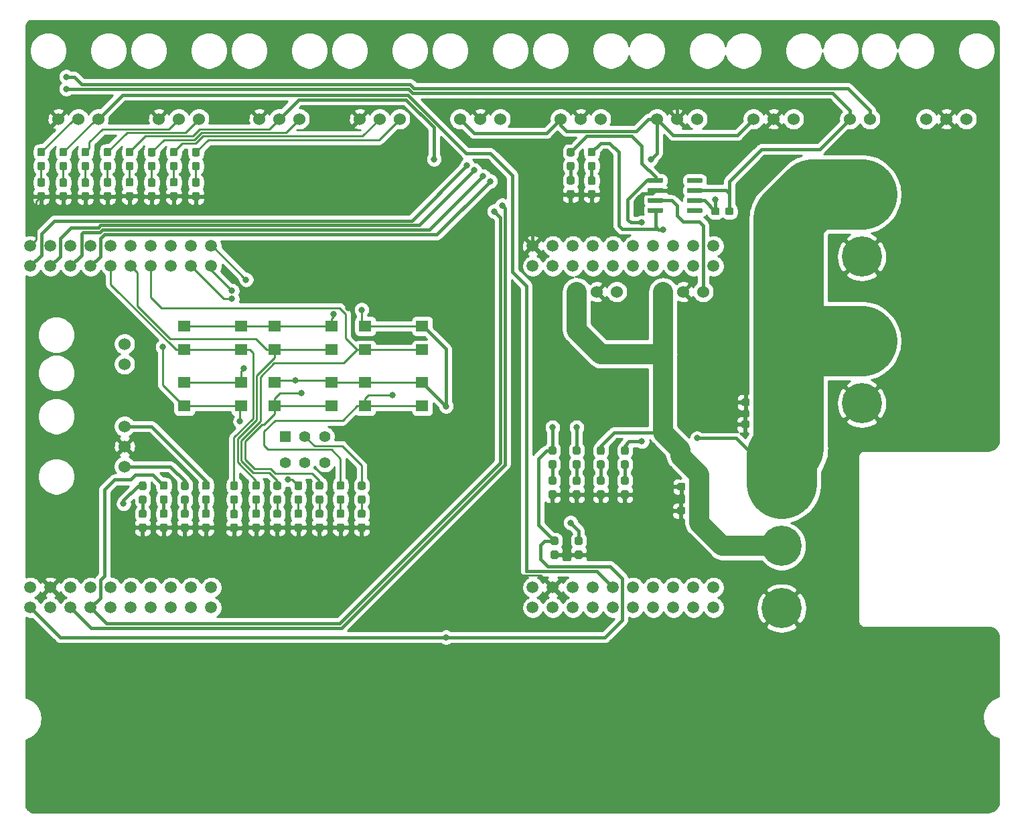
<source format=gbr>
G04 #@! TF.GenerationSoftware,KiCad,Pcbnew,(5.1.4)-1*
G04 #@! TF.CreationDate,2020-11-30T13:33:46-06:00*
G04 #@! TF.ProjectId,DriveBoard_2021,44726976-6542-46f6-9172-645f32303231,rev?*
G04 #@! TF.SameCoordinates,Original*
G04 #@! TF.FileFunction,Copper,L1,Top*
G04 #@! TF.FilePolarity,Positive*
%FSLAX46Y46*%
G04 Gerber Fmt 4.6, Leading zero omitted, Abs format (unit mm)*
G04 Created by KiCad (PCBNEW (5.1.4)-1) date 2020-11-30 13:33:46*
%MOMM*%
%LPD*%
G04 APERTURE LIST*
%ADD10C,0.100000*%
%ADD11C,0.950000*%
%ADD12C,1.520000*%
%ADD13C,5.080000*%
%ADD14C,1.524000*%
%ADD15R,1.600000X1.400000*%
%ADD16R,1.400000X1.400000*%
%ADD17C,1.400000*%
%ADD18C,0.600000*%
%ADD19C,0.800000*%
%ADD20C,0.381000*%
%ADD21C,0.254000*%
%ADD22C,8.890000*%
%ADD23C,2.540000*%
G04 APERTURE END LIST*
D10*
G36*
X75571779Y-69679144D02*
G01*
X75594834Y-69682563D01*
X75617443Y-69688227D01*
X75639387Y-69696079D01*
X75660457Y-69706044D01*
X75680448Y-69718026D01*
X75699168Y-69731910D01*
X75716438Y-69747562D01*
X75732090Y-69764832D01*
X75745974Y-69783552D01*
X75757956Y-69803543D01*
X75767921Y-69824613D01*
X75775773Y-69846557D01*
X75781437Y-69869166D01*
X75784856Y-69892221D01*
X75786000Y-69915500D01*
X75786000Y-70490500D01*
X75784856Y-70513779D01*
X75781437Y-70536834D01*
X75775773Y-70559443D01*
X75767921Y-70581387D01*
X75757956Y-70602457D01*
X75745974Y-70622448D01*
X75732090Y-70641168D01*
X75716438Y-70658438D01*
X75699168Y-70674090D01*
X75680448Y-70687974D01*
X75660457Y-70699956D01*
X75639387Y-70709921D01*
X75617443Y-70717773D01*
X75594834Y-70723437D01*
X75571779Y-70726856D01*
X75548500Y-70728000D01*
X75073500Y-70728000D01*
X75050221Y-70726856D01*
X75027166Y-70723437D01*
X75004557Y-70717773D01*
X74982613Y-70709921D01*
X74961543Y-70699956D01*
X74941552Y-70687974D01*
X74922832Y-70674090D01*
X74905562Y-70658438D01*
X74889910Y-70641168D01*
X74876026Y-70622448D01*
X74864044Y-70602457D01*
X74854079Y-70581387D01*
X74846227Y-70559443D01*
X74840563Y-70536834D01*
X74837144Y-70513779D01*
X74836000Y-70490500D01*
X74836000Y-69915500D01*
X74837144Y-69892221D01*
X74840563Y-69869166D01*
X74846227Y-69846557D01*
X74854079Y-69824613D01*
X74864044Y-69803543D01*
X74876026Y-69783552D01*
X74889910Y-69764832D01*
X74905562Y-69747562D01*
X74922832Y-69731910D01*
X74941552Y-69718026D01*
X74961543Y-69706044D01*
X74982613Y-69696079D01*
X75004557Y-69688227D01*
X75027166Y-69682563D01*
X75050221Y-69679144D01*
X75073500Y-69678000D01*
X75548500Y-69678000D01*
X75571779Y-69679144D01*
X75571779Y-69679144D01*
G37*
D11*
X75311000Y-70203000D03*
D10*
G36*
X75571779Y-67929144D02*
G01*
X75594834Y-67932563D01*
X75617443Y-67938227D01*
X75639387Y-67946079D01*
X75660457Y-67956044D01*
X75680448Y-67968026D01*
X75699168Y-67981910D01*
X75716438Y-67997562D01*
X75732090Y-68014832D01*
X75745974Y-68033552D01*
X75757956Y-68053543D01*
X75767921Y-68074613D01*
X75775773Y-68096557D01*
X75781437Y-68119166D01*
X75784856Y-68142221D01*
X75786000Y-68165500D01*
X75786000Y-68740500D01*
X75784856Y-68763779D01*
X75781437Y-68786834D01*
X75775773Y-68809443D01*
X75767921Y-68831387D01*
X75757956Y-68852457D01*
X75745974Y-68872448D01*
X75732090Y-68891168D01*
X75716438Y-68908438D01*
X75699168Y-68924090D01*
X75680448Y-68937974D01*
X75660457Y-68949956D01*
X75639387Y-68959921D01*
X75617443Y-68967773D01*
X75594834Y-68973437D01*
X75571779Y-68976856D01*
X75548500Y-68978000D01*
X75073500Y-68978000D01*
X75050221Y-68976856D01*
X75027166Y-68973437D01*
X75004557Y-68967773D01*
X74982613Y-68959921D01*
X74961543Y-68949956D01*
X74941552Y-68937974D01*
X74922832Y-68924090D01*
X74905562Y-68908438D01*
X74889910Y-68891168D01*
X74876026Y-68872448D01*
X74864044Y-68852457D01*
X74854079Y-68831387D01*
X74846227Y-68809443D01*
X74840563Y-68786834D01*
X74837144Y-68763779D01*
X74836000Y-68740500D01*
X74836000Y-68165500D01*
X74837144Y-68142221D01*
X74840563Y-68119166D01*
X74846227Y-68096557D01*
X74854079Y-68074613D01*
X74864044Y-68053543D01*
X74876026Y-68033552D01*
X74889910Y-68014832D01*
X74905562Y-67997562D01*
X74922832Y-67981910D01*
X74941552Y-67968026D01*
X74961543Y-67956044D01*
X74982613Y-67946079D01*
X75004557Y-67938227D01*
X75027166Y-67932563D01*
X75050221Y-67929144D01*
X75073500Y-67928000D01*
X75548500Y-67928000D01*
X75571779Y-67929144D01*
X75571779Y-67929144D01*
G37*
D11*
X75311000Y-68453000D03*
D12*
X134657000Y-126028000D03*
X157517000Y-80308000D03*
X154977000Y-80308000D03*
X147357000Y-80308000D03*
X144817000Y-123488000D03*
X149897000Y-80308000D03*
X152437000Y-80308000D03*
X149897000Y-126028000D03*
X154977000Y-123488000D03*
X144817000Y-80308000D03*
X142277000Y-80308000D03*
X154977000Y-126028000D03*
X149897000Y-123488000D03*
X147357000Y-123488000D03*
X134657000Y-123488000D03*
X137197000Y-123488000D03*
X139737000Y-123488000D03*
X142277000Y-123488000D03*
X152437000Y-123488000D03*
X157517000Y-123488000D03*
X137197000Y-126028000D03*
X139737000Y-126028000D03*
X142277000Y-126028000D03*
X144817000Y-126028000D03*
X147357000Y-126028000D03*
X152437000Y-126028000D03*
X157517000Y-126028000D03*
X134657000Y-82848000D03*
X137197000Y-82848000D03*
X139737000Y-82848000D03*
X142277000Y-82848000D03*
X144817000Y-82848000D03*
X147357000Y-82848000D03*
X149897000Y-82848000D03*
X152437000Y-82848000D03*
X154977000Y-82848000D03*
X157517000Y-82848000D03*
X134657000Y-80308000D03*
X137197000Y-80308000D03*
X139737000Y-80308000D03*
X71157000Y-123488000D03*
X73697000Y-123488000D03*
X76237000Y-123488000D03*
X78777000Y-123488000D03*
X81317000Y-123488000D03*
X83857000Y-123488000D03*
X86397000Y-123488000D03*
X88937000Y-123488000D03*
X91477000Y-123488000D03*
X94017000Y-123488000D03*
X71157000Y-126028000D03*
X73697000Y-126028000D03*
X76237000Y-126028000D03*
X78777000Y-126028000D03*
X81317000Y-126028000D03*
X83857000Y-126028000D03*
X86397000Y-126028000D03*
X88937000Y-126028000D03*
X91477000Y-126028000D03*
X94017000Y-126028000D03*
X71157000Y-82848000D03*
X73697000Y-82848000D03*
X76237000Y-82848000D03*
X78777000Y-82848000D03*
X81317000Y-82848000D03*
X83857000Y-82848000D03*
X86397000Y-82848000D03*
X88937000Y-82848000D03*
X91477000Y-82848000D03*
X94017000Y-82848000D03*
X71157000Y-80308000D03*
X73697000Y-80308000D03*
X76237000Y-80308000D03*
X78777000Y-80308000D03*
X81317000Y-80308000D03*
X83857000Y-80308000D03*
X86397000Y-80308000D03*
X88937000Y-80308000D03*
X91477000Y-80308000D03*
X94017000Y-80308000D03*
D13*
X166116000Y-126111000D03*
X166116000Y-118237000D03*
X166116000Y-110363000D03*
D14*
X117856000Y-64262000D03*
X115316000Y-64262000D03*
X112776000Y-64262000D03*
X105156000Y-64262000D03*
X102616000Y-64262000D03*
X100076000Y-64262000D03*
D13*
X176250600Y-100203000D03*
X176250600Y-92329000D03*
X176250600Y-81661000D03*
X176250600Y-73787000D03*
D14*
X177292000Y-64262000D03*
X174752000Y-64262000D03*
X83058000Y-92710000D03*
X83058000Y-95250000D03*
X92456000Y-64262000D03*
X89916000Y-64262000D03*
X87376000Y-64262000D03*
X79756000Y-64262000D03*
X77216000Y-64262000D03*
X74676000Y-64262000D03*
X167640000Y-64262000D03*
X165100000Y-64262000D03*
X162560000Y-64262000D03*
X155448000Y-64262000D03*
X152908000Y-64262000D03*
X150368000Y-64262000D03*
X143256000Y-64262000D03*
X140716000Y-64262000D03*
X138176000Y-64262000D03*
X130556000Y-64262000D03*
X128016000Y-64262000D03*
X125476000Y-64262000D03*
D10*
G36*
X153754779Y-110270144D02*
G01*
X153777834Y-110273563D01*
X153800443Y-110279227D01*
X153822387Y-110287079D01*
X153843457Y-110297044D01*
X153863448Y-110309026D01*
X153882168Y-110322910D01*
X153899438Y-110338562D01*
X153915090Y-110355832D01*
X153928974Y-110374552D01*
X153940956Y-110394543D01*
X153950921Y-110415613D01*
X153958773Y-110437557D01*
X153964437Y-110460166D01*
X153967856Y-110483221D01*
X153969000Y-110506500D01*
X153969000Y-110981500D01*
X153967856Y-111004779D01*
X153964437Y-111027834D01*
X153958773Y-111050443D01*
X153950921Y-111072387D01*
X153940956Y-111093457D01*
X153928974Y-111113448D01*
X153915090Y-111132168D01*
X153899438Y-111149438D01*
X153882168Y-111165090D01*
X153863448Y-111178974D01*
X153843457Y-111190956D01*
X153822387Y-111200921D01*
X153800443Y-111208773D01*
X153777834Y-111214437D01*
X153754779Y-111217856D01*
X153731500Y-111219000D01*
X153156500Y-111219000D01*
X153133221Y-111217856D01*
X153110166Y-111214437D01*
X153087557Y-111208773D01*
X153065613Y-111200921D01*
X153044543Y-111190956D01*
X153024552Y-111178974D01*
X153005832Y-111165090D01*
X152988562Y-111149438D01*
X152972910Y-111132168D01*
X152959026Y-111113448D01*
X152947044Y-111093457D01*
X152937079Y-111072387D01*
X152929227Y-111050443D01*
X152923563Y-111027834D01*
X152920144Y-111004779D01*
X152919000Y-110981500D01*
X152919000Y-110506500D01*
X152920144Y-110483221D01*
X152923563Y-110460166D01*
X152929227Y-110437557D01*
X152937079Y-110415613D01*
X152947044Y-110394543D01*
X152959026Y-110374552D01*
X152972910Y-110355832D01*
X152988562Y-110338562D01*
X153005832Y-110322910D01*
X153024552Y-110309026D01*
X153044543Y-110297044D01*
X153065613Y-110287079D01*
X153087557Y-110279227D01*
X153110166Y-110273563D01*
X153133221Y-110270144D01*
X153156500Y-110269000D01*
X153731500Y-110269000D01*
X153754779Y-110270144D01*
X153754779Y-110270144D01*
G37*
D11*
X153444000Y-110744000D03*
D10*
G36*
X155504779Y-110270144D02*
G01*
X155527834Y-110273563D01*
X155550443Y-110279227D01*
X155572387Y-110287079D01*
X155593457Y-110297044D01*
X155613448Y-110309026D01*
X155632168Y-110322910D01*
X155649438Y-110338562D01*
X155665090Y-110355832D01*
X155678974Y-110374552D01*
X155690956Y-110394543D01*
X155700921Y-110415613D01*
X155708773Y-110437557D01*
X155714437Y-110460166D01*
X155717856Y-110483221D01*
X155719000Y-110506500D01*
X155719000Y-110981500D01*
X155717856Y-111004779D01*
X155714437Y-111027834D01*
X155708773Y-111050443D01*
X155700921Y-111072387D01*
X155690956Y-111093457D01*
X155678974Y-111113448D01*
X155665090Y-111132168D01*
X155649438Y-111149438D01*
X155632168Y-111165090D01*
X155613448Y-111178974D01*
X155593457Y-111190956D01*
X155572387Y-111200921D01*
X155550443Y-111208773D01*
X155527834Y-111214437D01*
X155504779Y-111217856D01*
X155481500Y-111219000D01*
X154906500Y-111219000D01*
X154883221Y-111217856D01*
X154860166Y-111214437D01*
X154837557Y-111208773D01*
X154815613Y-111200921D01*
X154794543Y-111190956D01*
X154774552Y-111178974D01*
X154755832Y-111165090D01*
X154738562Y-111149438D01*
X154722910Y-111132168D01*
X154709026Y-111113448D01*
X154697044Y-111093457D01*
X154687079Y-111072387D01*
X154679227Y-111050443D01*
X154673563Y-111027834D01*
X154670144Y-111004779D01*
X154669000Y-110981500D01*
X154669000Y-110506500D01*
X154670144Y-110483221D01*
X154673563Y-110460166D01*
X154679227Y-110437557D01*
X154687079Y-110415613D01*
X154697044Y-110394543D01*
X154709026Y-110374552D01*
X154722910Y-110355832D01*
X154738562Y-110338562D01*
X154755832Y-110322910D01*
X154774552Y-110309026D01*
X154794543Y-110297044D01*
X154815613Y-110287079D01*
X154837557Y-110279227D01*
X154860166Y-110273563D01*
X154883221Y-110270144D01*
X154906500Y-110269000D01*
X155481500Y-110269000D01*
X155504779Y-110270144D01*
X155504779Y-110270144D01*
G37*
D11*
X155194000Y-110744000D03*
D10*
G36*
X137674779Y-117078144D02*
G01*
X137697834Y-117081563D01*
X137720443Y-117087227D01*
X137742387Y-117095079D01*
X137763457Y-117105044D01*
X137783448Y-117117026D01*
X137802168Y-117130910D01*
X137819438Y-117146562D01*
X137835090Y-117163832D01*
X137848974Y-117182552D01*
X137860956Y-117202543D01*
X137870921Y-117223613D01*
X137878773Y-117245557D01*
X137884437Y-117268166D01*
X137887856Y-117291221D01*
X137889000Y-117314500D01*
X137889000Y-117889500D01*
X137887856Y-117912779D01*
X137884437Y-117935834D01*
X137878773Y-117958443D01*
X137870921Y-117980387D01*
X137860956Y-118001457D01*
X137848974Y-118021448D01*
X137835090Y-118040168D01*
X137819438Y-118057438D01*
X137802168Y-118073090D01*
X137783448Y-118086974D01*
X137763457Y-118098956D01*
X137742387Y-118108921D01*
X137720443Y-118116773D01*
X137697834Y-118122437D01*
X137674779Y-118125856D01*
X137651500Y-118127000D01*
X137176500Y-118127000D01*
X137153221Y-118125856D01*
X137130166Y-118122437D01*
X137107557Y-118116773D01*
X137085613Y-118108921D01*
X137064543Y-118098956D01*
X137044552Y-118086974D01*
X137025832Y-118073090D01*
X137008562Y-118057438D01*
X136992910Y-118040168D01*
X136979026Y-118021448D01*
X136967044Y-118001457D01*
X136957079Y-117980387D01*
X136949227Y-117958443D01*
X136943563Y-117935834D01*
X136940144Y-117912779D01*
X136939000Y-117889500D01*
X136939000Y-117314500D01*
X136940144Y-117291221D01*
X136943563Y-117268166D01*
X136949227Y-117245557D01*
X136957079Y-117223613D01*
X136967044Y-117202543D01*
X136979026Y-117182552D01*
X136992910Y-117163832D01*
X137008562Y-117146562D01*
X137025832Y-117130910D01*
X137044552Y-117117026D01*
X137064543Y-117105044D01*
X137085613Y-117095079D01*
X137107557Y-117087227D01*
X137130166Y-117081563D01*
X137153221Y-117078144D01*
X137176500Y-117077000D01*
X137651500Y-117077000D01*
X137674779Y-117078144D01*
X137674779Y-117078144D01*
G37*
D11*
X137414000Y-117602000D03*
D10*
G36*
X137674779Y-118828144D02*
G01*
X137697834Y-118831563D01*
X137720443Y-118837227D01*
X137742387Y-118845079D01*
X137763457Y-118855044D01*
X137783448Y-118867026D01*
X137802168Y-118880910D01*
X137819438Y-118896562D01*
X137835090Y-118913832D01*
X137848974Y-118932552D01*
X137860956Y-118952543D01*
X137870921Y-118973613D01*
X137878773Y-118995557D01*
X137884437Y-119018166D01*
X137887856Y-119041221D01*
X137889000Y-119064500D01*
X137889000Y-119639500D01*
X137887856Y-119662779D01*
X137884437Y-119685834D01*
X137878773Y-119708443D01*
X137870921Y-119730387D01*
X137860956Y-119751457D01*
X137848974Y-119771448D01*
X137835090Y-119790168D01*
X137819438Y-119807438D01*
X137802168Y-119823090D01*
X137783448Y-119836974D01*
X137763457Y-119848956D01*
X137742387Y-119858921D01*
X137720443Y-119866773D01*
X137697834Y-119872437D01*
X137674779Y-119875856D01*
X137651500Y-119877000D01*
X137176500Y-119877000D01*
X137153221Y-119875856D01*
X137130166Y-119872437D01*
X137107557Y-119866773D01*
X137085613Y-119858921D01*
X137064543Y-119848956D01*
X137044552Y-119836974D01*
X137025832Y-119823090D01*
X137008562Y-119807438D01*
X136992910Y-119790168D01*
X136979026Y-119771448D01*
X136967044Y-119751457D01*
X136957079Y-119730387D01*
X136949227Y-119708443D01*
X136943563Y-119685834D01*
X136940144Y-119662779D01*
X136939000Y-119639500D01*
X136939000Y-119064500D01*
X136940144Y-119041221D01*
X136943563Y-119018166D01*
X136949227Y-118995557D01*
X136957079Y-118973613D01*
X136967044Y-118952543D01*
X136979026Y-118932552D01*
X136992910Y-118913832D01*
X137008562Y-118896562D01*
X137025832Y-118880910D01*
X137044552Y-118867026D01*
X137064543Y-118855044D01*
X137085613Y-118845079D01*
X137107557Y-118837227D01*
X137130166Y-118831563D01*
X137153221Y-118828144D01*
X137176500Y-118827000D01*
X137651500Y-118827000D01*
X137674779Y-118828144D01*
X137674779Y-118828144D01*
G37*
D11*
X137414000Y-119352000D03*
D10*
G36*
X161854779Y-102396144D02*
G01*
X161877834Y-102399563D01*
X161900443Y-102405227D01*
X161922387Y-102413079D01*
X161943457Y-102423044D01*
X161963448Y-102435026D01*
X161982168Y-102448910D01*
X161999438Y-102464562D01*
X162015090Y-102481832D01*
X162028974Y-102500552D01*
X162040956Y-102520543D01*
X162050921Y-102541613D01*
X162058773Y-102563557D01*
X162064437Y-102586166D01*
X162067856Y-102609221D01*
X162069000Y-102632500D01*
X162069000Y-103107500D01*
X162067856Y-103130779D01*
X162064437Y-103153834D01*
X162058773Y-103176443D01*
X162050921Y-103198387D01*
X162040956Y-103219457D01*
X162028974Y-103239448D01*
X162015090Y-103258168D01*
X161999438Y-103275438D01*
X161982168Y-103291090D01*
X161963448Y-103304974D01*
X161943457Y-103316956D01*
X161922387Y-103326921D01*
X161900443Y-103334773D01*
X161877834Y-103340437D01*
X161854779Y-103343856D01*
X161831500Y-103345000D01*
X161256500Y-103345000D01*
X161233221Y-103343856D01*
X161210166Y-103340437D01*
X161187557Y-103334773D01*
X161165613Y-103326921D01*
X161144543Y-103316956D01*
X161124552Y-103304974D01*
X161105832Y-103291090D01*
X161088562Y-103275438D01*
X161072910Y-103258168D01*
X161059026Y-103239448D01*
X161047044Y-103219457D01*
X161037079Y-103198387D01*
X161029227Y-103176443D01*
X161023563Y-103153834D01*
X161020144Y-103130779D01*
X161019000Y-103107500D01*
X161019000Y-102632500D01*
X161020144Y-102609221D01*
X161023563Y-102586166D01*
X161029227Y-102563557D01*
X161037079Y-102541613D01*
X161047044Y-102520543D01*
X161059026Y-102500552D01*
X161072910Y-102481832D01*
X161088562Y-102464562D01*
X161105832Y-102448910D01*
X161124552Y-102435026D01*
X161144543Y-102423044D01*
X161165613Y-102413079D01*
X161187557Y-102405227D01*
X161210166Y-102399563D01*
X161233221Y-102396144D01*
X161256500Y-102395000D01*
X161831500Y-102395000D01*
X161854779Y-102396144D01*
X161854779Y-102396144D01*
G37*
D11*
X161544000Y-102870000D03*
D10*
G36*
X163604779Y-102396144D02*
G01*
X163627834Y-102399563D01*
X163650443Y-102405227D01*
X163672387Y-102413079D01*
X163693457Y-102423044D01*
X163713448Y-102435026D01*
X163732168Y-102448910D01*
X163749438Y-102464562D01*
X163765090Y-102481832D01*
X163778974Y-102500552D01*
X163790956Y-102520543D01*
X163800921Y-102541613D01*
X163808773Y-102563557D01*
X163814437Y-102586166D01*
X163817856Y-102609221D01*
X163819000Y-102632500D01*
X163819000Y-103107500D01*
X163817856Y-103130779D01*
X163814437Y-103153834D01*
X163808773Y-103176443D01*
X163800921Y-103198387D01*
X163790956Y-103219457D01*
X163778974Y-103239448D01*
X163765090Y-103258168D01*
X163749438Y-103275438D01*
X163732168Y-103291090D01*
X163713448Y-103304974D01*
X163693457Y-103316956D01*
X163672387Y-103326921D01*
X163650443Y-103334773D01*
X163627834Y-103340437D01*
X163604779Y-103343856D01*
X163581500Y-103345000D01*
X163006500Y-103345000D01*
X162983221Y-103343856D01*
X162960166Y-103340437D01*
X162937557Y-103334773D01*
X162915613Y-103326921D01*
X162894543Y-103316956D01*
X162874552Y-103304974D01*
X162855832Y-103291090D01*
X162838562Y-103275438D01*
X162822910Y-103258168D01*
X162809026Y-103239448D01*
X162797044Y-103219457D01*
X162787079Y-103198387D01*
X162779227Y-103176443D01*
X162773563Y-103153834D01*
X162770144Y-103130779D01*
X162769000Y-103107500D01*
X162769000Y-102632500D01*
X162770144Y-102609221D01*
X162773563Y-102586166D01*
X162779227Y-102563557D01*
X162787079Y-102541613D01*
X162797044Y-102520543D01*
X162809026Y-102500552D01*
X162822910Y-102481832D01*
X162838562Y-102464562D01*
X162855832Y-102448910D01*
X162874552Y-102435026D01*
X162894543Y-102423044D01*
X162915613Y-102413079D01*
X162937557Y-102405227D01*
X162960166Y-102399563D01*
X162983221Y-102396144D01*
X163006500Y-102395000D01*
X163581500Y-102395000D01*
X163604779Y-102396144D01*
X163604779Y-102396144D01*
G37*
D11*
X163294000Y-102870000D03*
D10*
G36*
X161882779Y-99602144D02*
G01*
X161905834Y-99605563D01*
X161928443Y-99611227D01*
X161950387Y-99619079D01*
X161971457Y-99629044D01*
X161991448Y-99641026D01*
X162010168Y-99654910D01*
X162027438Y-99670562D01*
X162043090Y-99687832D01*
X162056974Y-99706552D01*
X162068956Y-99726543D01*
X162078921Y-99747613D01*
X162086773Y-99769557D01*
X162092437Y-99792166D01*
X162095856Y-99815221D01*
X162097000Y-99838500D01*
X162097000Y-100313500D01*
X162095856Y-100336779D01*
X162092437Y-100359834D01*
X162086773Y-100382443D01*
X162078921Y-100404387D01*
X162068956Y-100425457D01*
X162056974Y-100445448D01*
X162043090Y-100464168D01*
X162027438Y-100481438D01*
X162010168Y-100497090D01*
X161991448Y-100510974D01*
X161971457Y-100522956D01*
X161950387Y-100532921D01*
X161928443Y-100540773D01*
X161905834Y-100546437D01*
X161882779Y-100549856D01*
X161859500Y-100551000D01*
X161284500Y-100551000D01*
X161261221Y-100549856D01*
X161238166Y-100546437D01*
X161215557Y-100540773D01*
X161193613Y-100532921D01*
X161172543Y-100522956D01*
X161152552Y-100510974D01*
X161133832Y-100497090D01*
X161116562Y-100481438D01*
X161100910Y-100464168D01*
X161087026Y-100445448D01*
X161075044Y-100425457D01*
X161065079Y-100404387D01*
X161057227Y-100382443D01*
X161051563Y-100359834D01*
X161048144Y-100336779D01*
X161047000Y-100313500D01*
X161047000Y-99838500D01*
X161048144Y-99815221D01*
X161051563Y-99792166D01*
X161057227Y-99769557D01*
X161065079Y-99747613D01*
X161075044Y-99726543D01*
X161087026Y-99706552D01*
X161100910Y-99687832D01*
X161116562Y-99670562D01*
X161133832Y-99654910D01*
X161152552Y-99641026D01*
X161172543Y-99629044D01*
X161193613Y-99619079D01*
X161215557Y-99611227D01*
X161238166Y-99605563D01*
X161261221Y-99602144D01*
X161284500Y-99601000D01*
X161859500Y-99601000D01*
X161882779Y-99602144D01*
X161882779Y-99602144D01*
G37*
D11*
X161572000Y-100076000D03*
D10*
G36*
X163632779Y-99602144D02*
G01*
X163655834Y-99605563D01*
X163678443Y-99611227D01*
X163700387Y-99619079D01*
X163721457Y-99629044D01*
X163741448Y-99641026D01*
X163760168Y-99654910D01*
X163777438Y-99670562D01*
X163793090Y-99687832D01*
X163806974Y-99706552D01*
X163818956Y-99726543D01*
X163828921Y-99747613D01*
X163836773Y-99769557D01*
X163842437Y-99792166D01*
X163845856Y-99815221D01*
X163847000Y-99838500D01*
X163847000Y-100313500D01*
X163845856Y-100336779D01*
X163842437Y-100359834D01*
X163836773Y-100382443D01*
X163828921Y-100404387D01*
X163818956Y-100425457D01*
X163806974Y-100445448D01*
X163793090Y-100464168D01*
X163777438Y-100481438D01*
X163760168Y-100497090D01*
X163741448Y-100510974D01*
X163721457Y-100522956D01*
X163700387Y-100532921D01*
X163678443Y-100540773D01*
X163655834Y-100546437D01*
X163632779Y-100549856D01*
X163609500Y-100551000D01*
X163034500Y-100551000D01*
X163011221Y-100549856D01*
X162988166Y-100546437D01*
X162965557Y-100540773D01*
X162943613Y-100532921D01*
X162922543Y-100522956D01*
X162902552Y-100510974D01*
X162883832Y-100497090D01*
X162866562Y-100481438D01*
X162850910Y-100464168D01*
X162837026Y-100445448D01*
X162825044Y-100425457D01*
X162815079Y-100404387D01*
X162807227Y-100382443D01*
X162801563Y-100359834D01*
X162798144Y-100336779D01*
X162797000Y-100313500D01*
X162797000Y-99838500D01*
X162798144Y-99815221D01*
X162801563Y-99792166D01*
X162807227Y-99769557D01*
X162815079Y-99747613D01*
X162825044Y-99726543D01*
X162837026Y-99706552D01*
X162850910Y-99687832D01*
X162866562Y-99670562D01*
X162883832Y-99654910D01*
X162902552Y-99641026D01*
X162922543Y-99629044D01*
X162943613Y-99619079D01*
X162965557Y-99611227D01*
X162988166Y-99605563D01*
X163011221Y-99602144D01*
X163034500Y-99601000D01*
X163609500Y-99601000D01*
X163632779Y-99602144D01*
X163632779Y-99602144D01*
G37*
D11*
X163322000Y-100076000D03*
D10*
G36*
X155476779Y-113318144D02*
G01*
X155499834Y-113321563D01*
X155522443Y-113327227D01*
X155544387Y-113335079D01*
X155565457Y-113345044D01*
X155585448Y-113357026D01*
X155604168Y-113370910D01*
X155621438Y-113386562D01*
X155637090Y-113403832D01*
X155650974Y-113422552D01*
X155662956Y-113442543D01*
X155672921Y-113463613D01*
X155680773Y-113485557D01*
X155686437Y-113508166D01*
X155689856Y-113531221D01*
X155691000Y-113554500D01*
X155691000Y-114029500D01*
X155689856Y-114052779D01*
X155686437Y-114075834D01*
X155680773Y-114098443D01*
X155672921Y-114120387D01*
X155662956Y-114141457D01*
X155650974Y-114161448D01*
X155637090Y-114180168D01*
X155621438Y-114197438D01*
X155604168Y-114213090D01*
X155585448Y-114226974D01*
X155565457Y-114238956D01*
X155544387Y-114248921D01*
X155522443Y-114256773D01*
X155499834Y-114262437D01*
X155476779Y-114265856D01*
X155453500Y-114267000D01*
X154878500Y-114267000D01*
X154855221Y-114265856D01*
X154832166Y-114262437D01*
X154809557Y-114256773D01*
X154787613Y-114248921D01*
X154766543Y-114238956D01*
X154746552Y-114226974D01*
X154727832Y-114213090D01*
X154710562Y-114197438D01*
X154694910Y-114180168D01*
X154681026Y-114161448D01*
X154669044Y-114141457D01*
X154659079Y-114120387D01*
X154651227Y-114098443D01*
X154645563Y-114075834D01*
X154642144Y-114052779D01*
X154641000Y-114029500D01*
X154641000Y-113554500D01*
X154642144Y-113531221D01*
X154645563Y-113508166D01*
X154651227Y-113485557D01*
X154659079Y-113463613D01*
X154669044Y-113442543D01*
X154681026Y-113422552D01*
X154694910Y-113403832D01*
X154710562Y-113386562D01*
X154727832Y-113370910D01*
X154746552Y-113357026D01*
X154766543Y-113345044D01*
X154787613Y-113335079D01*
X154809557Y-113327227D01*
X154832166Y-113321563D01*
X154855221Y-113318144D01*
X154878500Y-113317000D01*
X155453500Y-113317000D01*
X155476779Y-113318144D01*
X155476779Y-113318144D01*
G37*
D11*
X155166000Y-113792000D03*
D10*
G36*
X153726779Y-113318144D02*
G01*
X153749834Y-113321563D01*
X153772443Y-113327227D01*
X153794387Y-113335079D01*
X153815457Y-113345044D01*
X153835448Y-113357026D01*
X153854168Y-113370910D01*
X153871438Y-113386562D01*
X153887090Y-113403832D01*
X153900974Y-113422552D01*
X153912956Y-113442543D01*
X153922921Y-113463613D01*
X153930773Y-113485557D01*
X153936437Y-113508166D01*
X153939856Y-113531221D01*
X153941000Y-113554500D01*
X153941000Y-114029500D01*
X153939856Y-114052779D01*
X153936437Y-114075834D01*
X153930773Y-114098443D01*
X153922921Y-114120387D01*
X153912956Y-114141457D01*
X153900974Y-114161448D01*
X153887090Y-114180168D01*
X153871438Y-114197438D01*
X153854168Y-114213090D01*
X153835448Y-114226974D01*
X153815457Y-114238956D01*
X153794387Y-114248921D01*
X153772443Y-114256773D01*
X153749834Y-114262437D01*
X153726779Y-114265856D01*
X153703500Y-114267000D01*
X153128500Y-114267000D01*
X153105221Y-114265856D01*
X153082166Y-114262437D01*
X153059557Y-114256773D01*
X153037613Y-114248921D01*
X153016543Y-114238956D01*
X152996552Y-114226974D01*
X152977832Y-114213090D01*
X152960562Y-114197438D01*
X152944910Y-114180168D01*
X152931026Y-114161448D01*
X152919044Y-114141457D01*
X152909079Y-114120387D01*
X152901227Y-114098443D01*
X152895563Y-114075834D01*
X152892144Y-114052779D01*
X152891000Y-114029500D01*
X152891000Y-113554500D01*
X152892144Y-113531221D01*
X152895563Y-113508166D01*
X152901227Y-113485557D01*
X152909079Y-113463613D01*
X152919044Y-113442543D01*
X152931026Y-113422552D01*
X152944910Y-113403832D01*
X152960562Y-113386562D01*
X152977832Y-113370910D01*
X152996552Y-113357026D01*
X153016543Y-113345044D01*
X153037613Y-113335079D01*
X153059557Y-113327227D01*
X153082166Y-113321563D01*
X153105221Y-113318144D01*
X153128500Y-113317000D01*
X153703500Y-113317000D01*
X153726779Y-113318144D01*
X153726779Y-113318144D01*
G37*
D11*
X153416000Y-113792000D03*
D10*
G36*
X140722779Y-117078144D02*
G01*
X140745834Y-117081563D01*
X140768443Y-117087227D01*
X140790387Y-117095079D01*
X140811457Y-117105044D01*
X140831448Y-117117026D01*
X140850168Y-117130910D01*
X140867438Y-117146562D01*
X140883090Y-117163832D01*
X140896974Y-117182552D01*
X140908956Y-117202543D01*
X140918921Y-117223613D01*
X140926773Y-117245557D01*
X140932437Y-117268166D01*
X140935856Y-117291221D01*
X140937000Y-117314500D01*
X140937000Y-117889500D01*
X140935856Y-117912779D01*
X140932437Y-117935834D01*
X140926773Y-117958443D01*
X140918921Y-117980387D01*
X140908956Y-118001457D01*
X140896974Y-118021448D01*
X140883090Y-118040168D01*
X140867438Y-118057438D01*
X140850168Y-118073090D01*
X140831448Y-118086974D01*
X140811457Y-118098956D01*
X140790387Y-118108921D01*
X140768443Y-118116773D01*
X140745834Y-118122437D01*
X140722779Y-118125856D01*
X140699500Y-118127000D01*
X140224500Y-118127000D01*
X140201221Y-118125856D01*
X140178166Y-118122437D01*
X140155557Y-118116773D01*
X140133613Y-118108921D01*
X140112543Y-118098956D01*
X140092552Y-118086974D01*
X140073832Y-118073090D01*
X140056562Y-118057438D01*
X140040910Y-118040168D01*
X140027026Y-118021448D01*
X140015044Y-118001457D01*
X140005079Y-117980387D01*
X139997227Y-117958443D01*
X139991563Y-117935834D01*
X139988144Y-117912779D01*
X139987000Y-117889500D01*
X139987000Y-117314500D01*
X139988144Y-117291221D01*
X139991563Y-117268166D01*
X139997227Y-117245557D01*
X140005079Y-117223613D01*
X140015044Y-117202543D01*
X140027026Y-117182552D01*
X140040910Y-117163832D01*
X140056562Y-117146562D01*
X140073832Y-117130910D01*
X140092552Y-117117026D01*
X140112543Y-117105044D01*
X140133613Y-117095079D01*
X140155557Y-117087227D01*
X140178166Y-117081563D01*
X140201221Y-117078144D01*
X140224500Y-117077000D01*
X140699500Y-117077000D01*
X140722779Y-117078144D01*
X140722779Y-117078144D01*
G37*
D11*
X140462000Y-117602000D03*
D10*
G36*
X140722779Y-118828144D02*
G01*
X140745834Y-118831563D01*
X140768443Y-118837227D01*
X140790387Y-118845079D01*
X140811457Y-118855044D01*
X140831448Y-118867026D01*
X140850168Y-118880910D01*
X140867438Y-118896562D01*
X140883090Y-118913832D01*
X140896974Y-118932552D01*
X140908956Y-118952543D01*
X140918921Y-118973613D01*
X140926773Y-118995557D01*
X140932437Y-119018166D01*
X140935856Y-119041221D01*
X140937000Y-119064500D01*
X140937000Y-119639500D01*
X140935856Y-119662779D01*
X140932437Y-119685834D01*
X140926773Y-119708443D01*
X140918921Y-119730387D01*
X140908956Y-119751457D01*
X140896974Y-119771448D01*
X140883090Y-119790168D01*
X140867438Y-119807438D01*
X140850168Y-119823090D01*
X140831448Y-119836974D01*
X140811457Y-119848956D01*
X140790387Y-119858921D01*
X140768443Y-119866773D01*
X140745834Y-119872437D01*
X140722779Y-119875856D01*
X140699500Y-119877000D01*
X140224500Y-119877000D01*
X140201221Y-119875856D01*
X140178166Y-119872437D01*
X140155557Y-119866773D01*
X140133613Y-119858921D01*
X140112543Y-119848956D01*
X140092552Y-119836974D01*
X140073832Y-119823090D01*
X140056562Y-119807438D01*
X140040910Y-119790168D01*
X140027026Y-119771448D01*
X140015044Y-119751457D01*
X140005079Y-119730387D01*
X139997227Y-119708443D01*
X139991563Y-119685834D01*
X139988144Y-119662779D01*
X139987000Y-119639500D01*
X139987000Y-119064500D01*
X139988144Y-119041221D01*
X139991563Y-119018166D01*
X139997227Y-118995557D01*
X140005079Y-118973613D01*
X140015044Y-118952543D01*
X140027026Y-118932552D01*
X140040910Y-118913832D01*
X140056562Y-118896562D01*
X140073832Y-118880910D01*
X140092552Y-118867026D01*
X140112543Y-118855044D01*
X140133613Y-118845079D01*
X140155557Y-118837227D01*
X140178166Y-118831563D01*
X140201221Y-118828144D01*
X140224500Y-118827000D01*
X140699500Y-118827000D01*
X140722779Y-118828144D01*
X140722779Y-118828144D01*
G37*
D11*
X140462000Y-119352000D03*
D10*
G36*
X146564779Y-111208144D02*
G01*
X146587834Y-111211563D01*
X146610443Y-111217227D01*
X146632387Y-111225079D01*
X146653457Y-111235044D01*
X146673448Y-111247026D01*
X146692168Y-111260910D01*
X146709438Y-111276562D01*
X146725090Y-111293832D01*
X146738974Y-111312552D01*
X146750956Y-111332543D01*
X146760921Y-111353613D01*
X146768773Y-111375557D01*
X146774437Y-111398166D01*
X146777856Y-111421221D01*
X146779000Y-111444500D01*
X146779000Y-112019500D01*
X146777856Y-112042779D01*
X146774437Y-112065834D01*
X146768773Y-112088443D01*
X146760921Y-112110387D01*
X146750956Y-112131457D01*
X146738974Y-112151448D01*
X146725090Y-112170168D01*
X146709438Y-112187438D01*
X146692168Y-112203090D01*
X146673448Y-112216974D01*
X146653457Y-112228956D01*
X146632387Y-112238921D01*
X146610443Y-112246773D01*
X146587834Y-112252437D01*
X146564779Y-112255856D01*
X146541500Y-112257000D01*
X146066500Y-112257000D01*
X146043221Y-112255856D01*
X146020166Y-112252437D01*
X145997557Y-112246773D01*
X145975613Y-112238921D01*
X145954543Y-112228956D01*
X145934552Y-112216974D01*
X145915832Y-112203090D01*
X145898562Y-112187438D01*
X145882910Y-112170168D01*
X145869026Y-112151448D01*
X145857044Y-112131457D01*
X145847079Y-112110387D01*
X145839227Y-112088443D01*
X145833563Y-112065834D01*
X145830144Y-112042779D01*
X145829000Y-112019500D01*
X145829000Y-111444500D01*
X145830144Y-111421221D01*
X145833563Y-111398166D01*
X145839227Y-111375557D01*
X145847079Y-111353613D01*
X145857044Y-111332543D01*
X145869026Y-111312552D01*
X145882910Y-111293832D01*
X145898562Y-111276562D01*
X145915832Y-111260910D01*
X145934552Y-111247026D01*
X145954543Y-111235044D01*
X145975613Y-111225079D01*
X145997557Y-111217227D01*
X146020166Y-111211563D01*
X146043221Y-111208144D01*
X146066500Y-111207000D01*
X146541500Y-111207000D01*
X146564779Y-111208144D01*
X146564779Y-111208144D01*
G37*
D11*
X146304000Y-111732000D03*
D10*
G36*
X146564779Y-109458144D02*
G01*
X146587834Y-109461563D01*
X146610443Y-109467227D01*
X146632387Y-109475079D01*
X146653457Y-109485044D01*
X146673448Y-109497026D01*
X146692168Y-109510910D01*
X146709438Y-109526562D01*
X146725090Y-109543832D01*
X146738974Y-109562552D01*
X146750956Y-109582543D01*
X146760921Y-109603613D01*
X146768773Y-109625557D01*
X146774437Y-109648166D01*
X146777856Y-109671221D01*
X146779000Y-109694500D01*
X146779000Y-110269500D01*
X146777856Y-110292779D01*
X146774437Y-110315834D01*
X146768773Y-110338443D01*
X146760921Y-110360387D01*
X146750956Y-110381457D01*
X146738974Y-110401448D01*
X146725090Y-110420168D01*
X146709438Y-110437438D01*
X146692168Y-110453090D01*
X146673448Y-110466974D01*
X146653457Y-110478956D01*
X146632387Y-110488921D01*
X146610443Y-110496773D01*
X146587834Y-110502437D01*
X146564779Y-110505856D01*
X146541500Y-110507000D01*
X146066500Y-110507000D01*
X146043221Y-110505856D01*
X146020166Y-110502437D01*
X145997557Y-110496773D01*
X145975613Y-110488921D01*
X145954543Y-110478956D01*
X145934552Y-110466974D01*
X145915832Y-110453090D01*
X145898562Y-110437438D01*
X145882910Y-110420168D01*
X145869026Y-110401448D01*
X145857044Y-110381457D01*
X145847079Y-110360387D01*
X145839227Y-110338443D01*
X145833563Y-110315834D01*
X145830144Y-110292779D01*
X145829000Y-110269500D01*
X145829000Y-109694500D01*
X145830144Y-109671221D01*
X145833563Y-109648166D01*
X145839227Y-109625557D01*
X145847079Y-109603613D01*
X145857044Y-109582543D01*
X145869026Y-109562552D01*
X145882910Y-109543832D01*
X145898562Y-109526562D01*
X145915832Y-109510910D01*
X145934552Y-109497026D01*
X145954543Y-109485044D01*
X145975613Y-109475079D01*
X145997557Y-109467227D01*
X146020166Y-109461563D01*
X146043221Y-109458144D01*
X146066500Y-109457000D01*
X146541500Y-109457000D01*
X146564779Y-109458144D01*
X146564779Y-109458144D01*
G37*
D11*
X146304000Y-109982000D03*
D10*
G36*
X137420779Y-109458144D02*
G01*
X137443834Y-109461563D01*
X137466443Y-109467227D01*
X137488387Y-109475079D01*
X137509457Y-109485044D01*
X137529448Y-109497026D01*
X137548168Y-109510910D01*
X137565438Y-109526562D01*
X137581090Y-109543832D01*
X137594974Y-109562552D01*
X137606956Y-109582543D01*
X137616921Y-109603613D01*
X137624773Y-109625557D01*
X137630437Y-109648166D01*
X137633856Y-109671221D01*
X137635000Y-109694500D01*
X137635000Y-110269500D01*
X137633856Y-110292779D01*
X137630437Y-110315834D01*
X137624773Y-110338443D01*
X137616921Y-110360387D01*
X137606956Y-110381457D01*
X137594974Y-110401448D01*
X137581090Y-110420168D01*
X137565438Y-110437438D01*
X137548168Y-110453090D01*
X137529448Y-110466974D01*
X137509457Y-110478956D01*
X137488387Y-110488921D01*
X137466443Y-110496773D01*
X137443834Y-110502437D01*
X137420779Y-110505856D01*
X137397500Y-110507000D01*
X136922500Y-110507000D01*
X136899221Y-110505856D01*
X136876166Y-110502437D01*
X136853557Y-110496773D01*
X136831613Y-110488921D01*
X136810543Y-110478956D01*
X136790552Y-110466974D01*
X136771832Y-110453090D01*
X136754562Y-110437438D01*
X136738910Y-110420168D01*
X136725026Y-110401448D01*
X136713044Y-110381457D01*
X136703079Y-110360387D01*
X136695227Y-110338443D01*
X136689563Y-110315834D01*
X136686144Y-110292779D01*
X136685000Y-110269500D01*
X136685000Y-109694500D01*
X136686144Y-109671221D01*
X136689563Y-109648166D01*
X136695227Y-109625557D01*
X136703079Y-109603613D01*
X136713044Y-109582543D01*
X136725026Y-109562552D01*
X136738910Y-109543832D01*
X136754562Y-109526562D01*
X136771832Y-109510910D01*
X136790552Y-109497026D01*
X136810543Y-109485044D01*
X136831613Y-109475079D01*
X136853557Y-109467227D01*
X136876166Y-109461563D01*
X136899221Y-109458144D01*
X136922500Y-109457000D01*
X137397500Y-109457000D01*
X137420779Y-109458144D01*
X137420779Y-109458144D01*
G37*
D11*
X137160000Y-109982000D03*
D10*
G36*
X137420779Y-111208144D02*
G01*
X137443834Y-111211563D01*
X137466443Y-111217227D01*
X137488387Y-111225079D01*
X137509457Y-111235044D01*
X137529448Y-111247026D01*
X137548168Y-111260910D01*
X137565438Y-111276562D01*
X137581090Y-111293832D01*
X137594974Y-111312552D01*
X137606956Y-111332543D01*
X137616921Y-111353613D01*
X137624773Y-111375557D01*
X137630437Y-111398166D01*
X137633856Y-111421221D01*
X137635000Y-111444500D01*
X137635000Y-112019500D01*
X137633856Y-112042779D01*
X137630437Y-112065834D01*
X137624773Y-112088443D01*
X137616921Y-112110387D01*
X137606956Y-112131457D01*
X137594974Y-112151448D01*
X137581090Y-112170168D01*
X137565438Y-112187438D01*
X137548168Y-112203090D01*
X137529448Y-112216974D01*
X137509457Y-112228956D01*
X137488387Y-112238921D01*
X137466443Y-112246773D01*
X137443834Y-112252437D01*
X137420779Y-112255856D01*
X137397500Y-112257000D01*
X136922500Y-112257000D01*
X136899221Y-112255856D01*
X136876166Y-112252437D01*
X136853557Y-112246773D01*
X136831613Y-112238921D01*
X136810543Y-112228956D01*
X136790552Y-112216974D01*
X136771832Y-112203090D01*
X136754562Y-112187438D01*
X136738910Y-112170168D01*
X136725026Y-112151448D01*
X136713044Y-112131457D01*
X136703079Y-112110387D01*
X136695227Y-112088443D01*
X136689563Y-112065834D01*
X136686144Y-112042779D01*
X136685000Y-112019500D01*
X136685000Y-111444500D01*
X136686144Y-111421221D01*
X136689563Y-111398166D01*
X136695227Y-111375557D01*
X136703079Y-111353613D01*
X136713044Y-111332543D01*
X136725026Y-111312552D01*
X136738910Y-111293832D01*
X136754562Y-111276562D01*
X136771832Y-111260910D01*
X136790552Y-111247026D01*
X136810543Y-111235044D01*
X136831613Y-111225079D01*
X136853557Y-111217227D01*
X136876166Y-111211563D01*
X136899221Y-111208144D01*
X136922500Y-111207000D01*
X137397500Y-111207000D01*
X137420779Y-111208144D01*
X137420779Y-111208144D01*
G37*
D11*
X137160000Y-111732000D03*
D10*
G36*
X140468779Y-109472144D02*
G01*
X140491834Y-109475563D01*
X140514443Y-109481227D01*
X140536387Y-109489079D01*
X140557457Y-109499044D01*
X140577448Y-109511026D01*
X140596168Y-109524910D01*
X140613438Y-109540562D01*
X140629090Y-109557832D01*
X140642974Y-109576552D01*
X140654956Y-109596543D01*
X140664921Y-109617613D01*
X140672773Y-109639557D01*
X140678437Y-109662166D01*
X140681856Y-109685221D01*
X140683000Y-109708500D01*
X140683000Y-110283500D01*
X140681856Y-110306779D01*
X140678437Y-110329834D01*
X140672773Y-110352443D01*
X140664921Y-110374387D01*
X140654956Y-110395457D01*
X140642974Y-110415448D01*
X140629090Y-110434168D01*
X140613438Y-110451438D01*
X140596168Y-110467090D01*
X140577448Y-110480974D01*
X140557457Y-110492956D01*
X140536387Y-110502921D01*
X140514443Y-110510773D01*
X140491834Y-110516437D01*
X140468779Y-110519856D01*
X140445500Y-110521000D01*
X139970500Y-110521000D01*
X139947221Y-110519856D01*
X139924166Y-110516437D01*
X139901557Y-110510773D01*
X139879613Y-110502921D01*
X139858543Y-110492956D01*
X139838552Y-110480974D01*
X139819832Y-110467090D01*
X139802562Y-110451438D01*
X139786910Y-110434168D01*
X139773026Y-110415448D01*
X139761044Y-110395457D01*
X139751079Y-110374387D01*
X139743227Y-110352443D01*
X139737563Y-110329834D01*
X139734144Y-110306779D01*
X139733000Y-110283500D01*
X139733000Y-109708500D01*
X139734144Y-109685221D01*
X139737563Y-109662166D01*
X139743227Y-109639557D01*
X139751079Y-109617613D01*
X139761044Y-109596543D01*
X139773026Y-109576552D01*
X139786910Y-109557832D01*
X139802562Y-109540562D01*
X139819832Y-109524910D01*
X139838552Y-109511026D01*
X139858543Y-109499044D01*
X139879613Y-109489079D01*
X139901557Y-109481227D01*
X139924166Y-109475563D01*
X139947221Y-109472144D01*
X139970500Y-109471000D01*
X140445500Y-109471000D01*
X140468779Y-109472144D01*
X140468779Y-109472144D01*
G37*
D11*
X140208000Y-109996000D03*
D10*
G36*
X140468779Y-111222144D02*
G01*
X140491834Y-111225563D01*
X140514443Y-111231227D01*
X140536387Y-111239079D01*
X140557457Y-111249044D01*
X140577448Y-111261026D01*
X140596168Y-111274910D01*
X140613438Y-111290562D01*
X140629090Y-111307832D01*
X140642974Y-111326552D01*
X140654956Y-111346543D01*
X140664921Y-111367613D01*
X140672773Y-111389557D01*
X140678437Y-111412166D01*
X140681856Y-111435221D01*
X140683000Y-111458500D01*
X140683000Y-112033500D01*
X140681856Y-112056779D01*
X140678437Y-112079834D01*
X140672773Y-112102443D01*
X140664921Y-112124387D01*
X140654956Y-112145457D01*
X140642974Y-112165448D01*
X140629090Y-112184168D01*
X140613438Y-112201438D01*
X140596168Y-112217090D01*
X140577448Y-112230974D01*
X140557457Y-112242956D01*
X140536387Y-112252921D01*
X140514443Y-112260773D01*
X140491834Y-112266437D01*
X140468779Y-112269856D01*
X140445500Y-112271000D01*
X139970500Y-112271000D01*
X139947221Y-112269856D01*
X139924166Y-112266437D01*
X139901557Y-112260773D01*
X139879613Y-112252921D01*
X139858543Y-112242956D01*
X139838552Y-112230974D01*
X139819832Y-112217090D01*
X139802562Y-112201438D01*
X139786910Y-112184168D01*
X139773026Y-112165448D01*
X139761044Y-112145457D01*
X139751079Y-112124387D01*
X139743227Y-112102443D01*
X139737563Y-112079834D01*
X139734144Y-112056779D01*
X139733000Y-112033500D01*
X139733000Y-111458500D01*
X139734144Y-111435221D01*
X139737563Y-111412166D01*
X139743227Y-111389557D01*
X139751079Y-111367613D01*
X139761044Y-111346543D01*
X139773026Y-111326552D01*
X139786910Y-111307832D01*
X139802562Y-111290562D01*
X139819832Y-111274910D01*
X139838552Y-111261026D01*
X139858543Y-111249044D01*
X139879613Y-111239079D01*
X139901557Y-111231227D01*
X139924166Y-111225563D01*
X139947221Y-111222144D01*
X139970500Y-111221000D01*
X140445500Y-111221000D01*
X140468779Y-111222144D01*
X140468779Y-111222144D01*
G37*
D11*
X140208000Y-111746000D03*
D10*
G36*
X78365779Y-71767144D02*
G01*
X78388834Y-71770563D01*
X78411443Y-71776227D01*
X78433387Y-71784079D01*
X78454457Y-71794044D01*
X78474448Y-71806026D01*
X78493168Y-71819910D01*
X78510438Y-71835562D01*
X78526090Y-71852832D01*
X78539974Y-71871552D01*
X78551956Y-71891543D01*
X78561921Y-71912613D01*
X78569773Y-71934557D01*
X78575437Y-71957166D01*
X78578856Y-71980221D01*
X78580000Y-72003500D01*
X78580000Y-72578500D01*
X78578856Y-72601779D01*
X78575437Y-72624834D01*
X78569773Y-72647443D01*
X78561921Y-72669387D01*
X78551956Y-72690457D01*
X78539974Y-72710448D01*
X78526090Y-72729168D01*
X78510438Y-72746438D01*
X78493168Y-72762090D01*
X78474448Y-72775974D01*
X78454457Y-72787956D01*
X78433387Y-72797921D01*
X78411443Y-72805773D01*
X78388834Y-72811437D01*
X78365779Y-72814856D01*
X78342500Y-72816000D01*
X77867500Y-72816000D01*
X77844221Y-72814856D01*
X77821166Y-72811437D01*
X77798557Y-72805773D01*
X77776613Y-72797921D01*
X77755543Y-72787956D01*
X77735552Y-72775974D01*
X77716832Y-72762090D01*
X77699562Y-72746438D01*
X77683910Y-72729168D01*
X77670026Y-72710448D01*
X77658044Y-72690457D01*
X77648079Y-72669387D01*
X77640227Y-72647443D01*
X77634563Y-72624834D01*
X77631144Y-72601779D01*
X77630000Y-72578500D01*
X77630000Y-72003500D01*
X77631144Y-71980221D01*
X77634563Y-71957166D01*
X77640227Y-71934557D01*
X77648079Y-71912613D01*
X77658044Y-71891543D01*
X77670026Y-71871552D01*
X77683910Y-71852832D01*
X77699562Y-71835562D01*
X77716832Y-71819910D01*
X77735552Y-71806026D01*
X77755543Y-71794044D01*
X77776613Y-71784079D01*
X77798557Y-71776227D01*
X77821166Y-71770563D01*
X77844221Y-71767144D01*
X77867500Y-71766000D01*
X78342500Y-71766000D01*
X78365779Y-71767144D01*
X78365779Y-71767144D01*
G37*
D11*
X78105000Y-72291000D03*
D10*
G36*
X78365779Y-73517144D02*
G01*
X78388834Y-73520563D01*
X78411443Y-73526227D01*
X78433387Y-73534079D01*
X78454457Y-73544044D01*
X78474448Y-73556026D01*
X78493168Y-73569910D01*
X78510438Y-73585562D01*
X78526090Y-73602832D01*
X78539974Y-73621552D01*
X78551956Y-73641543D01*
X78561921Y-73662613D01*
X78569773Y-73684557D01*
X78575437Y-73707166D01*
X78578856Y-73730221D01*
X78580000Y-73753500D01*
X78580000Y-74328500D01*
X78578856Y-74351779D01*
X78575437Y-74374834D01*
X78569773Y-74397443D01*
X78561921Y-74419387D01*
X78551956Y-74440457D01*
X78539974Y-74460448D01*
X78526090Y-74479168D01*
X78510438Y-74496438D01*
X78493168Y-74512090D01*
X78474448Y-74525974D01*
X78454457Y-74537956D01*
X78433387Y-74547921D01*
X78411443Y-74555773D01*
X78388834Y-74561437D01*
X78365779Y-74564856D01*
X78342500Y-74566000D01*
X77867500Y-74566000D01*
X77844221Y-74564856D01*
X77821166Y-74561437D01*
X77798557Y-74555773D01*
X77776613Y-74547921D01*
X77755543Y-74537956D01*
X77735552Y-74525974D01*
X77716832Y-74512090D01*
X77699562Y-74496438D01*
X77683910Y-74479168D01*
X77670026Y-74460448D01*
X77658044Y-74440457D01*
X77648079Y-74419387D01*
X77640227Y-74397443D01*
X77634563Y-74374834D01*
X77631144Y-74351779D01*
X77630000Y-74328500D01*
X77630000Y-73753500D01*
X77631144Y-73730221D01*
X77634563Y-73707166D01*
X77640227Y-73684557D01*
X77648079Y-73662613D01*
X77658044Y-73641543D01*
X77670026Y-73621552D01*
X77683910Y-73602832D01*
X77699562Y-73585562D01*
X77716832Y-73569910D01*
X77735552Y-73556026D01*
X77755543Y-73544044D01*
X77776613Y-73534079D01*
X77798557Y-73526227D01*
X77821166Y-73520563D01*
X77844221Y-73517144D01*
X77867500Y-73516000D01*
X78342500Y-73516000D01*
X78365779Y-73517144D01*
X78365779Y-73517144D01*
G37*
D11*
X78105000Y-74041000D03*
D10*
G36*
X97161779Y-115427144D02*
G01*
X97184834Y-115430563D01*
X97207443Y-115436227D01*
X97229387Y-115444079D01*
X97250457Y-115454044D01*
X97270448Y-115466026D01*
X97289168Y-115479910D01*
X97306438Y-115495562D01*
X97322090Y-115512832D01*
X97335974Y-115531552D01*
X97347956Y-115551543D01*
X97357921Y-115572613D01*
X97365773Y-115594557D01*
X97371437Y-115617166D01*
X97374856Y-115640221D01*
X97376000Y-115663500D01*
X97376000Y-116238500D01*
X97374856Y-116261779D01*
X97371437Y-116284834D01*
X97365773Y-116307443D01*
X97357921Y-116329387D01*
X97347956Y-116350457D01*
X97335974Y-116370448D01*
X97322090Y-116389168D01*
X97306438Y-116406438D01*
X97289168Y-116422090D01*
X97270448Y-116435974D01*
X97250457Y-116447956D01*
X97229387Y-116457921D01*
X97207443Y-116465773D01*
X97184834Y-116471437D01*
X97161779Y-116474856D01*
X97138500Y-116476000D01*
X96663500Y-116476000D01*
X96640221Y-116474856D01*
X96617166Y-116471437D01*
X96594557Y-116465773D01*
X96572613Y-116457921D01*
X96551543Y-116447956D01*
X96531552Y-116435974D01*
X96512832Y-116422090D01*
X96495562Y-116406438D01*
X96479910Y-116389168D01*
X96466026Y-116370448D01*
X96454044Y-116350457D01*
X96444079Y-116329387D01*
X96436227Y-116307443D01*
X96430563Y-116284834D01*
X96427144Y-116261779D01*
X96426000Y-116238500D01*
X96426000Y-115663500D01*
X96427144Y-115640221D01*
X96430563Y-115617166D01*
X96436227Y-115594557D01*
X96444079Y-115572613D01*
X96454044Y-115551543D01*
X96466026Y-115531552D01*
X96479910Y-115512832D01*
X96495562Y-115495562D01*
X96512832Y-115479910D01*
X96531552Y-115466026D01*
X96551543Y-115454044D01*
X96572613Y-115444079D01*
X96594557Y-115436227D01*
X96617166Y-115430563D01*
X96640221Y-115427144D01*
X96663500Y-115426000D01*
X97138500Y-115426000D01*
X97161779Y-115427144D01*
X97161779Y-115427144D01*
G37*
D11*
X96901000Y-115951000D03*
D10*
G36*
X97161779Y-113677144D02*
G01*
X97184834Y-113680563D01*
X97207443Y-113686227D01*
X97229387Y-113694079D01*
X97250457Y-113704044D01*
X97270448Y-113716026D01*
X97289168Y-113729910D01*
X97306438Y-113745562D01*
X97322090Y-113762832D01*
X97335974Y-113781552D01*
X97347956Y-113801543D01*
X97357921Y-113822613D01*
X97365773Y-113844557D01*
X97371437Y-113867166D01*
X97374856Y-113890221D01*
X97376000Y-113913500D01*
X97376000Y-114488500D01*
X97374856Y-114511779D01*
X97371437Y-114534834D01*
X97365773Y-114557443D01*
X97357921Y-114579387D01*
X97347956Y-114600457D01*
X97335974Y-114620448D01*
X97322090Y-114639168D01*
X97306438Y-114656438D01*
X97289168Y-114672090D01*
X97270448Y-114685974D01*
X97250457Y-114697956D01*
X97229387Y-114707921D01*
X97207443Y-114715773D01*
X97184834Y-114721437D01*
X97161779Y-114724856D01*
X97138500Y-114726000D01*
X96663500Y-114726000D01*
X96640221Y-114724856D01*
X96617166Y-114721437D01*
X96594557Y-114715773D01*
X96572613Y-114707921D01*
X96551543Y-114697956D01*
X96531552Y-114685974D01*
X96512832Y-114672090D01*
X96495562Y-114656438D01*
X96479910Y-114639168D01*
X96466026Y-114620448D01*
X96454044Y-114600457D01*
X96444079Y-114579387D01*
X96436227Y-114557443D01*
X96430563Y-114534834D01*
X96427144Y-114511779D01*
X96426000Y-114488500D01*
X96426000Y-113913500D01*
X96427144Y-113890221D01*
X96430563Y-113867166D01*
X96436227Y-113844557D01*
X96444079Y-113822613D01*
X96454044Y-113801543D01*
X96466026Y-113781552D01*
X96479910Y-113762832D01*
X96495562Y-113745562D01*
X96512832Y-113729910D01*
X96531552Y-113716026D01*
X96551543Y-113704044D01*
X96572613Y-113694079D01*
X96594557Y-113686227D01*
X96617166Y-113680563D01*
X96640221Y-113677144D01*
X96663500Y-113676000D01*
X97138500Y-113676000D01*
X97161779Y-113677144D01*
X97161779Y-113677144D01*
G37*
D11*
X96901000Y-114201000D03*
D10*
G36*
X99955779Y-113649144D02*
G01*
X99978834Y-113652563D01*
X100001443Y-113658227D01*
X100023387Y-113666079D01*
X100044457Y-113676044D01*
X100064448Y-113688026D01*
X100083168Y-113701910D01*
X100100438Y-113717562D01*
X100116090Y-113734832D01*
X100129974Y-113753552D01*
X100141956Y-113773543D01*
X100151921Y-113794613D01*
X100159773Y-113816557D01*
X100165437Y-113839166D01*
X100168856Y-113862221D01*
X100170000Y-113885500D01*
X100170000Y-114460500D01*
X100168856Y-114483779D01*
X100165437Y-114506834D01*
X100159773Y-114529443D01*
X100151921Y-114551387D01*
X100141956Y-114572457D01*
X100129974Y-114592448D01*
X100116090Y-114611168D01*
X100100438Y-114628438D01*
X100083168Y-114644090D01*
X100064448Y-114657974D01*
X100044457Y-114669956D01*
X100023387Y-114679921D01*
X100001443Y-114687773D01*
X99978834Y-114693437D01*
X99955779Y-114696856D01*
X99932500Y-114698000D01*
X99457500Y-114698000D01*
X99434221Y-114696856D01*
X99411166Y-114693437D01*
X99388557Y-114687773D01*
X99366613Y-114679921D01*
X99345543Y-114669956D01*
X99325552Y-114657974D01*
X99306832Y-114644090D01*
X99289562Y-114628438D01*
X99273910Y-114611168D01*
X99260026Y-114592448D01*
X99248044Y-114572457D01*
X99238079Y-114551387D01*
X99230227Y-114529443D01*
X99224563Y-114506834D01*
X99221144Y-114483779D01*
X99220000Y-114460500D01*
X99220000Y-113885500D01*
X99221144Y-113862221D01*
X99224563Y-113839166D01*
X99230227Y-113816557D01*
X99238079Y-113794613D01*
X99248044Y-113773543D01*
X99260026Y-113753552D01*
X99273910Y-113734832D01*
X99289562Y-113717562D01*
X99306832Y-113701910D01*
X99325552Y-113688026D01*
X99345543Y-113676044D01*
X99366613Y-113666079D01*
X99388557Y-113658227D01*
X99411166Y-113652563D01*
X99434221Y-113649144D01*
X99457500Y-113648000D01*
X99932500Y-113648000D01*
X99955779Y-113649144D01*
X99955779Y-113649144D01*
G37*
D11*
X99695000Y-114173000D03*
D10*
G36*
X99955779Y-115399144D02*
G01*
X99978834Y-115402563D01*
X100001443Y-115408227D01*
X100023387Y-115416079D01*
X100044457Y-115426044D01*
X100064448Y-115438026D01*
X100083168Y-115451910D01*
X100100438Y-115467562D01*
X100116090Y-115484832D01*
X100129974Y-115503552D01*
X100141956Y-115523543D01*
X100151921Y-115544613D01*
X100159773Y-115566557D01*
X100165437Y-115589166D01*
X100168856Y-115612221D01*
X100170000Y-115635500D01*
X100170000Y-116210500D01*
X100168856Y-116233779D01*
X100165437Y-116256834D01*
X100159773Y-116279443D01*
X100151921Y-116301387D01*
X100141956Y-116322457D01*
X100129974Y-116342448D01*
X100116090Y-116361168D01*
X100100438Y-116378438D01*
X100083168Y-116394090D01*
X100064448Y-116407974D01*
X100044457Y-116419956D01*
X100023387Y-116429921D01*
X100001443Y-116437773D01*
X99978834Y-116443437D01*
X99955779Y-116446856D01*
X99932500Y-116448000D01*
X99457500Y-116448000D01*
X99434221Y-116446856D01*
X99411166Y-116443437D01*
X99388557Y-116437773D01*
X99366613Y-116429921D01*
X99345543Y-116419956D01*
X99325552Y-116407974D01*
X99306832Y-116394090D01*
X99289562Y-116378438D01*
X99273910Y-116361168D01*
X99260026Y-116342448D01*
X99248044Y-116322457D01*
X99238079Y-116301387D01*
X99230227Y-116279443D01*
X99224563Y-116256834D01*
X99221144Y-116233779D01*
X99220000Y-116210500D01*
X99220000Y-115635500D01*
X99221144Y-115612221D01*
X99224563Y-115589166D01*
X99230227Y-115566557D01*
X99238079Y-115544613D01*
X99248044Y-115523543D01*
X99260026Y-115503552D01*
X99273910Y-115484832D01*
X99289562Y-115467562D01*
X99306832Y-115451910D01*
X99325552Y-115438026D01*
X99345543Y-115426044D01*
X99366613Y-115416079D01*
X99388557Y-115408227D01*
X99411166Y-115402563D01*
X99434221Y-115399144D01*
X99457500Y-115398000D01*
X99932500Y-115398000D01*
X99955779Y-115399144D01*
X99955779Y-115399144D01*
G37*
D11*
X99695000Y-115923000D03*
D10*
G36*
X102622779Y-113649144D02*
G01*
X102645834Y-113652563D01*
X102668443Y-113658227D01*
X102690387Y-113666079D01*
X102711457Y-113676044D01*
X102731448Y-113688026D01*
X102750168Y-113701910D01*
X102767438Y-113717562D01*
X102783090Y-113734832D01*
X102796974Y-113753552D01*
X102808956Y-113773543D01*
X102818921Y-113794613D01*
X102826773Y-113816557D01*
X102832437Y-113839166D01*
X102835856Y-113862221D01*
X102837000Y-113885500D01*
X102837000Y-114460500D01*
X102835856Y-114483779D01*
X102832437Y-114506834D01*
X102826773Y-114529443D01*
X102818921Y-114551387D01*
X102808956Y-114572457D01*
X102796974Y-114592448D01*
X102783090Y-114611168D01*
X102767438Y-114628438D01*
X102750168Y-114644090D01*
X102731448Y-114657974D01*
X102711457Y-114669956D01*
X102690387Y-114679921D01*
X102668443Y-114687773D01*
X102645834Y-114693437D01*
X102622779Y-114696856D01*
X102599500Y-114698000D01*
X102124500Y-114698000D01*
X102101221Y-114696856D01*
X102078166Y-114693437D01*
X102055557Y-114687773D01*
X102033613Y-114679921D01*
X102012543Y-114669956D01*
X101992552Y-114657974D01*
X101973832Y-114644090D01*
X101956562Y-114628438D01*
X101940910Y-114611168D01*
X101927026Y-114592448D01*
X101915044Y-114572457D01*
X101905079Y-114551387D01*
X101897227Y-114529443D01*
X101891563Y-114506834D01*
X101888144Y-114483779D01*
X101887000Y-114460500D01*
X101887000Y-113885500D01*
X101888144Y-113862221D01*
X101891563Y-113839166D01*
X101897227Y-113816557D01*
X101905079Y-113794613D01*
X101915044Y-113773543D01*
X101927026Y-113753552D01*
X101940910Y-113734832D01*
X101956562Y-113717562D01*
X101973832Y-113701910D01*
X101992552Y-113688026D01*
X102012543Y-113676044D01*
X102033613Y-113666079D01*
X102055557Y-113658227D01*
X102078166Y-113652563D01*
X102101221Y-113649144D01*
X102124500Y-113648000D01*
X102599500Y-113648000D01*
X102622779Y-113649144D01*
X102622779Y-113649144D01*
G37*
D11*
X102362000Y-114173000D03*
D10*
G36*
X102622779Y-115399144D02*
G01*
X102645834Y-115402563D01*
X102668443Y-115408227D01*
X102690387Y-115416079D01*
X102711457Y-115426044D01*
X102731448Y-115438026D01*
X102750168Y-115451910D01*
X102767438Y-115467562D01*
X102783090Y-115484832D01*
X102796974Y-115503552D01*
X102808956Y-115523543D01*
X102818921Y-115544613D01*
X102826773Y-115566557D01*
X102832437Y-115589166D01*
X102835856Y-115612221D01*
X102837000Y-115635500D01*
X102837000Y-116210500D01*
X102835856Y-116233779D01*
X102832437Y-116256834D01*
X102826773Y-116279443D01*
X102818921Y-116301387D01*
X102808956Y-116322457D01*
X102796974Y-116342448D01*
X102783090Y-116361168D01*
X102767438Y-116378438D01*
X102750168Y-116394090D01*
X102731448Y-116407974D01*
X102711457Y-116419956D01*
X102690387Y-116429921D01*
X102668443Y-116437773D01*
X102645834Y-116443437D01*
X102622779Y-116446856D01*
X102599500Y-116448000D01*
X102124500Y-116448000D01*
X102101221Y-116446856D01*
X102078166Y-116443437D01*
X102055557Y-116437773D01*
X102033613Y-116429921D01*
X102012543Y-116419956D01*
X101992552Y-116407974D01*
X101973832Y-116394090D01*
X101956562Y-116378438D01*
X101940910Y-116361168D01*
X101927026Y-116342448D01*
X101915044Y-116322457D01*
X101905079Y-116301387D01*
X101897227Y-116279443D01*
X101891563Y-116256834D01*
X101888144Y-116233779D01*
X101887000Y-116210500D01*
X101887000Y-115635500D01*
X101888144Y-115612221D01*
X101891563Y-115589166D01*
X101897227Y-115566557D01*
X101905079Y-115544613D01*
X101915044Y-115523543D01*
X101927026Y-115503552D01*
X101940910Y-115484832D01*
X101956562Y-115467562D01*
X101973832Y-115451910D01*
X101992552Y-115438026D01*
X102012543Y-115426044D01*
X102033613Y-115416079D01*
X102055557Y-115408227D01*
X102078166Y-115402563D01*
X102101221Y-115399144D01*
X102124500Y-115398000D01*
X102599500Y-115398000D01*
X102622779Y-115399144D01*
X102622779Y-115399144D01*
G37*
D11*
X102362000Y-115923000D03*
D10*
G36*
X105289779Y-115399144D02*
G01*
X105312834Y-115402563D01*
X105335443Y-115408227D01*
X105357387Y-115416079D01*
X105378457Y-115426044D01*
X105398448Y-115438026D01*
X105417168Y-115451910D01*
X105434438Y-115467562D01*
X105450090Y-115484832D01*
X105463974Y-115503552D01*
X105475956Y-115523543D01*
X105485921Y-115544613D01*
X105493773Y-115566557D01*
X105499437Y-115589166D01*
X105502856Y-115612221D01*
X105504000Y-115635500D01*
X105504000Y-116210500D01*
X105502856Y-116233779D01*
X105499437Y-116256834D01*
X105493773Y-116279443D01*
X105485921Y-116301387D01*
X105475956Y-116322457D01*
X105463974Y-116342448D01*
X105450090Y-116361168D01*
X105434438Y-116378438D01*
X105417168Y-116394090D01*
X105398448Y-116407974D01*
X105378457Y-116419956D01*
X105357387Y-116429921D01*
X105335443Y-116437773D01*
X105312834Y-116443437D01*
X105289779Y-116446856D01*
X105266500Y-116448000D01*
X104791500Y-116448000D01*
X104768221Y-116446856D01*
X104745166Y-116443437D01*
X104722557Y-116437773D01*
X104700613Y-116429921D01*
X104679543Y-116419956D01*
X104659552Y-116407974D01*
X104640832Y-116394090D01*
X104623562Y-116378438D01*
X104607910Y-116361168D01*
X104594026Y-116342448D01*
X104582044Y-116322457D01*
X104572079Y-116301387D01*
X104564227Y-116279443D01*
X104558563Y-116256834D01*
X104555144Y-116233779D01*
X104554000Y-116210500D01*
X104554000Y-115635500D01*
X104555144Y-115612221D01*
X104558563Y-115589166D01*
X104564227Y-115566557D01*
X104572079Y-115544613D01*
X104582044Y-115523543D01*
X104594026Y-115503552D01*
X104607910Y-115484832D01*
X104623562Y-115467562D01*
X104640832Y-115451910D01*
X104659552Y-115438026D01*
X104679543Y-115426044D01*
X104700613Y-115416079D01*
X104722557Y-115408227D01*
X104745166Y-115402563D01*
X104768221Y-115399144D01*
X104791500Y-115398000D01*
X105266500Y-115398000D01*
X105289779Y-115399144D01*
X105289779Y-115399144D01*
G37*
D11*
X105029000Y-115923000D03*
D10*
G36*
X105289779Y-113649144D02*
G01*
X105312834Y-113652563D01*
X105335443Y-113658227D01*
X105357387Y-113666079D01*
X105378457Y-113676044D01*
X105398448Y-113688026D01*
X105417168Y-113701910D01*
X105434438Y-113717562D01*
X105450090Y-113734832D01*
X105463974Y-113753552D01*
X105475956Y-113773543D01*
X105485921Y-113794613D01*
X105493773Y-113816557D01*
X105499437Y-113839166D01*
X105502856Y-113862221D01*
X105504000Y-113885500D01*
X105504000Y-114460500D01*
X105502856Y-114483779D01*
X105499437Y-114506834D01*
X105493773Y-114529443D01*
X105485921Y-114551387D01*
X105475956Y-114572457D01*
X105463974Y-114592448D01*
X105450090Y-114611168D01*
X105434438Y-114628438D01*
X105417168Y-114644090D01*
X105398448Y-114657974D01*
X105378457Y-114669956D01*
X105357387Y-114679921D01*
X105335443Y-114687773D01*
X105312834Y-114693437D01*
X105289779Y-114696856D01*
X105266500Y-114698000D01*
X104791500Y-114698000D01*
X104768221Y-114696856D01*
X104745166Y-114693437D01*
X104722557Y-114687773D01*
X104700613Y-114679921D01*
X104679543Y-114669956D01*
X104659552Y-114657974D01*
X104640832Y-114644090D01*
X104623562Y-114628438D01*
X104607910Y-114611168D01*
X104594026Y-114592448D01*
X104582044Y-114572457D01*
X104572079Y-114551387D01*
X104564227Y-114529443D01*
X104558563Y-114506834D01*
X104555144Y-114483779D01*
X104554000Y-114460500D01*
X104554000Y-113885500D01*
X104555144Y-113862221D01*
X104558563Y-113839166D01*
X104564227Y-113816557D01*
X104572079Y-113794613D01*
X104582044Y-113773543D01*
X104594026Y-113753552D01*
X104607910Y-113734832D01*
X104623562Y-113717562D01*
X104640832Y-113701910D01*
X104659552Y-113688026D01*
X104679543Y-113676044D01*
X104700613Y-113666079D01*
X104722557Y-113658227D01*
X104745166Y-113652563D01*
X104768221Y-113649144D01*
X104791500Y-113648000D01*
X105266500Y-113648000D01*
X105289779Y-113649144D01*
X105289779Y-113649144D01*
G37*
D11*
X105029000Y-114173000D03*
D10*
G36*
X81159779Y-73503144D02*
G01*
X81182834Y-73506563D01*
X81205443Y-73512227D01*
X81227387Y-73520079D01*
X81248457Y-73530044D01*
X81268448Y-73542026D01*
X81287168Y-73555910D01*
X81304438Y-73571562D01*
X81320090Y-73588832D01*
X81333974Y-73607552D01*
X81345956Y-73627543D01*
X81355921Y-73648613D01*
X81363773Y-73670557D01*
X81369437Y-73693166D01*
X81372856Y-73716221D01*
X81374000Y-73739500D01*
X81374000Y-74314500D01*
X81372856Y-74337779D01*
X81369437Y-74360834D01*
X81363773Y-74383443D01*
X81355921Y-74405387D01*
X81345956Y-74426457D01*
X81333974Y-74446448D01*
X81320090Y-74465168D01*
X81304438Y-74482438D01*
X81287168Y-74498090D01*
X81268448Y-74511974D01*
X81248457Y-74523956D01*
X81227387Y-74533921D01*
X81205443Y-74541773D01*
X81182834Y-74547437D01*
X81159779Y-74550856D01*
X81136500Y-74552000D01*
X80661500Y-74552000D01*
X80638221Y-74550856D01*
X80615166Y-74547437D01*
X80592557Y-74541773D01*
X80570613Y-74533921D01*
X80549543Y-74523956D01*
X80529552Y-74511974D01*
X80510832Y-74498090D01*
X80493562Y-74482438D01*
X80477910Y-74465168D01*
X80464026Y-74446448D01*
X80452044Y-74426457D01*
X80442079Y-74405387D01*
X80434227Y-74383443D01*
X80428563Y-74360834D01*
X80425144Y-74337779D01*
X80424000Y-74314500D01*
X80424000Y-73739500D01*
X80425144Y-73716221D01*
X80428563Y-73693166D01*
X80434227Y-73670557D01*
X80442079Y-73648613D01*
X80452044Y-73627543D01*
X80464026Y-73607552D01*
X80477910Y-73588832D01*
X80493562Y-73571562D01*
X80510832Y-73555910D01*
X80529552Y-73542026D01*
X80549543Y-73530044D01*
X80570613Y-73520079D01*
X80592557Y-73512227D01*
X80615166Y-73506563D01*
X80638221Y-73503144D01*
X80661500Y-73502000D01*
X81136500Y-73502000D01*
X81159779Y-73503144D01*
X81159779Y-73503144D01*
G37*
D11*
X80899000Y-74027000D03*
D10*
G36*
X81159779Y-71753144D02*
G01*
X81182834Y-71756563D01*
X81205443Y-71762227D01*
X81227387Y-71770079D01*
X81248457Y-71780044D01*
X81268448Y-71792026D01*
X81287168Y-71805910D01*
X81304438Y-71821562D01*
X81320090Y-71838832D01*
X81333974Y-71857552D01*
X81345956Y-71877543D01*
X81355921Y-71898613D01*
X81363773Y-71920557D01*
X81369437Y-71943166D01*
X81372856Y-71966221D01*
X81374000Y-71989500D01*
X81374000Y-72564500D01*
X81372856Y-72587779D01*
X81369437Y-72610834D01*
X81363773Y-72633443D01*
X81355921Y-72655387D01*
X81345956Y-72676457D01*
X81333974Y-72696448D01*
X81320090Y-72715168D01*
X81304438Y-72732438D01*
X81287168Y-72748090D01*
X81268448Y-72761974D01*
X81248457Y-72773956D01*
X81227387Y-72783921D01*
X81205443Y-72791773D01*
X81182834Y-72797437D01*
X81159779Y-72800856D01*
X81136500Y-72802000D01*
X80661500Y-72802000D01*
X80638221Y-72800856D01*
X80615166Y-72797437D01*
X80592557Y-72791773D01*
X80570613Y-72783921D01*
X80549543Y-72773956D01*
X80529552Y-72761974D01*
X80510832Y-72748090D01*
X80493562Y-72732438D01*
X80477910Y-72715168D01*
X80464026Y-72696448D01*
X80452044Y-72676457D01*
X80442079Y-72655387D01*
X80434227Y-72633443D01*
X80428563Y-72610834D01*
X80425144Y-72587779D01*
X80424000Y-72564500D01*
X80424000Y-71989500D01*
X80425144Y-71966221D01*
X80428563Y-71943166D01*
X80434227Y-71920557D01*
X80442079Y-71898613D01*
X80452044Y-71877543D01*
X80464026Y-71857552D01*
X80477910Y-71838832D01*
X80493562Y-71821562D01*
X80510832Y-71805910D01*
X80529552Y-71792026D01*
X80549543Y-71780044D01*
X80570613Y-71770079D01*
X80592557Y-71762227D01*
X80615166Y-71756563D01*
X80638221Y-71753144D01*
X80661500Y-71752000D01*
X81136500Y-71752000D01*
X81159779Y-71753144D01*
X81159779Y-71753144D01*
G37*
D11*
X80899000Y-72277000D03*
D10*
G36*
X72777779Y-71753144D02*
G01*
X72800834Y-71756563D01*
X72823443Y-71762227D01*
X72845387Y-71770079D01*
X72866457Y-71780044D01*
X72886448Y-71792026D01*
X72905168Y-71805910D01*
X72922438Y-71821562D01*
X72938090Y-71838832D01*
X72951974Y-71857552D01*
X72963956Y-71877543D01*
X72973921Y-71898613D01*
X72981773Y-71920557D01*
X72987437Y-71943166D01*
X72990856Y-71966221D01*
X72992000Y-71989500D01*
X72992000Y-72564500D01*
X72990856Y-72587779D01*
X72987437Y-72610834D01*
X72981773Y-72633443D01*
X72973921Y-72655387D01*
X72963956Y-72676457D01*
X72951974Y-72696448D01*
X72938090Y-72715168D01*
X72922438Y-72732438D01*
X72905168Y-72748090D01*
X72886448Y-72761974D01*
X72866457Y-72773956D01*
X72845387Y-72783921D01*
X72823443Y-72791773D01*
X72800834Y-72797437D01*
X72777779Y-72800856D01*
X72754500Y-72802000D01*
X72279500Y-72802000D01*
X72256221Y-72800856D01*
X72233166Y-72797437D01*
X72210557Y-72791773D01*
X72188613Y-72783921D01*
X72167543Y-72773956D01*
X72147552Y-72761974D01*
X72128832Y-72748090D01*
X72111562Y-72732438D01*
X72095910Y-72715168D01*
X72082026Y-72696448D01*
X72070044Y-72676457D01*
X72060079Y-72655387D01*
X72052227Y-72633443D01*
X72046563Y-72610834D01*
X72043144Y-72587779D01*
X72042000Y-72564500D01*
X72042000Y-71989500D01*
X72043144Y-71966221D01*
X72046563Y-71943166D01*
X72052227Y-71920557D01*
X72060079Y-71898613D01*
X72070044Y-71877543D01*
X72082026Y-71857552D01*
X72095910Y-71838832D01*
X72111562Y-71821562D01*
X72128832Y-71805910D01*
X72147552Y-71792026D01*
X72167543Y-71780044D01*
X72188613Y-71770079D01*
X72210557Y-71762227D01*
X72233166Y-71756563D01*
X72256221Y-71753144D01*
X72279500Y-71752000D01*
X72754500Y-71752000D01*
X72777779Y-71753144D01*
X72777779Y-71753144D01*
G37*
D11*
X72517000Y-72277000D03*
D10*
G36*
X72777779Y-73503144D02*
G01*
X72800834Y-73506563D01*
X72823443Y-73512227D01*
X72845387Y-73520079D01*
X72866457Y-73530044D01*
X72886448Y-73542026D01*
X72905168Y-73555910D01*
X72922438Y-73571562D01*
X72938090Y-73588832D01*
X72951974Y-73607552D01*
X72963956Y-73627543D01*
X72973921Y-73648613D01*
X72981773Y-73670557D01*
X72987437Y-73693166D01*
X72990856Y-73716221D01*
X72992000Y-73739500D01*
X72992000Y-74314500D01*
X72990856Y-74337779D01*
X72987437Y-74360834D01*
X72981773Y-74383443D01*
X72973921Y-74405387D01*
X72963956Y-74426457D01*
X72951974Y-74446448D01*
X72938090Y-74465168D01*
X72922438Y-74482438D01*
X72905168Y-74498090D01*
X72886448Y-74511974D01*
X72866457Y-74523956D01*
X72845387Y-74533921D01*
X72823443Y-74541773D01*
X72800834Y-74547437D01*
X72777779Y-74550856D01*
X72754500Y-74552000D01*
X72279500Y-74552000D01*
X72256221Y-74550856D01*
X72233166Y-74547437D01*
X72210557Y-74541773D01*
X72188613Y-74533921D01*
X72167543Y-74523956D01*
X72147552Y-74511974D01*
X72128832Y-74498090D01*
X72111562Y-74482438D01*
X72095910Y-74465168D01*
X72082026Y-74446448D01*
X72070044Y-74426457D01*
X72060079Y-74405387D01*
X72052227Y-74383443D01*
X72046563Y-74360834D01*
X72043144Y-74337779D01*
X72042000Y-74314500D01*
X72042000Y-73739500D01*
X72043144Y-73716221D01*
X72046563Y-73693166D01*
X72052227Y-73670557D01*
X72060079Y-73648613D01*
X72070044Y-73627543D01*
X72082026Y-73607552D01*
X72095910Y-73588832D01*
X72111562Y-73571562D01*
X72128832Y-73555910D01*
X72147552Y-73542026D01*
X72167543Y-73530044D01*
X72188613Y-73520079D01*
X72210557Y-73512227D01*
X72233166Y-73506563D01*
X72256221Y-73503144D01*
X72279500Y-73502000D01*
X72754500Y-73502000D01*
X72777779Y-73503144D01*
X72777779Y-73503144D01*
G37*
D11*
X72517000Y-74027000D03*
D10*
G36*
X75571779Y-73517144D02*
G01*
X75594834Y-73520563D01*
X75617443Y-73526227D01*
X75639387Y-73534079D01*
X75660457Y-73544044D01*
X75680448Y-73556026D01*
X75699168Y-73569910D01*
X75716438Y-73585562D01*
X75732090Y-73602832D01*
X75745974Y-73621552D01*
X75757956Y-73641543D01*
X75767921Y-73662613D01*
X75775773Y-73684557D01*
X75781437Y-73707166D01*
X75784856Y-73730221D01*
X75786000Y-73753500D01*
X75786000Y-74328500D01*
X75784856Y-74351779D01*
X75781437Y-74374834D01*
X75775773Y-74397443D01*
X75767921Y-74419387D01*
X75757956Y-74440457D01*
X75745974Y-74460448D01*
X75732090Y-74479168D01*
X75716438Y-74496438D01*
X75699168Y-74512090D01*
X75680448Y-74525974D01*
X75660457Y-74537956D01*
X75639387Y-74547921D01*
X75617443Y-74555773D01*
X75594834Y-74561437D01*
X75571779Y-74564856D01*
X75548500Y-74566000D01*
X75073500Y-74566000D01*
X75050221Y-74564856D01*
X75027166Y-74561437D01*
X75004557Y-74555773D01*
X74982613Y-74547921D01*
X74961543Y-74537956D01*
X74941552Y-74525974D01*
X74922832Y-74512090D01*
X74905562Y-74496438D01*
X74889910Y-74479168D01*
X74876026Y-74460448D01*
X74864044Y-74440457D01*
X74854079Y-74419387D01*
X74846227Y-74397443D01*
X74840563Y-74374834D01*
X74837144Y-74351779D01*
X74836000Y-74328500D01*
X74836000Y-73753500D01*
X74837144Y-73730221D01*
X74840563Y-73707166D01*
X74846227Y-73684557D01*
X74854079Y-73662613D01*
X74864044Y-73641543D01*
X74876026Y-73621552D01*
X74889910Y-73602832D01*
X74905562Y-73585562D01*
X74922832Y-73569910D01*
X74941552Y-73556026D01*
X74961543Y-73544044D01*
X74982613Y-73534079D01*
X75004557Y-73526227D01*
X75027166Y-73520563D01*
X75050221Y-73517144D01*
X75073500Y-73516000D01*
X75548500Y-73516000D01*
X75571779Y-73517144D01*
X75571779Y-73517144D01*
G37*
D11*
X75311000Y-74041000D03*
D10*
G36*
X75571779Y-71767144D02*
G01*
X75594834Y-71770563D01*
X75617443Y-71776227D01*
X75639387Y-71784079D01*
X75660457Y-71794044D01*
X75680448Y-71806026D01*
X75699168Y-71819910D01*
X75716438Y-71835562D01*
X75732090Y-71852832D01*
X75745974Y-71871552D01*
X75757956Y-71891543D01*
X75767921Y-71912613D01*
X75775773Y-71934557D01*
X75781437Y-71957166D01*
X75784856Y-71980221D01*
X75786000Y-72003500D01*
X75786000Y-72578500D01*
X75784856Y-72601779D01*
X75781437Y-72624834D01*
X75775773Y-72647443D01*
X75767921Y-72669387D01*
X75757956Y-72690457D01*
X75745974Y-72710448D01*
X75732090Y-72729168D01*
X75716438Y-72746438D01*
X75699168Y-72762090D01*
X75680448Y-72775974D01*
X75660457Y-72787956D01*
X75639387Y-72797921D01*
X75617443Y-72805773D01*
X75594834Y-72811437D01*
X75571779Y-72814856D01*
X75548500Y-72816000D01*
X75073500Y-72816000D01*
X75050221Y-72814856D01*
X75027166Y-72811437D01*
X75004557Y-72805773D01*
X74982613Y-72797921D01*
X74961543Y-72787956D01*
X74941552Y-72775974D01*
X74922832Y-72762090D01*
X74905562Y-72746438D01*
X74889910Y-72729168D01*
X74876026Y-72710448D01*
X74864044Y-72690457D01*
X74854079Y-72669387D01*
X74846227Y-72647443D01*
X74840563Y-72624834D01*
X74837144Y-72601779D01*
X74836000Y-72578500D01*
X74836000Y-72003500D01*
X74837144Y-71980221D01*
X74840563Y-71957166D01*
X74846227Y-71934557D01*
X74854079Y-71912613D01*
X74864044Y-71891543D01*
X74876026Y-71871552D01*
X74889910Y-71852832D01*
X74905562Y-71835562D01*
X74922832Y-71819910D01*
X74941552Y-71806026D01*
X74961543Y-71794044D01*
X74982613Y-71784079D01*
X75004557Y-71776227D01*
X75027166Y-71770563D01*
X75050221Y-71767144D01*
X75073500Y-71766000D01*
X75548500Y-71766000D01*
X75571779Y-71767144D01*
X75571779Y-71767144D01*
G37*
D11*
X75311000Y-72291000D03*
D10*
G36*
X89541779Y-71739144D02*
G01*
X89564834Y-71742563D01*
X89587443Y-71748227D01*
X89609387Y-71756079D01*
X89630457Y-71766044D01*
X89650448Y-71778026D01*
X89669168Y-71791910D01*
X89686438Y-71807562D01*
X89702090Y-71824832D01*
X89715974Y-71843552D01*
X89727956Y-71863543D01*
X89737921Y-71884613D01*
X89745773Y-71906557D01*
X89751437Y-71929166D01*
X89754856Y-71952221D01*
X89756000Y-71975500D01*
X89756000Y-72550500D01*
X89754856Y-72573779D01*
X89751437Y-72596834D01*
X89745773Y-72619443D01*
X89737921Y-72641387D01*
X89727956Y-72662457D01*
X89715974Y-72682448D01*
X89702090Y-72701168D01*
X89686438Y-72718438D01*
X89669168Y-72734090D01*
X89650448Y-72747974D01*
X89630457Y-72759956D01*
X89609387Y-72769921D01*
X89587443Y-72777773D01*
X89564834Y-72783437D01*
X89541779Y-72786856D01*
X89518500Y-72788000D01*
X89043500Y-72788000D01*
X89020221Y-72786856D01*
X88997166Y-72783437D01*
X88974557Y-72777773D01*
X88952613Y-72769921D01*
X88931543Y-72759956D01*
X88911552Y-72747974D01*
X88892832Y-72734090D01*
X88875562Y-72718438D01*
X88859910Y-72701168D01*
X88846026Y-72682448D01*
X88834044Y-72662457D01*
X88824079Y-72641387D01*
X88816227Y-72619443D01*
X88810563Y-72596834D01*
X88807144Y-72573779D01*
X88806000Y-72550500D01*
X88806000Y-71975500D01*
X88807144Y-71952221D01*
X88810563Y-71929166D01*
X88816227Y-71906557D01*
X88824079Y-71884613D01*
X88834044Y-71863543D01*
X88846026Y-71843552D01*
X88859910Y-71824832D01*
X88875562Y-71807562D01*
X88892832Y-71791910D01*
X88911552Y-71778026D01*
X88931543Y-71766044D01*
X88952613Y-71756079D01*
X88974557Y-71748227D01*
X88997166Y-71742563D01*
X89020221Y-71739144D01*
X89043500Y-71738000D01*
X89518500Y-71738000D01*
X89541779Y-71739144D01*
X89541779Y-71739144D01*
G37*
D11*
X89281000Y-72263000D03*
D10*
G36*
X89541779Y-73489144D02*
G01*
X89564834Y-73492563D01*
X89587443Y-73498227D01*
X89609387Y-73506079D01*
X89630457Y-73516044D01*
X89650448Y-73528026D01*
X89669168Y-73541910D01*
X89686438Y-73557562D01*
X89702090Y-73574832D01*
X89715974Y-73593552D01*
X89727956Y-73613543D01*
X89737921Y-73634613D01*
X89745773Y-73656557D01*
X89751437Y-73679166D01*
X89754856Y-73702221D01*
X89756000Y-73725500D01*
X89756000Y-74300500D01*
X89754856Y-74323779D01*
X89751437Y-74346834D01*
X89745773Y-74369443D01*
X89737921Y-74391387D01*
X89727956Y-74412457D01*
X89715974Y-74432448D01*
X89702090Y-74451168D01*
X89686438Y-74468438D01*
X89669168Y-74484090D01*
X89650448Y-74497974D01*
X89630457Y-74509956D01*
X89609387Y-74519921D01*
X89587443Y-74527773D01*
X89564834Y-74533437D01*
X89541779Y-74536856D01*
X89518500Y-74538000D01*
X89043500Y-74538000D01*
X89020221Y-74536856D01*
X88997166Y-74533437D01*
X88974557Y-74527773D01*
X88952613Y-74519921D01*
X88931543Y-74509956D01*
X88911552Y-74497974D01*
X88892832Y-74484090D01*
X88875562Y-74468438D01*
X88859910Y-74451168D01*
X88846026Y-74432448D01*
X88834044Y-74412457D01*
X88824079Y-74391387D01*
X88816227Y-74369443D01*
X88810563Y-74346834D01*
X88807144Y-74323779D01*
X88806000Y-74300500D01*
X88806000Y-73725500D01*
X88807144Y-73702221D01*
X88810563Y-73679166D01*
X88816227Y-73656557D01*
X88824079Y-73634613D01*
X88834044Y-73613543D01*
X88846026Y-73593552D01*
X88859910Y-73574832D01*
X88875562Y-73557562D01*
X88892832Y-73541910D01*
X88911552Y-73528026D01*
X88931543Y-73516044D01*
X88952613Y-73506079D01*
X88974557Y-73498227D01*
X88997166Y-73492563D01*
X89020221Y-73489144D01*
X89043500Y-73488000D01*
X89518500Y-73488000D01*
X89541779Y-73489144D01*
X89541779Y-73489144D01*
G37*
D11*
X89281000Y-74013000D03*
D10*
G36*
X92335779Y-73503144D02*
G01*
X92358834Y-73506563D01*
X92381443Y-73512227D01*
X92403387Y-73520079D01*
X92424457Y-73530044D01*
X92444448Y-73542026D01*
X92463168Y-73555910D01*
X92480438Y-73571562D01*
X92496090Y-73588832D01*
X92509974Y-73607552D01*
X92521956Y-73627543D01*
X92531921Y-73648613D01*
X92539773Y-73670557D01*
X92545437Y-73693166D01*
X92548856Y-73716221D01*
X92550000Y-73739500D01*
X92550000Y-74314500D01*
X92548856Y-74337779D01*
X92545437Y-74360834D01*
X92539773Y-74383443D01*
X92531921Y-74405387D01*
X92521956Y-74426457D01*
X92509974Y-74446448D01*
X92496090Y-74465168D01*
X92480438Y-74482438D01*
X92463168Y-74498090D01*
X92444448Y-74511974D01*
X92424457Y-74523956D01*
X92403387Y-74533921D01*
X92381443Y-74541773D01*
X92358834Y-74547437D01*
X92335779Y-74550856D01*
X92312500Y-74552000D01*
X91837500Y-74552000D01*
X91814221Y-74550856D01*
X91791166Y-74547437D01*
X91768557Y-74541773D01*
X91746613Y-74533921D01*
X91725543Y-74523956D01*
X91705552Y-74511974D01*
X91686832Y-74498090D01*
X91669562Y-74482438D01*
X91653910Y-74465168D01*
X91640026Y-74446448D01*
X91628044Y-74426457D01*
X91618079Y-74405387D01*
X91610227Y-74383443D01*
X91604563Y-74360834D01*
X91601144Y-74337779D01*
X91600000Y-74314500D01*
X91600000Y-73739500D01*
X91601144Y-73716221D01*
X91604563Y-73693166D01*
X91610227Y-73670557D01*
X91618079Y-73648613D01*
X91628044Y-73627543D01*
X91640026Y-73607552D01*
X91653910Y-73588832D01*
X91669562Y-73571562D01*
X91686832Y-73555910D01*
X91705552Y-73542026D01*
X91725543Y-73530044D01*
X91746613Y-73520079D01*
X91768557Y-73512227D01*
X91791166Y-73506563D01*
X91814221Y-73503144D01*
X91837500Y-73502000D01*
X92312500Y-73502000D01*
X92335779Y-73503144D01*
X92335779Y-73503144D01*
G37*
D11*
X92075000Y-74027000D03*
D10*
G36*
X92335779Y-71753144D02*
G01*
X92358834Y-71756563D01*
X92381443Y-71762227D01*
X92403387Y-71770079D01*
X92424457Y-71780044D01*
X92444448Y-71792026D01*
X92463168Y-71805910D01*
X92480438Y-71821562D01*
X92496090Y-71838832D01*
X92509974Y-71857552D01*
X92521956Y-71877543D01*
X92531921Y-71898613D01*
X92539773Y-71920557D01*
X92545437Y-71943166D01*
X92548856Y-71966221D01*
X92550000Y-71989500D01*
X92550000Y-72564500D01*
X92548856Y-72587779D01*
X92545437Y-72610834D01*
X92539773Y-72633443D01*
X92531921Y-72655387D01*
X92521956Y-72676457D01*
X92509974Y-72696448D01*
X92496090Y-72715168D01*
X92480438Y-72732438D01*
X92463168Y-72748090D01*
X92444448Y-72761974D01*
X92424457Y-72773956D01*
X92403387Y-72783921D01*
X92381443Y-72791773D01*
X92358834Y-72797437D01*
X92335779Y-72800856D01*
X92312500Y-72802000D01*
X91837500Y-72802000D01*
X91814221Y-72800856D01*
X91791166Y-72797437D01*
X91768557Y-72791773D01*
X91746613Y-72783921D01*
X91725543Y-72773956D01*
X91705552Y-72761974D01*
X91686832Y-72748090D01*
X91669562Y-72732438D01*
X91653910Y-72715168D01*
X91640026Y-72696448D01*
X91628044Y-72676457D01*
X91618079Y-72655387D01*
X91610227Y-72633443D01*
X91604563Y-72610834D01*
X91601144Y-72587779D01*
X91600000Y-72564500D01*
X91600000Y-71989500D01*
X91601144Y-71966221D01*
X91604563Y-71943166D01*
X91610227Y-71920557D01*
X91618079Y-71898613D01*
X91628044Y-71877543D01*
X91640026Y-71857552D01*
X91653910Y-71838832D01*
X91669562Y-71821562D01*
X91686832Y-71805910D01*
X91705552Y-71792026D01*
X91725543Y-71780044D01*
X91746613Y-71770079D01*
X91768557Y-71762227D01*
X91791166Y-71756563D01*
X91814221Y-71753144D01*
X91837500Y-71752000D01*
X92312500Y-71752000D01*
X92335779Y-71753144D01*
X92335779Y-71753144D01*
G37*
D11*
X92075000Y-72277000D03*
D10*
G36*
X107956779Y-113649144D02*
G01*
X107979834Y-113652563D01*
X108002443Y-113658227D01*
X108024387Y-113666079D01*
X108045457Y-113676044D01*
X108065448Y-113688026D01*
X108084168Y-113701910D01*
X108101438Y-113717562D01*
X108117090Y-113734832D01*
X108130974Y-113753552D01*
X108142956Y-113773543D01*
X108152921Y-113794613D01*
X108160773Y-113816557D01*
X108166437Y-113839166D01*
X108169856Y-113862221D01*
X108171000Y-113885500D01*
X108171000Y-114460500D01*
X108169856Y-114483779D01*
X108166437Y-114506834D01*
X108160773Y-114529443D01*
X108152921Y-114551387D01*
X108142956Y-114572457D01*
X108130974Y-114592448D01*
X108117090Y-114611168D01*
X108101438Y-114628438D01*
X108084168Y-114644090D01*
X108065448Y-114657974D01*
X108045457Y-114669956D01*
X108024387Y-114679921D01*
X108002443Y-114687773D01*
X107979834Y-114693437D01*
X107956779Y-114696856D01*
X107933500Y-114698000D01*
X107458500Y-114698000D01*
X107435221Y-114696856D01*
X107412166Y-114693437D01*
X107389557Y-114687773D01*
X107367613Y-114679921D01*
X107346543Y-114669956D01*
X107326552Y-114657974D01*
X107307832Y-114644090D01*
X107290562Y-114628438D01*
X107274910Y-114611168D01*
X107261026Y-114592448D01*
X107249044Y-114572457D01*
X107239079Y-114551387D01*
X107231227Y-114529443D01*
X107225563Y-114506834D01*
X107222144Y-114483779D01*
X107221000Y-114460500D01*
X107221000Y-113885500D01*
X107222144Y-113862221D01*
X107225563Y-113839166D01*
X107231227Y-113816557D01*
X107239079Y-113794613D01*
X107249044Y-113773543D01*
X107261026Y-113753552D01*
X107274910Y-113734832D01*
X107290562Y-113717562D01*
X107307832Y-113701910D01*
X107326552Y-113688026D01*
X107346543Y-113676044D01*
X107367613Y-113666079D01*
X107389557Y-113658227D01*
X107412166Y-113652563D01*
X107435221Y-113649144D01*
X107458500Y-113648000D01*
X107933500Y-113648000D01*
X107956779Y-113649144D01*
X107956779Y-113649144D01*
G37*
D11*
X107696000Y-114173000D03*
D10*
G36*
X107956779Y-115399144D02*
G01*
X107979834Y-115402563D01*
X108002443Y-115408227D01*
X108024387Y-115416079D01*
X108045457Y-115426044D01*
X108065448Y-115438026D01*
X108084168Y-115451910D01*
X108101438Y-115467562D01*
X108117090Y-115484832D01*
X108130974Y-115503552D01*
X108142956Y-115523543D01*
X108152921Y-115544613D01*
X108160773Y-115566557D01*
X108166437Y-115589166D01*
X108169856Y-115612221D01*
X108171000Y-115635500D01*
X108171000Y-116210500D01*
X108169856Y-116233779D01*
X108166437Y-116256834D01*
X108160773Y-116279443D01*
X108152921Y-116301387D01*
X108142956Y-116322457D01*
X108130974Y-116342448D01*
X108117090Y-116361168D01*
X108101438Y-116378438D01*
X108084168Y-116394090D01*
X108065448Y-116407974D01*
X108045457Y-116419956D01*
X108024387Y-116429921D01*
X108002443Y-116437773D01*
X107979834Y-116443437D01*
X107956779Y-116446856D01*
X107933500Y-116448000D01*
X107458500Y-116448000D01*
X107435221Y-116446856D01*
X107412166Y-116443437D01*
X107389557Y-116437773D01*
X107367613Y-116429921D01*
X107346543Y-116419956D01*
X107326552Y-116407974D01*
X107307832Y-116394090D01*
X107290562Y-116378438D01*
X107274910Y-116361168D01*
X107261026Y-116342448D01*
X107249044Y-116322457D01*
X107239079Y-116301387D01*
X107231227Y-116279443D01*
X107225563Y-116256834D01*
X107222144Y-116233779D01*
X107221000Y-116210500D01*
X107221000Y-115635500D01*
X107222144Y-115612221D01*
X107225563Y-115589166D01*
X107231227Y-115566557D01*
X107239079Y-115544613D01*
X107249044Y-115523543D01*
X107261026Y-115503552D01*
X107274910Y-115484832D01*
X107290562Y-115467562D01*
X107307832Y-115451910D01*
X107326552Y-115438026D01*
X107346543Y-115426044D01*
X107367613Y-115416079D01*
X107389557Y-115408227D01*
X107412166Y-115402563D01*
X107435221Y-115399144D01*
X107458500Y-115398000D01*
X107933500Y-115398000D01*
X107956779Y-115399144D01*
X107956779Y-115399144D01*
G37*
D11*
X107696000Y-115923000D03*
D10*
G36*
X110623779Y-115399144D02*
G01*
X110646834Y-115402563D01*
X110669443Y-115408227D01*
X110691387Y-115416079D01*
X110712457Y-115426044D01*
X110732448Y-115438026D01*
X110751168Y-115451910D01*
X110768438Y-115467562D01*
X110784090Y-115484832D01*
X110797974Y-115503552D01*
X110809956Y-115523543D01*
X110819921Y-115544613D01*
X110827773Y-115566557D01*
X110833437Y-115589166D01*
X110836856Y-115612221D01*
X110838000Y-115635500D01*
X110838000Y-116210500D01*
X110836856Y-116233779D01*
X110833437Y-116256834D01*
X110827773Y-116279443D01*
X110819921Y-116301387D01*
X110809956Y-116322457D01*
X110797974Y-116342448D01*
X110784090Y-116361168D01*
X110768438Y-116378438D01*
X110751168Y-116394090D01*
X110732448Y-116407974D01*
X110712457Y-116419956D01*
X110691387Y-116429921D01*
X110669443Y-116437773D01*
X110646834Y-116443437D01*
X110623779Y-116446856D01*
X110600500Y-116448000D01*
X110125500Y-116448000D01*
X110102221Y-116446856D01*
X110079166Y-116443437D01*
X110056557Y-116437773D01*
X110034613Y-116429921D01*
X110013543Y-116419956D01*
X109993552Y-116407974D01*
X109974832Y-116394090D01*
X109957562Y-116378438D01*
X109941910Y-116361168D01*
X109928026Y-116342448D01*
X109916044Y-116322457D01*
X109906079Y-116301387D01*
X109898227Y-116279443D01*
X109892563Y-116256834D01*
X109889144Y-116233779D01*
X109888000Y-116210500D01*
X109888000Y-115635500D01*
X109889144Y-115612221D01*
X109892563Y-115589166D01*
X109898227Y-115566557D01*
X109906079Y-115544613D01*
X109916044Y-115523543D01*
X109928026Y-115503552D01*
X109941910Y-115484832D01*
X109957562Y-115467562D01*
X109974832Y-115451910D01*
X109993552Y-115438026D01*
X110013543Y-115426044D01*
X110034613Y-115416079D01*
X110056557Y-115408227D01*
X110079166Y-115402563D01*
X110102221Y-115399144D01*
X110125500Y-115398000D01*
X110600500Y-115398000D01*
X110623779Y-115399144D01*
X110623779Y-115399144D01*
G37*
D11*
X110363000Y-115923000D03*
D10*
G36*
X110623779Y-113649144D02*
G01*
X110646834Y-113652563D01*
X110669443Y-113658227D01*
X110691387Y-113666079D01*
X110712457Y-113676044D01*
X110732448Y-113688026D01*
X110751168Y-113701910D01*
X110768438Y-113717562D01*
X110784090Y-113734832D01*
X110797974Y-113753552D01*
X110809956Y-113773543D01*
X110819921Y-113794613D01*
X110827773Y-113816557D01*
X110833437Y-113839166D01*
X110836856Y-113862221D01*
X110838000Y-113885500D01*
X110838000Y-114460500D01*
X110836856Y-114483779D01*
X110833437Y-114506834D01*
X110827773Y-114529443D01*
X110819921Y-114551387D01*
X110809956Y-114572457D01*
X110797974Y-114592448D01*
X110784090Y-114611168D01*
X110768438Y-114628438D01*
X110751168Y-114644090D01*
X110732448Y-114657974D01*
X110712457Y-114669956D01*
X110691387Y-114679921D01*
X110669443Y-114687773D01*
X110646834Y-114693437D01*
X110623779Y-114696856D01*
X110600500Y-114698000D01*
X110125500Y-114698000D01*
X110102221Y-114696856D01*
X110079166Y-114693437D01*
X110056557Y-114687773D01*
X110034613Y-114679921D01*
X110013543Y-114669956D01*
X109993552Y-114657974D01*
X109974832Y-114644090D01*
X109957562Y-114628438D01*
X109941910Y-114611168D01*
X109928026Y-114592448D01*
X109916044Y-114572457D01*
X109906079Y-114551387D01*
X109898227Y-114529443D01*
X109892563Y-114506834D01*
X109889144Y-114483779D01*
X109888000Y-114460500D01*
X109888000Y-113885500D01*
X109889144Y-113862221D01*
X109892563Y-113839166D01*
X109898227Y-113816557D01*
X109906079Y-113794613D01*
X109916044Y-113773543D01*
X109928026Y-113753552D01*
X109941910Y-113734832D01*
X109957562Y-113717562D01*
X109974832Y-113701910D01*
X109993552Y-113688026D01*
X110013543Y-113676044D01*
X110034613Y-113666079D01*
X110056557Y-113658227D01*
X110079166Y-113652563D01*
X110102221Y-113649144D01*
X110125500Y-113648000D01*
X110600500Y-113648000D01*
X110623779Y-113649144D01*
X110623779Y-113649144D01*
G37*
D11*
X110363000Y-114173000D03*
D10*
G36*
X113290779Y-115399144D02*
G01*
X113313834Y-115402563D01*
X113336443Y-115408227D01*
X113358387Y-115416079D01*
X113379457Y-115426044D01*
X113399448Y-115438026D01*
X113418168Y-115451910D01*
X113435438Y-115467562D01*
X113451090Y-115484832D01*
X113464974Y-115503552D01*
X113476956Y-115523543D01*
X113486921Y-115544613D01*
X113494773Y-115566557D01*
X113500437Y-115589166D01*
X113503856Y-115612221D01*
X113505000Y-115635500D01*
X113505000Y-116210500D01*
X113503856Y-116233779D01*
X113500437Y-116256834D01*
X113494773Y-116279443D01*
X113486921Y-116301387D01*
X113476956Y-116322457D01*
X113464974Y-116342448D01*
X113451090Y-116361168D01*
X113435438Y-116378438D01*
X113418168Y-116394090D01*
X113399448Y-116407974D01*
X113379457Y-116419956D01*
X113358387Y-116429921D01*
X113336443Y-116437773D01*
X113313834Y-116443437D01*
X113290779Y-116446856D01*
X113267500Y-116448000D01*
X112792500Y-116448000D01*
X112769221Y-116446856D01*
X112746166Y-116443437D01*
X112723557Y-116437773D01*
X112701613Y-116429921D01*
X112680543Y-116419956D01*
X112660552Y-116407974D01*
X112641832Y-116394090D01*
X112624562Y-116378438D01*
X112608910Y-116361168D01*
X112595026Y-116342448D01*
X112583044Y-116322457D01*
X112573079Y-116301387D01*
X112565227Y-116279443D01*
X112559563Y-116256834D01*
X112556144Y-116233779D01*
X112555000Y-116210500D01*
X112555000Y-115635500D01*
X112556144Y-115612221D01*
X112559563Y-115589166D01*
X112565227Y-115566557D01*
X112573079Y-115544613D01*
X112583044Y-115523543D01*
X112595026Y-115503552D01*
X112608910Y-115484832D01*
X112624562Y-115467562D01*
X112641832Y-115451910D01*
X112660552Y-115438026D01*
X112680543Y-115426044D01*
X112701613Y-115416079D01*
X112723557Y-115408227D01*
X112746166Y-115402563D01*
X112769221Y-115399144D01*
X112792500Y-115398000D01*
X113267500Y-115398000D01*
X113290779Y-115399144D01*
X113290779Y-115399144D01*
G37*
D11*
X113030000Y-115923000D03*
D10*
G36*
X113290779Y-113649144D02*
G01*
X113313834Y-113652563D01*
X113336443Y-113658227D01*
X113358387Y-113666079D01*
X113379457Y-113676044D01*
X113399448Y-113688026D01*
X113418168Y-113701910D01*
X113435438Y-113717562D01*
X113451090Y-113734832D01*
X113464974Y-113753552D01*
X113476956Y-113773543D01*
X113486921Y-113794613D01*
X113494773Y-113816557D01*
X113500437Y-113839166D01*
X113503856Y-113862221D01*
X113505000Y-113885500D01*
X113505000Y-114460500D01*
X113503856Y-114483779D01*
X113500437Y-114506834D01*
X113494773Y-114529443D01*
X113486921Y-114551387D01*
X113476956Y-114572457D01*
X113464974Y-114592448D01*
X113451090Y-114611168D01*
X113435438Y-114628438D01*
X113418168Y-114644090D01*
X113399448Y-114657974D01*
X113379457Y-114669956D01*
X113358387Y-114679921D01*
X113336443Y-114687773D01*
X113313834Y-114693437D01*
X113290779Y-114696856D01*
X113267500Y-114698000D01*
X112792500Y-114698000D01*
X112769221Y-114696856D01*
X112746166Y-114693437D01*
X112723557Y-114687773D01*
X112701613Y-114679921D01*
X112680543Y-114669956D01*
X112660552Y-114657974D01*
X112641832Y-114644090D01*
X112624562Y-114628438D01*
X112608910Y-114611168D01*
X112595026Y-114592448D01*
X112583044Y-114572457D01*
X112573079Y-114551387D01*
X112565227Y-114529443D01*
X112559563Y-114506834D01*
X112556144Y-114483779D01*
X112555000Y-114460500D01*
X112555000Y-113885500D01*
X112556144Y-113862221D01*
X112559563Y-113839166D01*
X112565227Y-113816557D01*
X112573079Y-113794613D01*
X112583044Y-113773543D01*
X112595026Y-113753552D01*
X112608910Y-113734832D01*
X112624562Y-113717562D01*
X112641832Y-113701910D01*
X112660552Y-113688026D01*
X112680543Y-113676044D01*
X112701613Y-113666079D01*
X112723557Y-113658227D01*
X112746166Y-113652563D01*
X112769221Y-113649144D01*
X112792500Y-113648000D01*
X113267500Y-113648000D01*
X113290779Y-113649144D01*
X113290779Y-113649144D01*
G37*
D11*
X113030000Y-114173000D03*
D10*
G36*
X83953779Y-71739144D02*
G01*
X83976834Y-71742563D01*
X83999443Y-71748227D01*
X84021387Y-71756079D01*
X84042457Y-71766044D01*
X84062448Y-71778026D01*
X84081168Y-71791910D01*
X84098438Y-71807562D01*
X84114090Y-71824832D01*
X84127974Y-71843552D01*
X84139956Y-71863543D01*
X84149921Y-71884613D01*
X84157773Y-71906557D01*
X84163437Y-71929166D01*
X84166856Y-71952221D01*
X84168000Y-71975500D01*
X84168000Y-72550500D01*
X84166856Y-72573779D01*
X84163437Y-72596834D01*
X84157773Y-72619443D01*
X84149921Y-72641387D01*
X84139956Y-72662457D01*
X84127974Y-72682448D01*
X84114090Y-72701168D01*
X84098438Y-72718438D01*
X84081168Y-72734090D01*
X84062448Y-72747974D01*
X84042457Y-72759956D01*
X84021387Y-72769921D01*
X83999443Y-72777773D01*
X83976834Y-72783437D01*
X83953779Y-72786856D01*
X83930500Y-72788000D01*
X83455500Y-72788000D01*
X83432221Y-72786856D01*
X83409166Y-72783437D01*
X83386557Y-72777773D01*
X83364613Y-72769921D01*
X83343543Y-72759956D01*
X83323552Y-72747974D01*
X83304832Y-72734090D01*
X83287562Y-72718438D01*
X83271910Y-72701168D01*
X83258026Y-72682448D01*
X83246044Y-72662457D01*
X83236079Y-72641387D01*
X83228227Y-72619443D01*
X83222563Y-72596834D01*
X83219144Y-72573779D01*
X83218000Y-72550500D01*
X83218000Y-71975500D01*
X83219144Y-71952221D01*
X83222563Y-71929166D01*
X83228227Y-71906557D01*
X83236079Y-71884613D01*
X83246044Y-71863543D01*
X83258026Y-71843552D01*
X83271910Y-71824832D01*
X83287562Y-71807562D01*
X83304832Y-71791910D01*
X83323552Y-71778026D01*
X83343543Y-71766044D01*
X83364613Y-71756079D01*
X83386557Y-71748227D01*
X83409166Y-71742563D01*
X83432221Y-71739144D01*
X83455500Y-71738000D01*
X83930500Y-71738000D01*
X83953779Y-71739144D01*
X83953779Y-71739144D01*
G37*
D11*
X83693000Y-72263000D03*
D10*
G36*
X83953779Y-73489144D02*
G01*
X83976834Y-73492563D01*
X83999443Y-73498227D01*
X84021387Y-73506079D01*
X84042457Y-73516044D01*
X84062448Y-73528026D01*
X84081168Y-73541910D01*
X84098438Y-73557562D01*
X84114090Y-73574832D01*
X84127974Y-73593552D01*
X84139956Y-73613543D01*
X84149921Y-73634613D01*
X84157773Y-73656557D01*
X84163437Y-73679166D01*
X84166856Y-73702221D01*
X84168000Y-73725500D01*
X84168000Y-74300500D01*
X84166856Y-74323779D01*
X84163437Y-74346834D01*
X84157773Y-74369443D01*
X84149921Y-74391387D01*
X84139956Y-74412457D01*
X84127974Y-74432448D01*
X84114090Y-74451168D01*
X84098438Y-74468438D01*
X84081168Y-74484090D01*
X84062448Y-74497974D01*
X84042457Y-74509956D01*
X84021387Y-74519921D01*
X83999443Y-74527773D01*
X83976834Y-74533437D01*
X83953779Y-74536856D01*
X83930500Y-74538000D01*
X83455500Y-74538000D01*
X83432221Y-74536856D01*
X83409166Y-74533437D01*
X83386557Y-74527773D01*
X83364613Y-74519921D01*
X83343543Y-74509956D01*
X83323552Y-74497974D01*
X83304832Y-74484090D01*
X83287562Y-74468438D01*
X83271910Y-74451168D01*
X83258026Y-74432448D01*
X83246044Y-74412457D01*
X83236079Y-74391387D01*
X83228227Y-74369443D01*
X83222563Y-74346834D01*
X83219144Y-74323779D01*
X83218000Y-74300500D01*
X83218000Y-73725500D01*
X83219144Y-73702221D01*
X83222563Y-73679166D01*
X83228227Y-73656557D01*
X83236079Y-73634613D01*
X83246044Y-73613543D01*
X83258026Y-73593552D01*
X83271910Y-73574832D01*
X83287562Y-73557562D01*
X83304832Y-73541910D01*
X83323552Y-73528026D01*
X83343543Y-73516044D01*
X83364613Y-73506079D01*
X83386557Y-73498227D01*
X83409166Y-73492563D01*
X83432221Y-73489144D01*
X83455500Y-73488000D01*
X83930500Y-73488000D01*
X83953779Y-73489144D01*
X83953779Y-73489144D01*
G37*
D11*
X83693000Y-74013000D03*
D10*
G36*
X86747779Y-73517144D02*
G01*
X86770834Y-73520563D01*
X86793443Y-73526227D01*
X86815387Y-73534079D01*
X86836457Y-73544044D01*
X86856448Y-73556026D01*
X86875168Y-73569910D01*
X86892438Y-73585562D01*
X86908090Y-73602832D01*
X86921974Y-73621552D01*
X86933956Y-73641543D01*
X86943921Y-73662613D01*
X86951773Y-73684557D01*
X86957437Y-73707166D01*
X86960856Y-73730221D01*
X86962000Y-73753500D01*
X86962000Y-74328500D01*
X86960856Y-74351779D01*
X86957437Y-74374834D01*
X86951773Y-74397443D01*
X86943921Y-74419387D01*
X86933956Y-74440457D01*
X86921974Y-74460448D01*
X86908090Y-74479168D01*
X86892438Y-74496438D01*
X86875168Y-74512090D01*
X86856448Y-74525974D01*
X86836457Y-74537956D01*
X86815387Y-74547921D01*
X86793443Y-74555773D01*
X86770834Y-74561437D01*
X86747779Y-74564856D01*
X86724500Y-74566000D01*
X86249500Y-74566000D01*
X86226221Y-74564856D01*
X86203166Y-74561437D01*
X86180557Y-74555773D01*
X86158613Y-74547921D01*
X86137543Y-74537956D01*
X86117552Y-74525974D01*
X86098832Y-74512090D01*
X86081562Y-74496438D01*
X86065910Y-74479168D01*
X86052026Y-74460448D01*
X86040044Y-74440457D01*
X86030079Y-74419387D01*
X86022227Y-74397443D01*
X86016563Y-74374834D01*
X86013144Y-74351779D01*
X86012000Y-74328500D01*
X86012000Y-73753500D01*
X86013144Y-73730221D01*
X86016563Y-73707166D01*
X86022227Y-73684557D01*
X86030079Y-73662613D01*
X86040044Y-73641543D01*
X86052026Y-73621552D01*
X86065910Y-73602832D01*
X86081562Y-73585562D01*
X86098832Y-73569910D01*
X86117552Y-73556026D01*
X86137543Y-73544044D01*
X86158613Y-73534079D01*
X86180557Y-73526227D01*
X86203166Y-73520563D01*
X86226221Y-73517144D01*
X86249500Y-73516000D01*
X86724500Y-73516000D01*
X86747779Y-73517144D01*
X86747779Y-73517144D01*
G37*
D11*
X86487000Y-74041000D03*
D10*
G36*
X86747779Y-71767144D02*
G01*
X86770834Y-71770563D01*
X86793443Y-71776227D01*
X86815387Y-71784079D01*
X86836457Y-71794044D01*
X86856448Y-71806026D01*
X86875168Y-71819910D01*
X86892438Y-71835562D01*
X86908090Y-71852832D01*
X86921974Y-71871552D01*
X86933956Y-71891543D01*
X86943921Y-71912613D01*
X86951773Y-71934557D01*
X86957437Y-71957166D01*
X86960856Y-71980221D01*
X86962000Y-72003500D01*
X86962000Y-72578500D01*
X86960856Y-72601779D01*
X86957437Y-72624834D01*
X86951773Y-72647443D01*
X86943921Y-72669387D01*
X86933956Y-72690457D01*
X86921974Y-72710448D01*
X86908090Y-72729168D01*
X86892438Y-72746438D01*
X86875168Y-72762090D01*
X86856448Y-72775974D01*
X86836457Y-72787956D01*
X86815387Y-72797921D01*
X86793443Y-72805773D01*
X86770834Y-72811437D01*
X86747779Y-72814856D01*
X86724500Y-72816000D01*
X86249500Y-72816000D01*
X86226221Y-72814856D01*
X86203166Y-72811437D01*
X86180557Y-72805773D01*
X86158613Y-72797921D01*
X86137543Y-72787956D01*
X86117552Y-72775974D01*
X86098832Y-72762090D01*
X86081562Y-72746438D01*
X86065910Y-72729168D01*
X86052026Y-72710448D01*
X86040044Y-72690457D01*
X86030079Y-72669387D01*
X86022227Y-72647443D01*
X86016563Y-72624834D01*
X86013144Y-72601779D01*
X86012000Y-72578500D01*
X86012000Y-72003500D01*
X86013144Y-71980221D01*
X86016563Y-71957166D01*
X86022227Y-71934557D01*
X86030079Y-71912613D01*
X86040044Y-71891543D01*
X86052026Y-71871552D01*
X86065910Y-71852832D01*
X86081562Y-71835562D01*
X86098832Y-71819910D01*
X86117552Y-71806026D01*
X86137543Y-71794044D01*
X86158613Y-71784079D01*
X86180557Y-71776227D01*
X86203166Y-71770563D01*
X86226221Y-71767144D01*
X86249500Y-71766000D01*
X86724500Y-71766000D01*
X86747779Y-71767144D01*
X86747779Y-71767144D01*
G37*
D11*
X86487000Y-72291000D03*
D10*
G36*
X142373779Y-73263144D02*
G01*
X142396834Y-73266563D01*
X142419443Y-73272227D01*
X142441387Y-73280079D01*
X142462457Y-73290044D01*
X142482448Y-73302026D01*
X142501168Y-73315910D01*
X142518438Y-73331562D01*
X142534090Y-73348832D01*
X142547974Y-73367552D01*
X142559956Y-73387543D01*
X142569921Y-73408613D01*
X142577773Y-73430557D01*
X142583437Y-73453166D01*
X142586856Y-73476221D01*
X142588000Y-73499500D01*
X142588000Y-74074500D01*
X142586856Y-74097779D01*
X142583437Y-74120834D01*
X142577773Y-74143443D01*
X142569921Y-74165387D01*
X142559956Y-74186457D01*
X142547974Y-74206448D01*
X142534090Y-74225168D01*
X142518438Y-74242438D01*
X142501168Y-74258090D01*
X142482448Y-74271974D01*
X142462457Y-74283956D01*
X142441387Y-74293921D01*
X142419443Y-74301773D01*
X142396834Y-74307437D01*
X142373779Y-74310856D01*
X142350500Y-74312000D01*
X141875500Y-74312000D01*
X141852221Y-74310856D01*
X141829166Y-74307437D01*
X141806557Y-74301773D01*
X141784613Y-74293921D01*
X141763543Y-74283956D01*
X141743552Y-74271974D01*
X141724832Y-74258090D01*
X141707562Y-74242438D01*
X141691910Y-74225168D01*
X141678026Y-74206448D01*
X141666044Y-74186457D01*
X141656079Y-74165387D01*
X141648227Y-74143443D01*
X141642563Y-74120834D01*
X141639144Y-74097779D01*
X141638000Y-74074500D01*
X141638000Y-73499500D01*
X141639144Y-73476221D01*
X141642563Y-73453166D01*
X141648227Y-73430557D01*
X141656079Y-73408613D01*
X141666044Y-73387543D01*
X141678026Y-73367552D01*
X141691910Y-73348832D01*
X141707562Y-73331562D01*
X141724832Y-73315910D01*
X141743552Y-73302026D01*
X141763543Y-73290044D01*
X141784613Y-73280079D01*
X141806557Y-73272227D01*
X141829166Y-73266563D01*
X141852221Y-73263144D01*
X141875500Y-73262000D01*
X142350500Y-73262000D01*
X142373779Y-73263144D01*
X142373779Y-73263144D01*
G37*
D11*
X142113000Y-73787000D03*
D10*
G36*
X142373779Y-71513144D02*
G01*
X142396834Y-71516563D01*
X142419443Y-71522227D01*
X142441387Y-71530079D01*
X142462457Y-71540044D01*
X142482448Y-71552026D01*
X142501168Y-71565910D01*
X142518438Y-71581562D01*
X142534090Y-71598832D01*
X142547974Y-71617552D01*
X142559956Y-71637543D01*
X142569921Y-71658613D01*
X142577773Y-71680557D01*
X142583437Y-71703166D01*
X142586856Y-71726221D01*
X142588000Y-71749500D01*
X142588000Y-72324500D01*
X142586856Y-72347779D01*
X142583437Y-72370834D01*
X142577773Y-72393443D01*
X142569921Y-72415387D01*
X142559956Y-72436457D01*
X142547974Y-72456448D01*
X142534090Y-72475168D01*
X142518438Y-72492438D01*
X142501168Y-72508090D01*
X142482448Y-72521974D01*
X142462457Y-72533956D01*
X142441387Y-72543921D01*
X142419443Y-72551773D01*
X142396834Y-72557437D01*
X142373779Y-72560856D01*
X142350500Y-72562000D01*
X141875500Y-72562000D01*
X141852221Y-72560856D01*
X141829166Y-72557437D01*
X141806557Y-72551773D01*
X141784613Y-72543921D01*
X141763543Y-72533956D01*
X141743552Y-72521974D01*
X141724832Y-72508090D01*
X141707562Y-72492438D01*
X141691910Y-72475168D01*
X141678026Y-72456448D01*
X141666044Y-72436457D01*
X141656079Y-72415387D01*
X141648227Y-72393443D01*
X141642563Y-72370834D01*
X141639144Y-72347779D01*
X141638000Y-72324500D01*
X141638000Y-71749500D01*
X141639144Y-71726221D01*
X141642563Y-71703166D01*
X141648227Y-71680557D01*
X141656079Y-71658613D01*
X141666044Y-71637543D01*
X141678026Y-71617552D01*
X141691910Y-71598832D01*
X141707562Y-71581562D01*
X141724832Y-71565910D01*
X141743552Y-71552026D01*
X141763543Y-71540044D01*
X141784613Y-71530079D01*
X141806557Y-71522227D01*
X141829166Y-71516563D01*
X141852221Y-71513144D01*
X141875500Y-71512000D01*
X142350500Y-71512000D01*
X142373779Y-71513144D01*
X142373779Y-71513144D01*
G37*
D11*
X142113000Y-72037000D03*
D10*
G36*
X139706779Y-73249144D02*
G01*
X139729834Y-73252563D01*
X139752443Y-73258227D01*
X139774387Y-73266079D01*
X139795457Y-73276044D01*
X139815448Y-73288026D01*
X139834168Y-73301910D01*
X139851438Y-73317562D01*
X139867090Y-73334832D01*
X139880974Y-73353552D01*
X139892956Y-73373543D01*
X139902921Y-73394613D01*
X139910773Y-73416557D01*
X139916437Y-73439166D01*
X139919856Y-73462221D01*
X139921000Y-73485500D01*
X139921000Y-74060500D01*
X139919856Y-74083779D01*
X139916437Y-74106834D01*
X139910773Y-74129443D01*
X139902921Y-74151387D01*
X139892956Y-74172457D01*
X139880974Y-74192448D01*
X139867090Y-74211168D01*
X139851438Y-74228438D01*
X139834168Y-74244090D01*
X139815448Y-74257974D01*
X139795457Y-74269956D01*
X139774387Y-74279921D01*
X139752443Y-74287773D01*
X139729834Y-74293437D01*
X139706779Y-74296856D01*
X139683500Y-74298000D01*
X139208500Y-74298000D01*
X139185221Y-74296856D01*
X139162166Y-74293437D01*
X139139557Y-74287773D01*
X139117613Y-74279921D01*
X139096543Y-74269956D01*
X139076552Y-74257974D01*
X139057832Y-74244090D01*
X139040562Y-74228438D01*
X139024910Y-74211168D01*
X139011026Y-74192448D01*
X138999044Y-74172457D01*
X138989079Y-74151387D01*
X138981227Y-74129443D01*
X138975563Y-74106834D01*
X138972144Y-74083779D01*
X138971000Y-74060500D01*
X138971000Y-73485500D01*
X138972144Y-73462221D01*
X138975563Y-73439166D01*
X138981227Y-73416557D01*
X138989079Y-73394613D01*
X138999044Y-73373543D01*
X139011026Y-73353552D01*
X139024910Y-73334832D01*
X139040562Y-73317562D01*
X139057832Y-73301910D01*
X139076552Y-73288026D01*
X139096543Y-73276044D01*
X139117613Y-73266079D01*
X139139557Y-73258227D01*
X139162166Y-73252563D01*
X139185221Y-73249144D01*
X139208500Y-73248000D01*
X139683500Y-73248000D01*
X139706779Y-73249144D01*
X139706779Y-73249144D01*
G37*
D11*
X139446000Y-73773000D03*
D10*
G36*
X139706779Y-71499144D02*
G01*
X139729834Y-71502563D01*
X139752443Y-71508227D01*
X139774387Y-71516079D01*
X139795457Y-71526044D01*
X139815448Y-71538026D01*
X139834168Y-71551910D01*
X139851438Y-71567562D01*
X139867090Y-71584832D01*
X139880974Y-71603552D01*
X139892956Y-71623543D01*
X139902921Y-71644613D01*
X139910773Y-71666557D01*
X139916437Y-71689166D01*
X139919856Y-71712221D01*
X139921000Y-71735500D01*
X139921000Y-72310500D01*
X139919856Y-72333779D01*
X139916437Y-72356834D01*
X139910773Y-72379443D01*
X139902921Y-72401387D01*
X139892956Y-72422457D01*
X139880974Y-72442448D01*
X139867090Y-72461168D01*
X139851438Y-72478438D01*
X139834168Y-72494090D01*
X139815448Y-72507974D01*
X139795457Y-72519956D01*
X139774387Y-72529921D01*
X139752443Y-72537773D01*
X139729834Y-72543437D01*
X139706779Y-72546856D01*
X139683500Y-72548000D01*
X139208500Y-72548000D01*
X139185221Y-72546856D01*
X139162166Y-72543437D01*
X139139557Y-72537773D01*
X139117613Y-72529921D01*
X139096543Y-72519956D01*
X139076552Y-72507974D01*
X139057832Y-72494090D01*
X139040562Y-72478438D01*
X139024910Y-72461168D01*
X139011026Y-72442448D01*
X138999044Y-72422457D01*
X138989079Y-72401387D01*
X138981227Y-72379443D01*
X138975563Y-72356834D01*
X138972144Y-72333779D01*
X138971000Y-72310500D01*
X138971000Y-71735500D01*
X138972144Y-71712221D01*
X138975563Y-71689166D01*
X138981227Y-71666557D01*
X138989079Y-71644613D01*
X138999044Y-71623543D01*
X139011026Y-71603552D01*
X139024910Y-71584832D01*
X139040562Y-71567562D01*
X139057832Y-71551910D01*
X139076552Y-71538026D01*
X139096543Y-71526044D01*
X139117613Y-71516079D01*
X139139557Y-71508227D01*
X139162166Y-71502563D01*
X139185221Y-71499144D01*
X139208500Y-71498000D01*
X139683500Y-71498000D01*
X139706779Y-71499144D01*
X139706779Y-71499144D01*
G37*
D11*
X139446000Y-72023000D03*
D10*
G36*
X93605779Y-113649144D02*
G01*
X93628834Y-113652563D01*
X93651443Y-113658227D01*
X93673387Y-113666079D01*
X93694457Y-113676044D01*
X93714448Y-113688026D01*
X93733168Y-113701910D01*
X93750438Y-113717562D01*
X93766090Y-113734832D01*
X93779974Y-113753552D01*
X93791956Y-113773543D01*
X93801921Y-113794613D01*
X93809773Y-113816557D01*
X93815437Y-113839166D01*
X93818856Y-113862221D01*
X93820000Y-113885500D01*
X93820000Y-114460500D01*
X93818856Y-114483779D01*
X93815437Y-114506834D01*
X93809773Y-114529443D01*
X93801921Y-114551387D01*
X93791956Y-114572457D01*
X93779974Y-114592448D01*
X93766090Y-114611168D01*
X93750438Y-114628438D01*
X93733168Y-114644090D01*
X93714448Y-114657974D01*
X93694457Y-114669956D01*
X93673387Y-114679921D01*
X93651443Y-114687773D01*
X93628834Y-114693437D01*
X93605779Y-114696856D01*
X93582500Y-114698000D01*
X93107500Y-114698000D01*
X93084221Y-114696856D01*
X93061166Y-114693437D01*
X93038557Y-114687773D01*
X93016613Y-114679921D01*
X92995543Y-114669956D01*
X92975552Y-114657974D01*
X92956832Y-114644090D01*
X92939562Y-114628438D01*
X92923910Y-114611168D01*
X92910026Y-114592448D01*
X92898044Y-114572457D01*
X92888079Y-114551387D01*
X92880227Y-114529443D01*
X92874563Y-114506834D01*
X92871144Y-114483779D01*
X92870000Y-114460500D01*
X92870000Y-113885500D01*
X92871144Y-113862221D01*
X92874563Y-113839166D01*
X92880227Y-113816557D01*
X92888079Y-113794613D01*
X92898044Y-113773543D01*
X92910026Y-113753552D01*
X92923910Y-113734832D01*
X92939562Y-113717562D01*
X92956832Y-113701910D01*
X92975552Y-113688026D01*
X92995543Y-113676044D01*
X93016613Y-113666079D01*
X93038557Y-113658227D01*
X93061166Y-113652563D01*
X93084221Y-113649144D01*
X93107500Y-113648000D01*
X93582500Y-113648000D01*
X93605779Y-113649144D01*
X93605779Y-113649144D01*
G37*
D11*
X93345000Y-114173000D03*
D10*
G36*
X93605779Y-115399144D02*
G01*
X93628834Y-115402563D01*
X93651443Y-115408227D01*
X93673387Y-115416079D01*
X93694457Y-115426044D01*
X93714448Y-115438026D01*
X93733168Y-115451910D01*
X93750438Y-115467562D01*
X93766090Y-115484832D01*
X93779974Y-115503552D01*
X93791956Y-115523543D01*
X93801921Y-115544613D01*
X93809773Y-115566557D01*
X93815437Y-115589166D01*
X93818856Y-115612221D01*
X93820000Y-115635500D01*
X93820000Y-116210500D01*
X93818856Y-116233779D01*
X93815437Y-116256834D01*
X93809773Y-116279443D01*
X93801921Y-116301387D01*
X93791956Y-116322457D01*
X93779974Y-116342448D01*
X93766090Y-116361168D01*
X93750438Y-116378438D01*
X93733168Y-116394090D01*
X93714448Y-116407974D01*
X93694457Y-116419956D01*
X93673387Y-116429921D01*
X93651443Y-116437773D01*
X93628834Y-116443437D01*
X93605779Y-116446856D01*
X93582500Y-116448000D01*
X93107500Y-116448000D01*
X93084221Y-116446856D01*
X93061166Y-116443437D01*
X93038557Y-116437773D01*
X93016613Y-116429921D01*
X92995543Y-116419956D01*
X92975552Y-116407974D01*
X92956832Y-116394090D01*
X92939562Y-116378438D01*
X92923910Y-116361168D01*
X92910026Y-116342448D01*
X92898044Y-116322457D01*
X92888079Y-116301387D01*
X92880227Y-116279443D01*
X92874563Y-116256834D01*
X92871144Y-116233779D01*
X92870000Y-116210500D01*
X92870000Y-115635500D01*
X92871144Y-115612221D01*
X92874563Y-115589166D01*
X92880227Y-115566557D01*
X92888079Y-115544613D01*
X92898044Y-115523543D01*
X92910026Y-115503552D01*
X92923910Y-115484832D01*
X92939562Y-115467562D01*
X92956832Y-115451910D01*
X92975552Y-115438026D01*
X92995543Y-115426044D01*
X93016613Y-115416079D01*
X93038557Y-115408227D01*
X93061166Y-115402563D01*
X93084221Y-115399144D01*
X93107500Y-115398000D01*
X93582500Y-115398000D01*
X93605779Y-115399144D01*
X93605779Y-115399144D01*
G37*
D11*
X93345000Y-115923000D03*
D10*
G36*
X90938779Y-115399144D02*
G01*
X90961834Y-115402563D01*
X90984443Y-115408227D01*
X91006387Y-115416079D01*
X91027457Y-115426044D01*
X91047448Y-115438026D01*
X91066168Y-115451910D01*
X91083438Y-115467562D01*
X91099090Y-115484832D01*
X91112974Y-115503552D01*
X91124956Y-115523543D01*
X91134921Y-115544613D01*
X91142773Y-115566557D01*
X91148437Y-115589166D01*
X91151856Y-115612221D01*
X91153000Y-115635500D01*
X91153000Y-116210500D01*
X91151856Y-116233779D01*
X91148437Y-116256834D01*
X91142773Y-116279443D01*
X91134921Y-116301387D01*
X91124956Y-116322457D01*
X91112974Y-116342448D01*
X91099090Y-116361168D01*
X91083438Y-116378438D01*
X91066168Y-116394090D01*
X91047448Y-116407974D01*
X91027457Y-116419956D01*
X91006387Y-116429921D01*
X90984443Y-116437773D01*
X90961834Y-116443437D01*
X90938779Y-116446856D01*
X90915500Y-116448000D01*
X90440500Y-116448000D01*
X90417221Y-116446856D01*
X90394166Y-116443437D01*
X90371557Y-116437773D01*
X90349613Y-116429921D01*
X90328543Y-116419956D01*
X90308552Y-116407974D01*
X90289832Y-116394090D01*
X90272562Y-116378438D01*
X90256910Y-116361168D01*
X90243026Y-116342448D01*
X90231044Y-116322457D01*
X90221079Y-116301387D01*
X90213227Y-116279443D01*
X90207563Y-116256834D01*
X90204144Y-116233779D01*
X90203000Y-116210500D01*
X90203000Y-115635500D01*
X90204144Y-115612221D01*
X90207563Y-115589166D01*
X90213227Y-115566557D01*
X90221079Y-115544613D01*
X90231044Y-115523543D01*
X90243026Y-115503552D01*
X90256910Y-115484832D01*
X90272562Y-115467562D01*
X90289832Y-115451910D01*
X90308552Y-115438026D01*
X90328543Y-115426044D01*
X90349613Y-115416079D01*
X90371557Y-115408227D01*
X90394166Y-115402563D01*
X90417221Y-115399144D01*
X90440500Y-115398000D01*
X90915500Y-115398000D01*
X90938779Y-115399144D01*
X90938779Y-115399144D01*
G37*
D11*
X90678000Y-115923000D03*
D10*
G36*
X90938779Y-113649144D02*
G01*
X90961834Y-113652563D01*
X90984443Y-113658227D01*
X91006387Y-113666079D01*
X91027457Y-113676044D01*
X91047448Y-113688026D01*
X91066168Y-113701910D01*
X91083438Y-113717562D01*
X91099090Y-113734832D01*
X91112974Y-113753552D01*
X91124956Y-113773543D01*
X91134921Y-113794613D01*
X91142773Y-113816557D01*
X91148437Y-113839166D01*
X91151856Y-113862221D01*
X91153000Y-113885500D01*
X91153000Y-114460500D01*
X91151856Y-114483779D01*
X91148437Y-114506834D01*
X91142773Y-114529443D01*
X91134921Y-114551387D01*
X91124956Y-114572457D01*
X91112974Y-114592448D01*
X91099090Y-114611168D01*
X91083438Y-114628438D01*
X91066168Y-114644090D01*
X91047448Y-114657974D01*
X91027457Y-114669956D01*
X91006387Y-114679921D01*
X90984443Y-114687773D01*
X90961834Y-114693437D01*
X90938779Y-114696856D01*
X90915500Y-114698000D01*
X90440500Y-114698000D01*
X90417221Y-114696856D01*
X90394166Y-114693437D01*
X90371557Y-114687773D01*
X90349613Y-114679921D01*
X90328543Y-114669956D01*
X90308552Y-114657974D01*
X90289832Y-114644090D01*
X90272562Y-114628438D01*
X90256910Y-114611168D01*
X90243026Y-114592448D01*
X90231044Y-114572457D01*
X90221079Y-114551387D01*
X90213227Y-114529443D01*
X90207563Y-114506834D01*
X90204144Y-114483779D01*
X90203000Y-114460500D01*
X90203000Y-113885500D01*
X90204144Y-113862221D01*
X90207563Y-113839166D01*
X90213227Y-113816557D01*
X90221079Y-113794613D01*
X90231044Y-113773543D01*
X90243026Y-113753552D01*
X90256910Y-113734832D01*
X90272562Y-113717562D01*
X90289832Y-113701910D01*
X90308552Y-113688026D01*
X90328543Y-113676044D01*
X90349613Y-113666079D01*
X90371557Y-113658227D01*
X90394166Y-113652563D01*
X90417221Y-113649144D01*
X90440500Y-113648000D01*
X90915500Y-113648000D01*
X90938779Y-113649144D01*
X90938779Y-113649144D01*
G37*
D11*
X90678000Y-114173000D03*
D10*
G36*
X88271779Y-115399144D02*
G01*
X88294834Y-115402563D01*
X88317443Y-115408227D01*
X88339387Y-115416079D01*
X88360457Y-115426044D01*
X88380448Y-115438026D01*
X88399168Y-115451910D01*
X88416438Y-115467562D01*
X88432090Y-115484832D01*
X88445974Y-115503552D01*
X88457956Y-115523543D01*
X88467921Y-115544613D01*
X88475773Y-115566557D01*
X88481437Y-115589166D01*
X88484856Y-115612221D01*
X88486000Y-115635500D01*
X88486000Y-116210500D01*
X88484856Y-116233779D01*
X88481437Y-116256834D01*
X88475773Y-116279443D01*
X88467921Y-116301387D01*
X88457956Y-116322457D01*
X88445974Y-116342448D01*
X88432090Y-116361168D01*
X88416438Y-116378438D01*
X88399168Y-116394090D01*
X88380448Y-116407974D01*
X88360457Y-116419956D01*
X88339387Y-116429921D01*
X88317443Y-116437773D01*
X88294834Y-116443437D01*
X88271779Y-116446856D01*
X88248500Y-116448000D01*
X87773500Y-116448000D01*
X87750221Y-116446856D01*
X87727166Y-116443437D01*
X87704557Y-116437773D01*
X87682613Y-116429921D01*
X87661543Y-116419956D01*
X87641552Y-116407974D01*
X87622832Y-116394090D01*
X87605562Y-116378438D01*
X87589910Y-116361168D01*
X87576026Y-116342448D01*
X87564044Y-116322457D01*
X87554079Y-116301387D01*
X87546227Y-116279443D01*
X87540563Y-116256834D01*
X87537144Y-116233779D01*
X87536000Y-116210500D01*
X87536000Y-115635500D01*
X87537144Y-115612221D01*
X87540563Y-115589166D01*
X87546227Y-115566557D01*
X87554079Y-115544613D01*
X87564044Y-115523543D01*
X87576026Y-115503552D01*
X87589910Y-115484832D01*
X87605562Y-115467562D01*
X87622832Y-115451910D01*
X87641552Y-115438026D01*
X87661543Y-115426044D01*
X87682613Y-115416079D01*
X87704557Y-115408227D01*
X87727166Y-115402563D01*
X87750221Y-115399144D01*
X87773500Y-115398000D01*
X88248500Y-115398000D01*
X88271779Y-115399144D01*
X88271779Y-115399144D01*
G37*
D11*
X88011000Y-115923000D03*
D10*
G36*
X88271779Y-113649144D02*
G01*
X88294834Y-113652563D01*
X88317443Y-113658227D01*
X88339387Y-113666079D01*
X88360457Y-113676044D01*
X88380448Y-113688026D01*
X88399168Y-113701910D01*
X88416438Y-113717562D01*
X88432090Y-113734832D01*
X88445974Y-113753552D01*
X88457956Y-113773543D01*
X88467921Y-113794613D01*
X88475773Y-113816557D01*
X88481437Y-113839166D01*
X88484856Y-113862221D01*
X88486000Y-113885500D01*
X88486000Y-114460500D01*
X88484856Y-114483779D01*
X88481437Y-114506834D01*
X88475773Y-114529443D01*
X88467921Y-114551387D01*
X88457956Y-114572457D01*
X88445974Y-114592448D01*
X88432090Y-114611168D01*
X88416438Y-114628438D01*
X88399168Y-114644090D01*
X88380448Y-114657974D01*
X88360457Y-114669956D01*
X88339387Y-114679921D01*
X88317443Y-114687773D01*
X88294834Y-114693437D01*
X88271779Y-114696856D01*
X88248500Y-114698000D01*
X87773500Y-114698000D01*
X87750221Y-114696856D01*
X87727166Y-114693437D01*
X87704557Y-114687773D01*
X87682613Y-114679921D01*
X87661543Y-114669956D01*
X87641552Y-114657974D01*
X87622832Y-114644090D01*
X87605562Y-114628438D01*
X87589910Y-114611168D01*
X87576026Y-114592448D01*
X87564044Y-114572457D01*
X87554079Y-114551387D01*
X87546227Y-114529443D01*
X87540563Y-114506834D01*
X87537144Y-114483779D01*
X87536000Y-114460500D01*
X87536000Y-113885500D01*
X87537144Y-113862221D01*
X87540563Y-113839166D01*
X87546227Y-113816557D01*
X87554079Y-113794613D01*
X87564044Y-113773543D01*
X87576026Y-113753552D01*
X87589910Y-113734832D01*
X87605562Y-113717562D01*
X87622832Y-113701910D01*
X87641552Y-113688026D01*
X87661543Y-113676044D01*
X87682613Y-113666079D01*
X87704557Y-113658227D01*
X87727166Y-113652563D01*
X87750221Y-113649144D01*
X87773500Y-113648000D01*
X88248500Y-113648000D01*
X88271779Y-113649144D01*
X88271779Y-113649144D01*
G37*
D11*
X88011000Y-114173000D03*
D10*
G36*
X85604779Y-113649144D02*
G01*
X85627834Y-113652563D01*
X85650443Y-113658227D01*
X85672387Y-113666079D01*
X85693457Y-113676044D01*
X85713448Y-113688026D01*
X85732168Y-113701910D01*
X85749438Y-113717562D01*
X85765090Y-113734832D01*
X85778974Y-113753552D01*
X85790956Y-113773543D01*
X85800921Y-113794613D01*
X85808773Y-113816557D01*
X85814437Y-113839166D01*
X85817856Y-113862221D01*
X85819000Y-113885500D01*
X85819000Y-114460500D01*
X85817856Y-114483779D01*
X85814437Y-114506834D01*
X85808773Y-114529443D01*
X85800921Y-114551387D01*
X85790956Y-114572457D01*
X85778974Y-114592448D01*
X85765090Y-114611168D01*
X85749438Y-114628438D01*
X85732168Y-114644090D01*
X85713448Y-114657974D01*
X85693457Y-114669956D01*
X85672387Y-114679921D01*
X85650443Y-114687773D01*
X85627834Y-114693437D01*
X85604779Y-114696856D01*
X85581500Y-114698000D01*
X85106500Y-114698000D01*
X85083221Y-114696856D01*
X85060166Y-114693437D01*
X85037557Y-114687773D01*
X85015613Y-114679921D01*
X84994543Y-114669956D01*
X84974552Y-114657974D01*
X84955832Y-114644090D01*
X84938562Y-114628438D01*
X84922910Y-114611168D01*
X84909026Y-114592448D01*
X84897044Y-114572457D01*
X84887079Y-114551387D01*
X84879227Y-114529443D01*
X84873563Y-114506834D01*
X84870144Y-114483779D01*
X84869000Y-114460500D01*
X84869000Y-113885500D01*
X84870144Y-113862221D01*
X84873563Y-113839166D01*
X84879227Y-113816557D01*
X84887079Y-113794613D01*
X84897044Y-113773543D01*
X84909026Y-113753552D01*
X84922910Y-113734832D01*
X84938562Y-113717562D01*
X84955832Y-113701910D01*
X84974552Y-113688026D01*
X84994543Y-113676044D01*
X85015613Y-113666079D01*
X85037557Y-113658227D01*
X85060166Y-113652563D01*
X85083221Y-113649144D01*
X85106500Y-113648000D01*
X85581500Y-113648000D01*
X85604779Y-113649144D01*
X85604779Y-113649144D01*
G37*
D11*
X85344000Y-114173000D03*
D10*
G36*
X85604779Y-115399144D02*
G01*
X85627834Y-115402563D01*
X85650443Y-115408227D01*
X85672387Y-115416079D01*
X85693457Y-115426044D01*
X85713448Y-115438026D01*
X85732168Y-115451910D01*
X85749438Y-115467562D01*
X85765090Y-115484832D01*
X85778974Y-115503552D01*
X85790956Y-115523543D01*
X85800921Y-115544613D01*
X85808773Y-115566557D01*
X85814437Y-115589166D01*
X85817856Y-115612221D01*
X85819000Y-115635500D01*
X85819000Y-116210500D01*
X85817856Y-116233779D01*
X85814437Y-116256834D01*
X85808773Y-116279443D01*
X85800921Y-116301387D01*
X85790956Y-116322457D01*
X85778974Y-116342448D01*
X85765090Y-116361168D01*
X85749438Y-116378438D01*
X85732168Y-116394090D01*
X85713448Y-116407974D01*
X85693457Y-116419956D01*
X85672387Y-116429921D01*
X85650443Y-116437773D01*
X85627834Y-116443437D01*
X85604779Y-116446856D01*
X85581500Y-116448000D01*
X85106500Y-116448000D01*
X85083221Y-116446856D01*
X85060166Y-116443437D01*
X85037557Y-116437773D01*
X85015613Y-116429921D01*
X84994543Y-116419956D01*
X84974552Y-116407974D01*
X84955832Y-116394090D01*
X84938562Y-116378438D01*
X84922910Y-116361168D01*
X84909026Y-116342448D01*
X84897044Y-116322457D01*
X84887079Y-116301387D01*
X84879227Y-116279443D01*
X84873563Y-116256834D01*
X84870144Y-116233779D01*
X84869000Y-116210500D01*
X84869000Y-115635500D01*
X84870144Y-115612221D01*
X84873563Y-115589166D01*
X84879227Y-115566557D01*
X84887079Y-115544613D01*
X84897044Y-115523543D01*
X84909026Y-115503552D01*
X84922910Y-115484832D01*
X84938562Y-115467562D01*
X84955832Y-115451910D01*
X84974552Y-115438026D01*
X84994543Y-115426044D01*
X85015613Y-115416079D01*
X85037557Y-115408227D01*
X85060166Y-115402563D01*
X85083221Y-115399144D01*
X85106500Y-115398000D01*
X85581500Y-115398000D01*
X85604779Y-115399144D01*
X85604779Y-115399144D01*
G37*
D11*
X85344000Y-115923000D03*
D10*
G36*
X143516779Y-109458144D02*
G01*
X143539834Y-109461563D01*
X143562443Y-109467227D01*
X143584387Y-109475079D01*
X143605457Y-109485044D01*
X143625448Y-109497026D01*
X143644168Y-109510910D01*
X143661438Y-109526562D01*
X143677090Y-109543832D01*
X143690974Y-109562552D01*
X143702956Y-109582543D01*
X143712921Y-109603613D01*
X143720773Y-109625557D01*
X143726437Y-109648166D01*
X143729856Y-109671221D01*
X143731000Y-109694500D01*
X143731000Y-110269500D01*
X143729856Y-110292779D01*
X143726437Y-110315834D01*
X143720773Y-110338443D01*
X143712921Y-110360387D01*
X143702956Y-110381457D01*
X143690974Y-110401448D01*
X143677090Y-110420168D01*
X143661438Y-110437438D01*
X143644168Y-110453090D01*
X143625448Y-110466974D01*
X143605457Y-110478956D01*
X143584387Y-110488921D01*
X143562443Y-110496773D01*
X143539834Y-110502437D01*
X143516779Y-110505856D01*
X143493500Y-110507000D01*
X143018500Y-110507000D01*
X142995221Y-110505856D01*
X142972166Y-110502437D01*
X142949557Y-110496773D01*
X142927613Y-110488921D01*
X142906543Y-110478956D01*
X142886552Y-110466974D01*
X142867832Y-110453090D01*
X142850562Y-110437438D01*
X142834910Y-110420168D01*
X142821026Y-110401448D01*
X142809044Y-110381457D01*
X142799079Y-110360387D01*
X142791227Y-110338443D01*
X142785563Y-110315834D01*
X142782144Y-110292779D01*
X142781000Y-110269500D01*
X142781000Y-109694500D01*
X142782144Y-109671221D01*
X142785563Y-109648166D01*
X142791227Y-109625557D01*
X142799079Y-109603613D01*
X142809044Y-109582543D01*
X142821026Y-109562552D01*
X142834910Y-109543832D01*
X142850562Y-109526562D01*
X142867832Y-109510910D01*
X142886552Y-109497026D01*
X142906543Y-109485044D01*
X142927613Y-109475079D01*
X142949557Y-109467227D01*
X142972166Y-109461563D01*
X142995221Y-109458144D01*
X143018500Y-109457000D01*
X143493500Y-109457000D01*
X143516779Y-109458144D01*
X143516779Y-109458144D01*
G37*
D11*
X143256000Y-109982000D03*
D10*
G36*
X143516779Y-111208144D02*
G01*
X143539834Y-111211563D01*
X143562443Y-111217227D01*
X143584387Y-111225079D01*
X143605457Y-111235044D01*
X143625448Y-111247026D01*
X143644168Y-111260910D01*
X143661438Y-111276562D01*
X143677090Y-111293832D01*
X143690974Y-111312552D01*
X143702956Y-111332543D01*
X143712921Y-111353613D01*
X143720773Y-111375557D01*
X143726437Y-111398166D01*
X143729856Y-111421221D01*
X143731000Y-111444500D01*
X143731000Y-112019500D01*
X143729856Y-112042779D01*
X143726437Y-112065834D01*
X143720773Y-112088443D01*
X143712921Y-112110387D01*
X143702956Y-112131457D01*
X143690974Y-112151448D01*
X143677090Y-112170168D01*
X143661438Y-112187438D01*
X143644168Y-112203090D01*
X143625448Y-112216974D01*
X143605457Y-112228956D01*
X143584387Y-112238921D01*
X143562443Y-112246773D01*
X143539834Y-112252437D01*
X143516779Y-112255856D01*
X143493500Y-112257000D01*
X143018500Y-112257000D01*
X142995221Y-112255856D01*
X142972166Y-112252437D01*
X142949557Y-112246773D01*
X142927613Y-112238921D01*
X142906543Y-112228956D01*
X142886552Y-112216974D01*
X142867832Y-112203090D01*
X142850562Y-112187438D01*
X142834910Y-112170168D01*
X142821026Y-112151448D01*
X142809044Y-112131457D01*
X142799079Y-112110387D01*
X142791227Y-112088443D01*
X142785563Y-112065834D01*
X142782144Y-112042779D01*
X142781000Y-112019500D01*
X142781000Y-111444500D01*
X142782144Y-111421221D01*
X142785563Y-111398166D01*
X142791227Y-111375557D01*
X142799079Y-111353613D01*
X142809044Y-111332543D01*
X142821026Y-111312552D01*
X142834910Y-111293832D01*
X142850562Y-111276562D01*
X142867832Y-111260910D01*
X142886552Y-111247026D01*
X142906543Y-111235044D01*
X142927613Y-111225079D01*
X142949557Y-111217227D01*
X142972166Y-111211563D01*
X142995221Y-111208144D01*
X143018500Y-111207000D01*
X143493500Y-111207000D01*
X143516779Y-111208144D01*
X143516779Y-111208144D01*
G37*
D11*
X143256000Y-111732000D03*
D10*
G36*
X146564779Y-105676144D02*
G01*
X146587834Y-105679563D01*
X146610443Y-105685227D01*
X146632387Y-105693079D01*
X146653457Y-105703044D01*
X146673448Y-105715026D01*
X146692168Y-105728910D01*
X146709438Y-105744562D01*
X146725090Y-105761832D01*
X146738974Y-105780552D01*
X146750956Y-105800543D01*
X146760921Y-105821613D01*
X146768773Y-105843557D01*
X146774437Y-105866166D01*
X146777856Y-105889221D01*
X146779000Y-105912500D01*
X146779000Y-106487500D01*
X146777856Y-106510779D01*
X146774437Y-106533834D01*
X146768773Y-106556443D01*
X146760921Y-106578387D01*
X146750956Y-106599457D01*
X146738974Y-106619448D01*
X146725090Y-106638168D01*
X146709438Y-106655438D01*
X146692168Y-106671090D01*
X146673448Y-106684974D01*
X146653457Y-106696956D01*
X146632387Y-106706921D01*
X146610443Y-106714773D01*
X146587834Y-106720437D01*
X146564779Y-106723856D01*
X146541500Y-106725000D01*
X146066500Y-106725000D01*
X146043221Y-106723856D01*
X146020166Y-106720437D01*
X145997557Y-106714773D01*
X145975613Y-106706921D01*
X145954543Y-106696956D01*
X145934552Y-106684974D01*
X145915832Y-106671090D01*
X145898562Y-106655438D01*
X145882910Y-106638168D01*
X145869026Y-106619448D01*
X145857044Y-106599457D01*
X145847079Y-106578387D01*
X145839227Y-106556443D01*
X145833563Y-106533834D01*
X145830144Y-106510779D01*
X145829000Y-106487500D01*
X145829000Y-105912500D01*
X145830144Y-105889221D01*
X145833563Y-105866166D01*
X145839227Y-105843557D01*
X145847079Y-105821613D01*
X145857044Y-105800543D01*
X145869026Y-105780552D01*
X145882910Y-105761832D01*
X145898562Y-105744562D01*
X145915832Y-105728910D01*
X145934552Y-105715026D01*
X145954543Y-105703044D01*
X145975613Y-105693079D01*
X145997557Y-105685227D01*
X146020166Y-105679563D01*
X146043221Y-105676144D01*
X146066500Y-105675000D01*
X146541500Y-105675000D01*
X146564779Y-105676144D01*
X146564779Y-105676144D01*
G37*
D11*
X146304000Y-106200000D03*
D10*
G36*
X146564779Y-107426144D02*
G01*
X146587834Y-107429563D01*
X146610443Y-107435227D01*
X146632387Y-107443079D01*
X146653457Y-107453044D01*
X146673448Y-107465026D01*
X146692168Y-107478910D01*
X146709438Y-107494562D01*
X146725090Y-107511832D01*
X146738974Y-107530552D01*
X146750956Y-107550543D01*
X146760921Y-107571613D01*
X146768773Y-107593557D01*
X146774437Y-107616166D01*
X146777856Y-107639221D01*
X146779000Y-107662500D01*
X146779000Y-108237500D01*
X146777856Y-108260779D01*
X146774437Y-108283834D01*
X146768773Y-108306443D01*
X146760921Y-108328387D01*
X146750956Y-108349457D01*
X146738974Y-108369448D01*
X146725090Y-108388168D01*
X146709438Y-108405438D01*
X146692168Y-108421090D01*
X146673448Y-108434974D01*
X146653457Y-108446956D01*
X146632387Y-108456921D01*
X146610443Y-108464773D01*
X146587834Y-108470437D01*
X146564779Y-108473856D01*
X146541500Y-108475000D01*
X146066500Y-108475000D01*
X146043221Y-108473856D01*
X146020166Y-108470437D01*
X145997557Y-108464773D01*
X145975613Y-108456921D01*
X145954543Y-108446956D01*
X145934552Y-108434974D01*
X145915832Y-108421090D01*
X145898562Y-108405438D01*
X145882910Y-108388168D01*
X145869026Y-108369448D01*
X145857044Y-108349457D01*
X145847079Y-108328387D01*
X145839227Y-108306443D01*
X145833563Y-108283834D01*
X145830144Y-108260779D01*
X145829000Y-108237500D01*
X145829000Y-107662500D01*
X145830144Y-107639221D01*
X145833563Y-107616166D01*
X145839227Y-107593557D01*
X145847079Y-107571613D01*
X145857044Y-107550543D01*
X145869026Y-107530552D01*
X145882910Y-107511832D01*
X145898562Y-107494562D01*
X145915832Y-107478910D01*
X145934552Y-107465026D01*
X145954543Y-107453044D01*
X145975613Y-107443079D01*
X145997557Y-107435227D01*
X146020166Y-107429563D01*
X146043221Y-107426144D01*
X146066500Y-107425000D01*
X146541500Y-107425000D01*
X146564779Y-107426144D01*
X146564779Y-107426144D01*
G37*
D11*
X146304000Y-107950000D03*
D10*
G36*
X137420779Y-105648144D02*
G01*
X137443834Y-105651563D01*
X137466443Y-105657227D01*
X137488387Y-105665079D01*
X137509457Y-105675044D01*
X137529448Y-105687026D01*
X137548168Y-105700910D01*
X137565438Y-105716562D01*
X137581090Y-105733832D01*
X137594974Y-105752552D01*
X137606956Y-105772543D01*
X137616921Y-105793613D01*
X137624773Y-105815557D01*
X137630437Y-105838166D01*
X137633856Y-105861221D01*
X137635000Y-105884500D01*
X137635000Y-106459500D01*
X137633856Y-106482779D01*
X137630437Y-106505834D01*
X137624773Y-106528443D01*
X137616921Y-106550387D01*
X137606956Y-106571457D01*
X137594974Y-106591448D01*
X137581090Y-106610168D01*
X137565438Y-106627438D01*
X137548168Y-106643090D01*
X137529448Y-106656974D01*
X137509457Y-106668956D01*
X137488387Y-106678921D01*
X137466443Y-106686773D01*
X137443834Y-106692437D01*
X137420779Y-106695856D01*
X137397500Y-106697000D01*
X136922500Y-106697000D01*
X136899221Y-106695856D01*
X136876166Y-106692437D01*
X136853557Y-106686773D01*
X136831613Y-106678921D01*
X136810543Y-106668956D01*
X136790552Y-106656974D01*
X136771832Y-106643090D01*
X136754562Y-106627438D01*
X136738910Y-106610168D01*
X136725026Y-106591448D01*
X136713044Y-106571457D01*
X136703079Y-106550387D01*
X136695227Y-106528443D01*
X136689563Y-106505834D01*
X136686144Y-106482779D01*
X136685000Y-106459500D01*
X136685000Y-105884500D01*
X136686144Y-105861221D01*
X136689563Y-105838166D01*
X136695227Y-105815557D01*
X136703079Y-105793613D01*
X136713044Y-105772543D01*
X136725026Y-105752552D01*
X136738910Y-105733832D01*
X136754562Y-105716562D01*
X136771832Y-105700910D01*
X136790552Y-105687026D01*
X136810543Y-105675044D01*
X136831613Y-105665079D01*
X136853557Y-105657227D01*
X136876166Y-105651563D01*
X136899221Y-105648144D01*
X136922500Y-105647000D01*
X137397500Y-105647000D01*
X137420779Y-105648144D01*
X137420779Y-105648144D01*
G37*
D11*
X137160000Y-106172000D03*
D10*
G36*
X137420779Y-107398144D02*
G01*
X137443834Y-107401563D01*
X137466443Y-107407227D01*
X137488387Y-107415079D01*
X137509457Y-107425044D01*
X137529448Y-107437026D01*
X137548168Y-107450910D01*
X137565438Y-107466562D01*
X137581090Y-107483832D01*
X137594974Y-107502552D01*
X137606956Y-107522543D01*
X137616921Y-107543613D01*
X137624773Y-107565557D01*
X137630437Y-107588166D01*
X137633856Y-107611221D01*
X137635000Y-107634500D01*
X137635000Y-108209500D01*
X137633856Y-108232779D01*
X137630437Y-108255834D01*
X137624773Y-108278443D01*
X137616921Y-108300387D01*
X137606956Y-108321457D01*
X137594974Y-108341448D01*
X137581090Y-108360168D01*
X137565438Y-108377438D01*
X137548168Y-108393090D01*
X137529448Y-108406974D01*
X137509457Y-108418956D01*
X137488387Y-108428921D01*
X137466443Y-108436773D01*
X137443834Y-108442437D01*
X137420779Y-108445856D01*
X137397500Y-108447000D01*
X136922500Y-108447000D01*
X136899221Y-108445856D01*
X136876166Y-108442437D01*
X136853557Y-108436773D01*
X136831613Y-108428921D01*
X136810543Y-108418956D01*
X136790552Y-108406974D01*
X136771832Y-108393090D01*
X136754562Y-108377438D01*
X136738910Y-108360168D01*
X136725026Y-108341448D01*
X136713044Y-108321457D01*
X136703079Y-108300387D01*
X136695227Y-108278443D01*
X136689563Y-108255834D01*
X136686144Y-108232779D01*
X136685000Y-108209500D01*
X136685000Y-107634500D01*
X136686144Y-107611221D01*
X136689563Y-107588166D01*
X136695227Y-107565557D01*
X136703079Y-107543613D01*
X136713044Y-107522543D01*
X136725026Y-107502552D01*
X136738910Y-107483832D01*
X136754562Y-107466562D01*
X136771832Y-107450910D01*
X136790552Y-107437026D01*
X136810543Y-107425044D01*
X136831613Y-107415079D01*
X136853557Y-107407227D01*
X136876166Y-107401563D01*
X136899221Y-107398144D01*
X136922500Y-107397000D01*
X137397500Y-107397000D01*
X137420779Y-107398144D01*
X137420779Y-107398144D01*
G37*
D11*
X137160000Y-107922000D03*
D10*
G36*
X140468779Y-107398144D02*
G01*
X140491834Y-107401563D01*
X140514443Y-107407227D01*
X140536387Y-107415079D01*
X140557457Y-107425044D01*
X140577448Y-107437026D01*
X140596168Y-107450910D01*
X140613438Y-107466562D01*
X140629090Y-107483832D01*
X140642974Y-107502552D01*
X140654956Y-107522543D01*
X140664921Y-107543613D01*
X140672773Y-107565557D01*
X140678437Y-107588166D01*
X140681856Y-107611221D01*
X140683000Y-107634500D01*
X140683000Y-108209500D01*
X140681856Y-108232779D01*
X140678437Y-108255834D01*
X140672773Y-108278443D01*
X140664921Y-108300387D01*
X140654956Y-108321457D01*
X140642974Y-108341448D01*
X140629090Y-108360168D01*
X140613438Y-108377438D01*
X140596168Y-108393090D01*
X140577448Y-108406974D01*
X140557457Y-108418956D01*
X140536387Y-108428921D01*
X140514443Y-108436773D01*
X140491834Y-108442437D01*
X140468779Y-108445856D01*
X140445500Y-108447000D01*
X139970500Y-108447000D01*
X139947221Y-108445856D01*
X139924166Y-108442437D01*
X139901557Y-108436773D01*
X139879613Y-108428921D01*
X139858543Y-108418956D01*
X139838552Y-108406974D01*
X139819832Y-108393090D01*
X139802562Y-108377438D01*
X139786910Y-108360168D01*
X139773026Y-108341448D01*
X139761044Y-108321457D01*
X139751079Y-108300387D01*
X139743227Y-108278443D01*
X139737563Y-108255834D01*
X139734144Y-108232779D01*
X139733000Y-108209500D01*
X139733000Y-107634500D01*
X139734144Y-107611221D01*
X139737563Y-107588166D01*
X139743227Y-107565557D01*
X139751079Y-107543613D01*
X139761044Y-107522543D01*
X139773026Y-107502552D01*
X139786910Y-107483832D01*
X139802562Y-107466562D01*
X139819832Y-107450910D01*
X139838552Y-107437026D01*
X139858543Y-107425044D01*
X139879613Y-107415079D01*
X139901557Y-107407227D01*
X139924166Y-107401563D01*
X139947221Y-107398144D01*
X139970500Y-107397000D01*
X140445500Y-107397000D01*
X140468779Y-107398144D01*
X140468779Y-107398144D01*
G37*
D11*
X140208000Y-107922000D03*
D10*
G36*
X140468779Y-105648144D02*
G01*
X140491834Y-105651563D01*
X140514443Y-105657227D01*
X140536387Y-105665079D01*
X140557457Y-105675044D01*
X140577448Y-105687026D01*
X140596168Y-105700910D01*
X140613438Y-105716562D01*
X140629090Y-105733832D01*
X140642974Y-105752552D01*
X140654956Y-105772543D01*
X140664921Y-105793613D01*
X140672773Y-105815557D01*
X140678437Y-105838166D01*
X140681856Y-105861221D01*
X140683000Y-105884500D01*
X140683000Y-106459500D01*
X140681856Y-106482779D01*
X140678437Y-106505834D01*
X140672773Y-106528443D01*
X140664921Y-106550387D01*
X140654956Y-106571457D01*
X140642974Y-106591448D01*
X140629090Y-106610168D01*
X140613438Y-106627438D01*
X140596168Y-106643090D01*
X140577448Y-106656974D01*
X140557457Y-106668956D01*
X140536387Y-106678921D01*
X140514443Y-106686773D01*
X140491834Y-106692437D01*
X140468779Y-106695856D01*
X140445500Y-106697000D01*
X139970500Y-106697000D01*
X139947221Y-106695856D01*
X139924166Y-106692437D01*
X139901557Y-106686773D01*
X139879613Y-106678921D01*
X139858543Y-106668956D01*
X139838552Y-106656974D01*
X139819832Y-106643090D01*
X139802562Y-106627438D01*
X139786910Y-106610168D01*
X139773026Y-106591448D01*
X139761044Y-106571457D01*
X139751079Y-106550387D01*
X139743227Y-106528443D01*
X139737563Y-106505834D01*
X139734144Y-106482779D01*
X139733000Y-106459500D01*
X139733000Y-105884500D01*
X139734144Y-105861221D01*
X139737563Y-105838166D01*
X139743227Y-105815557D01*
X139751079Y-105793613D01*
X139761044Y-105772543D01*
X139773026Y-105752552D01*
X139786910Y-105733832D01*
X139802562Y-105716562D01*
X139819832Y-105700910D01*
X139838552Y-105687026D01*
X139858543Y-105675044D01*
X139879613Y-105665079D01*
X139901557Y-105657227D01*
X139924166Y-105651563D01*
X139947221Y-105648144D01*
X139970500Y-105647000D01*
X140445500Y-105647000D01*
X140468779Y-105648144D01*
X140468779Y-105648144D01*
G37*
D11*
X140208000Y-106172000D03*
D10*
G36*
X97161779Y-111857144D02*
G01*
X97184834Y-111860563D01*
X97207443Y-111866227D01*
X97229387Y-111874079D01*
X97250457Y-111884044D01*
X97270448Y-111896026D01*
X97289168Y-111909910D01*
X97306438Y-111925562D01*
X97322090Y-111942832D01*
X97335974Y-111961552D01*
X97347956Y-111981543D01*
X97357921Y-112002613D01*
X97365773Y-112024557D01*
X97371437Y-112047166D01*
X97374856Y-112070221D01*
X97376000Y-112093500D01*
X97376000Y-112668500D01*
X97374856Y-112691779D01*
X97371437Y-112714834D01*
X97365773Y-112737443D01*
X97357921Y-112759387D01*
X97347956Y-112780457D01*
X97335974Y-112800448D01*
X97322090Y-112819168D01*
X97306438Y-112836438D01*
X97289168Y-112852090D01*
X97270448Y-112865974D01*
X97250457Y-112877956D01*
X97229387Y-112887921D01*
X97207443Y-112895773D01*
X97184834Y-112901437D01*
X97161779Y-112904856D01*
X97138500Y-112906000D01*
X96663500Y-112906000D01*
X96640221Y-112904856D01*
X96617166Y-112901437D01*
X96594557Y-112895773D01*
X96572613Y-112887921D01*
X96551543Y-112877956D01*
X96531552Y-112865974D01*
X96512832Y-112852090D01*
X96495562Y-112836438D01*
X96479910Y-112819168D01*
X96466026Y-112800448D01*
X96454044Y-112780457D01*
X96444079Y-112759387D01*
X96436227Y-112737443D01*
X96430563Y-112714834D01*
X96427144Y-112691779D01*
X96426000Y-112668500D01*
X96426000Y-112093500D01*
X96427144Y-112070221D01*
X96430563Y-112047166D01*
X96436227Y-112024557D01*
X96444079Y-112002613D01*
X96454044Y-111981543D01*
X96466026Y-111961552D01*
X96479910Y-111942832D01*
X96495562Y-111925562D01*
X96512832Y-111909910D01*
X96531552Y-111896026D01*
X96551543Y-111884044D01*
X96572613Y-111874079D01*
X96594557Y-111866227D01*
X96617166Y-111860563D01*
X96640221Y-111857144D01*
X96663500Y-111856000D01*
X97138500Y-111856000D01*
X97161779Y-111857144D01*
X97161779Y-111857144D01*
G37*
D11*
X96901000Y-112381000D03*
D10*
G36*
X97161779Y-110107144D02*
G01*
X97184834Y-110110563D01*
X97207443Y-110116227D01*
X97229387Y-110124079D01*
X97250457Y-110134044D01*
X97270448Y-110146026D01*
X97289168Y-110159910D01*
X97306438Y-110175562D01*
X97322090Y-110192832D01*
X97335974Y-110211552D01*
X97347956Y-110231543D01*
X97357921Y-110252613D01*
X97365773Y-110274557D01*
X97371437Y-110297166D01*
X97374856Y-110320221D01*
X97376000Y-110343500D01*
X97376000Y-110918500D01*
X97374856Y-110941779D01*
X97371437Y-110964834D01*
X97365773Y-110987443D01*
X97357921Y-111009387D01*
X97347956Y-111030457D01*
X97335974Y-111050448D01*
X97322090Y-111069168D01*
X97306438Y-111086438D01*
X97289168Y-111102090D01*
X97270448Y-111115974D01*
X97250457Y-111127956D01*
X97229387Y-111137921D01*
X97207443Y-111145773D01*
X97184834Y-111151437D01*
X97161779Y-111154856D01*
X97138500Y-111156000D01*
X96663500Y-111156000D01*
X96640221Y-111154856D01*
X96617166Y-111151437D01*
X96594557Y-111145773D01*
X96572613Y-111137921D01*
X96551543Y-111127956D01*
X96531552Y-111115974D01*
X96512832Y-111102090D01*
X96495562Y-111086438D01*
X96479910Y-111069168D01*
X96466026Y-111050448D01*
X96454044Y-111030457D01*
X96444079Y-111009387D01*
X96436227Y-110987443D01*
X96430563Y-110964834D01*
X96427144Y-110941779D01*
X96426000Y-110918500D01*
X96426000Y-110343500D01*
X96427144Y-110320221D01*
X96430563Y-110297166D01*
X96436227Y-110274557D01*
X96444079Y-110252613D01*
X96454044Y-110231543D01*
X96466026Y-110211552D01*
X96479910Y-110192832D01*
X96495562Y-110175562D01*
X96512832Y-110159910D01*
X96531552Y-110146026D01*
X96551543Y-110134044D01*
X96572613Y-110124079D01*
X96594557Y-110116227D01*
X96617166Y-110110563D01*
X96640221Y-110107144D01*
X96663500Y-110106000D01*
X97138500Y-110106000D01*
X97161779Y-110107144D01*
X97161779Y-110107144D01*
G37*
D11*
X96901000Y-110631000D03*
D10*
G36*
X99955779Y-110093144D02*
G01*
X99978834Y-110096563D01*
X100001443Y-110102227D01*
X100023387Y-110110079D01*
X100044457Y-110120044D01*
X100064448Y-110132026D01*
X100083168Y-110145910D01*
X100100438Y-110161562D01*
X100116090Y-110178832D01*
X100129974Y-110197552D01*
X100141956Y-110217543D01*
X100151921Y-110238613D01*
X100159773Y-110260557D01*
X100165437Y-110283166D01*
X100168856Y-110306221D01*
X100170000Y-110329500D01*
X100170000Y-110904500D01*
X100168856Y-110927779D01*
X100165437Y-110950834D01*
X100159773Y-110973443D01*
X100151921Y-110995387D01*
X100141956Y-111016457D01*
X100129974Y-111036448D01*
X100116090Y-111055168D01*
X100100438Y-111072438D01*
X100083168Y-111088090D01*
X100064448Y-111101974D01*
X100044457Y-111113956D01*
X100023387Y-111123921D01*
X100001443Y-111131773D01*
X99978834Y-111137437D01*
X99955779Y-111140856D01*
X99932500Y-111142000D01*
X99457500Y-111142000D01*
X99434221Y-111140856D01*
X99411166Y-111137437D01*
X99388557Y-111131773D01*
X99366613Y-111123921D01*
X99345543Y-111113956D01*
X99325552Y-111101974D01*
X99306832Y-111088090D01*
X99289562Y-111072438D01*
X99273910Y-111055168D01*
X99260026Y-111036448D01*
X99248044Y-111016457D01*
X99238079Y-110995387D01*
X99230227Y-110973443D01*
X99224563Y-110950834D01*
X99221144Y-110927779D01*
X99220000Y-110904500D01*
X99220000Y-110329500D01*
X99221144Y-110306221D01*
X99224563Y-110283166D01*
X99230227Y-110260557D01*
X99238079Y-110238613D01*
X99248044Y-110217543D01*
X99260026Y-110197552D01*
X99273910Y-110178832D01*
X99289562Y-110161562D01*
X99306832Y-110145910D01*
X99325552Y-110132026D01*
X99345543Y-110120044D01*
X99366613Y-110110079D01*
X99388557Y-110102227D01*
X99411166Y-110096563D01*
X99434221Y-110093144D01*
X99457500Y-110092000D01*
X99932500Y-110092000D01*
X99955779Y-110093144D01*
X99955779Y-110093144D01*
G37*
D11*
X99695000Y-110617000D03*
D10*
G36*
X99955779Y-111843144D02*
G01*
X99978834Y-111846563D01*
X100001443Y-111852227D01*
X100023387Y-111860079D01*
X100044457Y-111870044D01*
X100064448Y-111882026D01*
X100083168Y-111895910D01*
X100100438Y-111911562D01*
X100116090Y-111928832D01*
X100129974Y-111947552D01*
X100141956Y-111967543D01*
X100151921Y-111988613D01*
X100159773Y-112010557D01*
X100165437Y-112033166D01*
X100168856Y-112056221D01*
X100170000Y-112079500D01*
X100170000Y-112654500D01*
X100168856Y-112677779D01*
X100165437Y-112700834D01*
X100159773Y-112723443D01*
X100151921Y-112745387D01*
X100141956Y-112766457D01*
X100129974Y-112786448D01*
X100116090Y-112805168D01*
X100100438Y-112822438D01*
X100083168Y-112838090D01*
X100064448Y-112851974D01*
X100044457Y-112863956D01*
X100023387Y-112873921D01*
X100001443Y-112881773D01*
X99978834Y-112887437D01*
X99955779Y-112890856D01*
X99932500Y-112892000D01*
X99457500Y-112892000D01*
X99434221Y-112890856D01*
X99411166Y-112887437D01*
X99388557Y-112881773D01*
X99366613Y-112873921D01*
X99345543Y-112863956D01*
X99325552Y-112851974D01*
X99306832Y-112838090D01*
X99289562Y-112822438D01*
X99273910Y-112805168D01*
X99260026Y-112786448D01*
X99248044Y-112766457D01*
X99238079Y-112745387D01*
X99230227Y-112723443D01*
X99224563Y-112700834D01*
X99221144Y-112677779D01*
X99220000Y-112654500D01*
X99220000Y-112079500D01*
X99221144Y-112056221D01*
X99224563Y-112033166D01*
X99230227Y-112010557D01*
X99238079Y-111988613D01*
X99248044Y-111967543D01*
X99260026Y-111947552D01*
X99273910Y-111928832D01*
X99289562Y-111911562D01*
X99306832Y-111895910D01*
X99325552Y-111882026D01*
X99345543Y-111870044D01*
X99366613Y-111860079D01*
X99388557Y-111852227D01*
X99411166Y-111846563D01*
X99434221Y-111843144D01*
X99457500Y-111842000D01*
X99932500Y-111842000D01*
X99955779Y-111843144D01*
X99955779Y-111843144D01*
G37*
D11*
X99695000Y-112367000D03*
D10*
G36*
X102622779Y-110107144D02*
G01*
X102645834Y-110110563D01*
X102668443Y-110116227D01*
X102690387Y-110124079D01*
X102711457Y-110134044D01*
X102731448Y-110146026D01*
X102750168Y-110159910D01*
X102767438Y-110175562D01*
X102783090Y-110192832D01*
X102796974Y-110211552D01*
X102808956Y-110231543D01*
X102818921Y-110252613D01*
X102826773Y-110274557D01*
X102832437Y-110297166D01*
X102835856Y-110320221D01*
X102837000Y-110343500D01*
X102837000Y-110918500D01*
X102835856Y-110941779D01*
X102832437Y-110964834D01*
X102826773Y-110987443D01*
X102818921Y-111009387D01*
X102808956Y-111030457D01*
X102796974Y-111050448D01*
X102783090Y-111069168D01*
X102767438Y-111086438D01*
X102750168Y-111102090D01*
X102731448Y-111115974D01*
X102711457Y-111127956D01*
X102690387Y-111137921D01*
X102668443Y-111145773D01*
X102645834Y-111151437D01*
X102622779Y-111154856D01*
X102599500Y-111156000D01*
X102124500Y-111156000D01*
X102101221Y-111154856D01*
X102078166Y-111151437D01*
X102055557Y-111145773D01*
X102033613Y-111137921D01*
X102012543Y-111127956D01*
X101992552Y-111115974D01*
X101973832Y-111102090D01*
X101956562Y-111086438D01*
X101940910Y-111069168D01*
X101927026Y-111050448D01*
X101915044Y-111030457D01*
X101905079Y-111009387D01*
X101897227Y-110987443D01*
X101891563Y-110964834D01*
X101888144Y-110941779D01*
X101887000Y-110918500D01*
X101887000Y-110343500D01*
X101888144Y-110320221D01*
X101891563Y-110297166D01*
X101897227Y-110274557D01*
X101905079Y-110252613D01*
X101915044Y-110231543D01*
X101927026Y-110211552D01*
X101940910Y-110192832D01*
X101956562Y-110175562D01*
X101973832Y-110159910D01*
X101992552Y-110146026D01*
X102012543Y-110134044D01*
X102033613Y-110124079D01*
X102055557Y-110116227D01*
X102078166Y-110110563D01*
X102101221Y-110107144D01*
X102124500Y-110106000D01*
X102599500Y-110106000D01*
X102622779Y-110107144D01*
X102622779Y-110107144D01*
G37*
D11*
X102362000Y-110631000D03*
D10*
G36*
X102622779Y-111857144D02*
G01*
X102645834Y-111860563D01*
X102668443Y-111866227D01*
X102690387Y-111874079D01*
X102711457Y-111884044D01*
X102731448Y-111896026D01*
X102750168Y-111909910D01*
X102767438Y-111925562D01*
X102783090Y-111942832D01*
X102796974Y-111961552D01*
X102808956Y-111981543D01*
X102818921Y-112002613D01*
X102826773Y-112024557D01*
X102832437Y-112047166D01*
X102835856Y-112070221D01*
X102837000Y-112093500D01*
X102837000Y-112668500D01*
X102835856Y-112691779D01*
X102832437Y-112714834D01*
X102826773Y-112737443D01*
X102818921Y-112759387D01*
X102808956Y-112780457D01*
X102796974Y-112800448D01*
X102783090Y-112819168D01*
X102767438Y-112836438D01*
X102750168Y-112852090D01*
X102731448Y-112865974D01*
X102711457Y-112877956D01*
X102690387Y-112887921D01*
X102668443Y-112895773D01*
X102645834Y-112901437D01*
X102622779Y-112904856D01*
X102599500Y-112906000D01*
X102124500Y-112906000D01*
X102101221Y-112904856D01*
X102078166Y-112901437D01*
X102055557Y-112895773D01*
X102033613Y-112887921D01*
X102012543Y-112877956D01*
X101992552Y-112865974D01*
X101973832Y-112852090D01*
X101956562Y-112836438D01*
X101940910Y-112819168D01*
X101927026Y-112800448D01*
X101915044Y-112780457D01*
X101905079Y-112759387D01*
X101897227Y-112737443D01*
X101891563Y-112714834D01*
X101888144Y-112691779D01*
X101887000Y-112668500D01*
X101887000Y-112093500D01*
X101888144Y-112070221D01*
X101891563Y-112047166D01*
X101897227Y-112024557D01*
X101905079Y-112002613D01*
X101915044Y-111981543D01*
X101927026Y-111961552D01*
X101940910Y-111942832D01*
X101956562Y-111925562D01*
X101973832Y-111909910D01*
X101992552Y-111896026D01*
X102012543Y-111884044D01*
X102033613Y-111874079D01*
X102055557Y-111866227D01*
X102078166Y-111860563D01*
X102101221Y-111857144D01*
X102124500Y-111856000D01*
X102599500Y-111856000D01*
X102622779Y-111857144D01*
X102622779Y-111857144D01*
G37*
D11*
X102362000Y-112381000D03*
D10*
G36*
X105289779Y-111857144D02*
G01*
X105312834Y-111860563D01*
X105335443Y-111866227D01*
X105357387Y-111874079D01*
X105378457Y-111884044D01*
X105398448Y-111896026D01*
X105417168Y-111909910D01*
X105434438Y-111925562D01*
X105450090Y-111942832D01*
X105463974Y-111961552D01*
X105475956Y-111981543D01*
X105485921Y-112002613D01*
X105493773Y-112024557D01*
X105499437Y-112047166D01*
X105502856Y-112070221D01*
X105504000Y-112093500D01*
X105504000Y-112668500D01*
X105502856Y-112691779D01*
X105499437Y-112714834D01*
X105493773Y-112737443D01*
X105485921Y-112759387D01*
X105475956Y-112780457D01*
X105463974Y-112800448D01*
X105450090Y-112819168D01*
X105434438Y-112836438D01*
X105417168Y-112852090D01*
X105398448Y-112865974D01*
X105378457Y-112877956D01*
X105357387Y-112887921D01*
X105335443Y-112895773D01*
X105312834Y-112901437D01*
X105289779Y-112904856D01*
X105266500Y-112906000D01*
X104791500Y-112906000D01*
X104768221Y-112904856D01*
X104745166Y-112901437D01*
X104722557Y-112895773D01*
X104700613Y-112887921D01*
X104679543Y-112877956D01*
X104659552Y-112865974D01*
X104640832Y-112852090D01*
X104623562Y-112836438D01*
X104607910Y-112819168D01*
X104594026Y-112800448D01*
X104582044Y-112780457D01*
X104572079Y-112759387D01*
X104564227Y-112737443D01*
X104558563Y-112714834D01*
X104555144Y-112691779D01*
X104554000Y-112668500D01*
X104554000Y-112093500D01*
X104555144Y-112070221D01*
X104558563Y-112047166D01*
X104564227Y-112024557D01*
X104572079Y-112002613D01*
X104582044Y-111981543D01*
X104594026Y-111961552D01*
X104607910Y-111942832D01*
X104623562Y-111925562D01*
X104640832Y-111909910D01*
X104659552Y-111896026D01*
X104679543Y-111884044D01*
X104700613Y-111874079D01*
X104722557Y-111866227D01*
X104745166Y-111860563D01*
X104768221Y-111857144D01*
X104791500Y-111856000D01*
X105266500Y-111856000D01*
X105289779Y-111857144D01*
X105289779Y-111857144D01*
G37*
D11*
X105029000Y-112381000D03*
D10*
G36*
X105289779Y-110107144D02*
G01*
X105312834Y-110110563D01*
X105335443Y-110116227D01*
X105357387Y-110124079D01*
X105378457Y-110134044D01*
X105398448Y-110146026D01*
X105417168Y-110159910D01*
X105434438Y-110175562D01*
X105450090Y-110192832D01*
X105463974Y-110211552D01*
X105475956Y-110231543D01*
X105485921Y-110252613D01*
X105493773Y-110274557D01*
X105499437Y-110297166D01*
X105502856Y-110320221D01*
X105504000Y-110343500D01*
X105504000Y-110918500D01*
X105502856Y-110941779D01*
X105499437Y-110964834D01*
X105493773Y-110987443D01*
X105485921Y-111009387D01*
X105475956Y-111030457D01*
X105463974Y-111050448D01*
X105450090Y-111069168D01*
X105434438Y-111086438D01*
X105417168Y-111102090D01*
X105398448Y-111115974D01*
X105378457Y-111127956D01*
X105357387Y-111137921D01*
X105335443Y-111145773D01*
X105312834Y-111151437D01*
X105289779Y-111154856D01*
X105266500Y-111156000D01*
X104791500Y-111156000D01*
X104768221Y-111154856D01*
X104745166Y-111151437D01*
X104722557Y-111145773D01*
X104700613Y-111137921D01*
X104679543Y-111127956D01*
X104659552Y-111115974D01*
X104640832Y-111102090D01*
X104623562Y-111086438D01*
X104607910Y-111069168D01*
X104594026Y-111050448D01*
X104582044Y-111030457D01*
X104572079Y-111009387D01*
X104564227Y-110987443D01*
X104558563Y-110964834D01*
X104555144Y-110941779D01*
X104554000Y-110918500D01*
X104554000Y-110343500D01*
X104555144Y-110320221D01*
X104558563Y-110297166D01*
X104564227Y-110274557D01*
X104572079Y-110252613D01*
X104582044Y-110231543D01*
X104594026Y-110211552D01*
X104607910Y-110192832D01*
X104623562Y-110175562D01*
X104640832Y-110159910D01*
X104659552Y-110146026D01*
X104679543Y-110134044D01*
X104700613Y-110124079D01*
X104722557Y-110116227D01*
X104745166Y-110110563D01*
X104768221Y-110107144D01*
X104791500Y-110106000D01*
X105266500Y-110106000D01*
X105289779Y-110107144D01*
X105289779Y-110107144D01*
G37*
D11*
X105029000Y-110631000D03*
D10*
G36*
X78365779Y-69679144D02*
G01*
X78388834Y-69682563D01*
X78411443Y-69688227D01*
X78433387Y-69696079D01*
X78454457Y-69706044D01*
X78474448Y-69718026D01*
X78493168Y-69731910D01*
X78510438Y-69747562D01*
X78526090Y-69764832D01*
X78539974Y-69783552D01*
X78551956Y-69803543D01*
X78561921Y-69824613D01*
X78569773Y-69846557D01*
X78575437Y-69869166D01*
X78578856Y-69892221D01*
X78580000Y-69915500D01*
X78580000Y-70490500D01*
X78578856Y-70513779D01*
X78575437Y-70536834D01*
X78569773Y-70559443D01*
X78561921Y-70581387D01*
X78551956Y-70602457D01*
X78539974Y-70622448D01*
X78526090Y-70641168D01*
X78510438Y-70658438D01*
X78493168Y-70674090D01*
X78474448Y-70687974D01*
X78454457Y-70699956D01*
X78433387Y-70709921D01*
X78411443Y-70717773D01*
X78388834Y-70723437D01*
X78365779Y-70726856D01*
X78342500Y-70728000D01*
X77867500Y-70728000D01*
X77844221Y-70726856D01*
X77821166Y-70723437D01*
X77798557Y-70717773D01*
X77776613Y-70709921D01*
X77755543Y-70699956D01*
X77735552Y-70687974D01*
X77716832Y-70674090D01*
X77699562Y-70658438D01*
X77683910Y-70641168D01*
X77670026Y-70622448D01*
X77658044Y-70602457D01*
X77648079Y-70581387D01*
X77640227Y-70559443D01*
X77634563Y-70536834D01*
X77631144Y-70513779D01*
X77630000Y-70490500D01*
X77630000Y-69915500D01*
X77631144Y-69892221D01*
X77634563Y-69869166D01*
X77640227Y-69846557D01*
X77648079Y-69824613D01*
X77658044Y-69803543D01*
X77670026Y-69783552D01*
X77683910Y-69764832D01*
X77699562Y-69747562D01*
X77716832Y-69731910D01*
X77735552Y-69718026D01*
X77755543Y-69706044D01*
X77776613Y-69696079D01*
X77798557Y-69688227D01*
X77821166Y-69682563D01*
X77844221Y-69679144D01*
X77867500Y-69678000D01*
X78342500Y-69678000D01*
X78365779Y-69679144D01*
X78365779Y-69679144D01*
G37*
D11*
X78105000Y-70203000D03*
D10*
G36*
X78365779Y-67929144D02*
G01*
X78388834Y-67932563D01*
X78411443Y-67938227D01*
X78433387Y-67946079D01*
X78454457Y-67956044D01*
X78474448Y-67968026D01*
X78493168Y-67981910D01*
X78510438Y-67997562D01*
X78526090Y-68014832D01*
X78539974Y-68033552D01*
X78551956Y-68053543D01*
X78561921Y-68074613D01*
X78569773Y-68096557D01*
X78575437Y-68119166D01*
X78578856Y-68142221D01*
X78580000Y-68165500D01*
X78580000Y-68740500D01*
X78578856Y-68763779D01*
X78575437Y-68786834D01*
X78569773Y-68809443D01*
X78561921Y-68831387D01*
X78551956Y-68852457D01*
X78539974Y-68872448D01*
X78526090Y-68891168D01*
X78510438Y-68908438D01*
X78493168Y-68924090D01*
X78474448Y-68937974D01*
X78454457Y-68949956D01*
X78433387Y-68959921D01*
X78411443Y-68967773D01*
X78388834Y-68973437D01*
X78365779Y-68976856D01*
X78342500Y-68978000D01*
X77867500Y-68978000D01*
X77844221Y-68976856D01*
X77821166Y-68973437D01*
X77798557Y-68967773D01*
X77776613Y-68959921D01*
X77755543Y-68949956D01*
X77735552Y-68937974D01*
X77716832Y-68924090D01*
X77699562Y-68908438D01*
X77683910Y-68891168D01*
X77670026Y-68872448D01*
X77658044Y-68852457D01*
X77648079Y-68831387D01*
X77640227Y-68809443D01*
X77634563Y-68786834D01*
X77631144Y-68763779D01*
X77630000Y-68740500D01*
X77630000Y-68165500D01*
X77631144Y-68142221D01*
X77634563Y-68119166D01*
X77640227Y-68096557D01*
X77648079Y-68074613D01*
X77658044Y-68053543D01*
X77670026Y-68033552D01*
X77683910Y-68014832D01*
X77699562Y-67997562D01*
X77716832Y-67981910D01*
X77735552Y-67968026D01*
X77755543Y-67956044D01*
X77776613Y-67946079D01*
X77798557Y-67938227D01*
X77821166Y-67932563D01*
X77844221Y-67929144D01*
X77867500Y-67928000D01*
X78342500Y-67928000D01*
X78365779Y-67929144D01*
X78365779Y-67929144D01*
G37*
D11*
X78105000Y-68453000D03*
D10*
G36*
X81159779Y-67929144D02*
G01*
X81182834Y-67932563D01*
X81205443Y-67938227D01*
X81227387Y-67946079D01*
X81248457Y-67956044D01*
X81268448Y-67968026D01*
X81287168Y-67981910D01*
X81304438Y-67997562D01*
X81320090Y-68014832D01*
X81333974Y-68033552D01*
X81345956Y-68053543D01*
X81355921Y-68074613D01*
X81363773Y-68096557D01*
X81369437Y-68119166D01*
X81372856Y-68142221D01*
X81374000Y-68165500D01*
X81374000Y-68740500D01*
X81372856Y-68763779D01*
X81369437Y-68786834D01*
X81363773Y-68809443D01*
X81355921Y-68831387D01*
X81345956Y-68852457D01*
X81333974Y-68872448D01*
X81320090Y-68891168D01*
X81304438Y-68908438D01*
X81287168Y-68924090D01*
X81268448Y-68937974D01*
X81248457Y-68949956D01*
X81227387Y-68959921D01*
X81205443Y-68967773D01*
X81182834Y-68973437D01*
X81159779Y-68976856D01*
X81136500Y-68978000D01*
X80661500Y-68978000D01*
X80638221Y-68976856D01*
X80615166Y-68973437D01*
X80592557Y-68967773D01*
X80570613Y-68959921D01*
X80549543Y-68949956D01*
X80529552Y-68937974D01*
X80510832Y-68924090D01*
X80493562Y-68908438D01*
X80477910Y-68891168D01*
X80464026Y-68872448D01*
X80452044Y-68852457D01*
X80442079Y-68831387D01*
X80434227Y-68809443D01*
X80428563Y-68786834D01*
X80425144Y-68763779D01*
X80424000Y-68740500D01*
X80424000Y-68165500D01*
X80425144Y-68142221D01*
X80428563Y-68119166D01*
X80434227Y-68096557D01*
X80442079Y-68074613D01*
X80452044Y-68053543D01*
X80464026Y-68033552D01*
X80477910Y-68014832D01*
X80493562Y-67997562D01*
X80510832Y-67981910D01*
X80529552Y-67968026D01*
X80549543Y-67956044D01*
X80570613Y-67946079D01*
X80592557Y-67938227D01*
X80615166Y-67932563D01*
X80638221Y-67929144D01*
X80661500Y-67928000D01*
X81136500Y-67928000D01*
X81159779Y-67929144D01*
X81159779Y-67929144D01*
G37*
D11*
X80899000Y-68453000D03*
D10*
G36*
X81159779Y-69679144D02*
G01*
X81182834Y-69682563D01*
X81205443Y-69688227D01*
X81227387Y-69696079D01*
X81248457Y-69706044D01*
X81268448Y-69718026D01*
X81287168Y-69731910D01*
X81304438Y-69747562D01*
X81320090Y-69764832D01*
X81333974Y-69783552D01*
X81345956Y-69803543D01*
X81355921Y-69824613D01*
X81363773Y-69846557D01*
X81369437Y-69869166D01*
X81372856Y-69892221D01*
X81374000Y-69915500D01*
X81374000Y-70490500D01*
X81372856Y-70513779D01*
X81369437Y-70536834D01*
X81363773Y-70559443D01*
X81355921Y-70581387D01*
X81345956Y-70602457D01*
X81333974Y-70622448D01*
X81320090Y-70641168D01*
X81304438Y-70658438D01*
X81287168Y-70674090D01*
X81268448Y-70687974D01*
X81248457Y-70699956D01*
X81227387Y-70709921D01*
X81205443Y-70717773D01*
X81182834Y-70723437D01*
X81159779Y-70726856D01*
X81136500Y-70728000D01*
X80661500Y-70728000D01*
X80638221Y-70726856D01*
X80615166Y-70723437D01*
X80592557Y-70717773D01*
X80570613Y-70709921D01*
X80549543Y-70699956D01*
X80529552Y-70687974D01*
X80510832Y-70674090D01*
X80493562Y-70658438D01*
X80477910Y-70641168D01*
X80464026Y-70622448D01*
X80452044Y-70602457D01*
X80442079Y-70581387D01*
X80434227Y-70559443D01*
X80428563Y-70536834D01*
X80425144Y-70513779D01*
X80424000Y-70490500D01*
X80424000Y-69915500D01*
X80425144Y-69892221D01*
X80428563Y-69869166D01*
X80434227Y-69846557D01*
X80442079Y-69824613D01*
X80452044Y-69803543D01*
X80464026Y-69783552D01*
X80477910Y-69764832D01*
X80493562Y-69747562D01*
X80510832Y-69731910D01*
X80529552Y-69718026D01*
X80549543Y-69706044D01*
X80570613Y-69696079D01*
X80592557Y-69688227D01*
X80615166Y-69682563D01*
X80638221Y-69679144D01*
X80661500Y-69678000D01*
X81136500Y-69678000D01*
X81159779Y-69679144D01*
X81159779Y-69679144D01*
G37*
D11*
X80899000Y-70203000D03*
D10*
G36*
X72777779Y-69679144D02*
G01*
X72800834Y-69682563D01*
X72823443Y-69688227D01*
X72845387Y-69696079D01*
X72866457Y-69706044D01*
X72886448Y-69718026D01*
X72905168Y-69731910D01*
X72922438Y-69747562D01*
X72938090Y-69764832D01*
X72951974Y-69783552D01*
X72963956Y-69803543D01*
X72973921Y-69824613D01*
X72981773Y-69846557D01*
X72987437Y-69869166D01*
X72990856Y-69892221D01*
X72992000Y-69915500D01*
X72992000Y-70490500D01*
X72990856Y-70513779D01*
X72987437Y-70536834D01*
X72981773Y-70559443D01*
X72973921Y-70581387D01*
X72963956Y-70602457D01*
X72951974Y-70622448D01*
X72938090Y-70641168D01*
X72922438Y-70658438D01*
X72905168Y-70674090D01*
X72886448Y-70687974D01*
X72866457Y-70699956D01*
X72845387Y-70709921D01*
X72823443Y-70717773D01*
X72800834Y-70723437D01*
X72777779Y-70726856D01*
X72754500Y-70728000D01*
X72279500Y-70728000D01*
X72256221Y-70726856D01*
X72233166Y-70723437D01*
X72210557Y-70717773D01*
X72188613Y-70709921D01*
X72167543Y-70699956D01*
X72147552Y-70687974D01*
X72128832Y-70674090D01*
X72111562Y-70658438D01*
X72095910Y-70641168D01*
X72082026Y-70622448D01*
X72070044Y-70602457D01*
X72060079Y-70581387D01*
X72052227Y-70559443D01*
X72046563Y-70536834D01*
X72043144Y-70513779D01*
X72042000Y-70490500D01*
X72042000Y-69915500D01*
X72043144Y-69892221D01*
X72046563Y-69869166D01*
X72052227Y-69846557D01*
X72060079Y-69824613D01*
X72070044Y-69803543D01*
X72082026Y-69783552D01*
X72095910Y-69764832D01*
X72111562Y-69747562D01*
X72128832Y-69731910D01*
X72147552Y-69718026D01*
X72167543Y-69706044D01*
X72188613Y-69696079D01*
X72210557Y-69688227D01*
X72233166Y-69682563D01*
X72256221Y-69679144D01*
X72279500Y-69678000D01*
X72754500Y-69678000D01*
X72777779Y-69679144D01*
X72777779Y-69679144D01*
G37*
D11*
X72517000Y-70203000D03*
D10*
G36*
X72777779Y-67929144D02*
G01*
X72800834Y-67932563D01*
X72823443Y-67938227D01*
X72845387Y-67946079D01*
X72866457Y-67956044D01*
X72886448Y-67968026D01*
X72905168Y-67981910D01*
X72922438Y-67997562D01*
X72938090Y-68014832D01*
X72951974Y-68033552D01*
X72963956Y-68053543D01*
X72973921Y-68074613D01*
X72981773Y-68096557D01*
X72987437Y-68119166D01*
X72990856Y-68142221D01*
X72992000Y-68165500D01*
X72992000Y-68740500D01*
X72990856Y-68763779D01*
X72987437Y-68786834D01*
X72981773Y-68809443D01*
X72973921Y-68831387D01*
X72963956Y-68852457D01*
X72951974Y-68872448D01*
X72938090Y-68891168D01*
X72922438Y-68908438D01*
X72905168Y-68924090D01*
X72886448Y-68937974D01*
X72866457Y-68949956D01*
X72845387Y-68959921D01*
X72823443Y-68967773D01*
X72800834Y-68973437D01*
X72777779Y-68976856D01*
X72754500Y-68978000D01*
X72279500Y-68978000D01*
X72256221Y-68976856D01*
X72233166Y-68973437D01*
X72210557Y-68967773D01*
X72188613Y-68959921D01*
X72167543Y-68949956D01*
X72147552Y-68937974D01*
X72128832Y-68924090D01*
X72111562Y-68908438D01*
X72095910Y-68891168D01*
X72082026Y-68872448D01*
X72070044Y-68852457D01*
X72060079Y-68831387D01*
X72052227Y-68809443D01*
X72046563Y-68786834D01*
X72043144Y-68763779D01*
X72042000Y-68740500D01*
X72042000Y-68165500D01*
X72043144Y-68142221D01*
X72046563Y-68119166D01*
X72052227Y-68096557D01*
X72060079Y-68074613D01*
X72070044Y-68053543D01*
X72082026Y-68033552D01*
X72095910Y-68014832D01*
X72111562Y-67997562D01*
X72128832Y-67981910D01*
X72147552Y-67968026D01*
X72167543Y-67956044D01*
X72188613Y-67946079D01*
X72210557Y-67938227D01*
X72233166Y-67932563D01*
X72256221Y-67929144D01*
X72279500Y-67928000D01*
X72754500Y-67928000D01*
X72777779Y-67929144D01*
X72777779Y-67929144D01*
G37*
D11*
X72517000Y-68453000D03*
D10*
G36*
X89541779Y-69679144D02*
G01*
X89564834Y-69682563D01*
X89587443Y-69688227D01*
X89609387Y-69696079D01*
X89630457Y-69706044D01*
X89650448Y-69718026D01*
X89669168Y-69731910D01*
X89686438Y-69747562D01*
X89702090Y-69764832D01*
X89715974Y-69783552D01*
X89727956Y-69803543D01*
X89737921Y-69824613D01*
X89745773Y-69846557D01*
X89751437Y-69869166D01*
X89754856Y-69892221D01*
X89756000Y-69915500D01*
X89756000Y-70490500D01*
X89754856Y-70513779D01*
X89751437Y-70536834D01*
X89745773Y-70559443D01*
X89737921Y-70581387D01*
X89727956Y-70602457D01*
X89715974Y-70622448D01*
X89702090Y-70641168D01*
X89686438Y-70658438D01*
X89669168Y-70674090D01*
X89650448Y-70687974D01*
X89630457Y-70699956D01*
X89609387Y-70709921D01*
X89587443Y-70717773D01*
X89564834Y-70723437D01*
X89541779Y-70726856D01*
X89518500Y-70728000D01*
X89043500Y-70728000D01*
X89020221Y-70726856D01*
X88997166Y-70723437D01*
X88974557Y-70717773D01*
X88952613Y-70709921D01*
X88931543Y-70699956D01*
X88911552Y-70687974D01*
X88892832Y-70674090D01*
X88875562Y-70658438D01*
X88859910Y-70641168D01*
X88846026Y-70622448D01*
X88834044Y-70602457D01*
X88824079Y-70581387D01*
X88816227Y-70559443D01*
X88810563Y-70536834D01*
X88807144Y-70513779D01*
X88806000Y-70490500D01*
X88806000Y-69915500D01*
X88807144Y-69892221D01*
X88810563Y-69869166D01*
X88816227Y-69846557D01*
X88824079Y-69824613D01*
X88834044Y-69803543D01*
X88846026Y-69783552D01*
X88859910Y-69764832D01*
X88875562Y-69747562D01*
X88892832Y-69731910D01*
X88911552Y-69718026D01*
X88931543Y-69706044D01*
X88952613Y-69696079D01*
X88974557Y-69688227D01*
X88997166Y-69682563D01*
X89020221Y-69679144D01*
X89043500Y-69678000D01*
X89518500Y-69678000D01*
X89541779Y-69679144D01*
X89541779Y-69679144D01*
G37*
D11*
X89281000Y-70203000D03*
D10*
G36*
X89541779Y-67929144D02*
G01*
X89564834Y-67932563D01*
X89587443Y-67938227D01*
X89609387Y-67946079D01*
X89630457Y-67956044D01*
X89650448Y-67968026D01*
X89669168Y-67981910D01*
X89686438Y-67997562D01*
X89702090Y-68014832D01*
X89715974Y-68033552D01*
X89727956Y-68053543D01*
X89737921Y-68074613D01*
X89745773Y-68096557D01*
X89751437Y-68119166D01*
X89754856Y-68142221D01*
X89756000Y-68165500D01*
X89756000Y-68740500D01*
X89754856Y-68763779D01*
X89751437Y-68786834D01*
X89745773Y-68809443D01*
X89737921Y-68831387D01*
X89727956Y-68852457D01*
X89715974Y-68872448D01*
X89702090Y-68891168D01*
X89686438Y-68908438D01*
X89669168Y-68924090D01*
X89650448Y-68937974D01*
X89630457Y-68949956D01*
X89609387Y-68959921D01*
X89587443Y-68967773D01*
X89564834Y-68973437D01*
X89541779Y-68976856D01*
X89518500Y-68978000D01*
X89043500Y-68978000D01*
X89020221Y-68976856D01*
X88997166Y-68973437D01*
X88974557Y-68967773D01*
X88952613Y-68959921D01*
X88931543Y-68949956D01*
X88911552Y-68937974D01*
X88892832Y-68924090D01*
X88875562Y-68908438D01*
X88859910Y-68891168D01*
X88846026Y-68872448D01*
X88834044Y-68852457D01*
X88824079Y-68831387D01*
X88816227Y-68809443D01*
X88810563Y-68786834D01*
X88807144Y-68763779D01*
X88806000Y-68740500D01*
X88806000Y-68165500D01*
X88807144Y-68142221D01*
X88810563Y-68119166D01*
X88816227Y-68096557D01*
X88824079Y-68074613D01*
X88834044Y-68053543D01*
X88846026Y-68033552D01*
X88859910Y-68014832D01*
X88875562Y-67997562D01*
X88892832Y-67981910D01*
X88911552Y-67968026D01*
X88931543Y-67956044D01*
X88952613Y-67946079D01*
X88974557Y-67938227D01*
X88997166Y-67932563D01*
X89020221Y-67929144D01*
X89043500Y-67928000D01*
X89518500Y-67928000D01*
X89541779Y-67929144D01*
X89541779Y-67929144D01*
G37*
D11*
X89281000Y-68453000D03*
D10*
G36*
X107956779Y-110093144D02*
G01*
X107979834Y-110096563D01*
X108002443Y-110102227D01*
X108024387Y-110110079D01*
X108045457Y-110120044D01*
X108065448Y-110132026D01*
X108084168Y-110145910D01*
X108101438Y-110161562D01*
X108117090Y-110178832D01*
X108130974Y-110197552D01*
X108142956Y-110217543D01*
X108152921Y-110238613D01*
X108160773Y-110260557D01*
X108166437Y-110283166D01*
X108169856Y-110306221D01*
X108171000Y-110329500D01*
X108171000Y-110904500D01*
X108169856Y-110927779D01*
X108166437Y-110950834D01*
X108160773Y-110973443D01*
X108152921Y-110995387D01*
X108142956Y-111016457D01*
X108130974Y-111036448D01*
X108117090Y-111055168D01*
X108101438Y-111072438D01*
X108084168Y-111088090D01*
X108065448Y-111101974D01*
X108045457Y-111113956D01*
X108024387Y-111123921D01*
X108002443Y-111131773D01*
X107979834Y-111137437D01*
X107956779Y-111140856D01*
X107933500Y-111142000D01*
X107458500Y-111142000D01*
X107435221Y-111140856D01*
X107412166Y-111137437D01*
X107389557Y-111131773D01*
X107367613Y-111123921D01*
X107346543Y-111113956D01*
X107326552Y-111101974D01*
X107307832Y-111088090D01*
X107290562Y-111072438D01*
X107274910Y-111055168D01*
X107261026Y-111036448D01*
X107249044Y-111016457D01*
X107239079Y-110995387D01*
X107231227Y-110973443D01*
X107225563Y-110950834D01*
X107222144Y-110927779D01*
X107221000Y-110904500D01*
X107221000Y-110329500D01*
X107222144Y-110306221D01*
X107225563Y-110283166D01*
X107231227Y-110260557D01*
X107239079Y-110238613D01*
X107249044Y-110217543D01*
X107261026Y-110197552D01*
X107274910Y-110178832D01*
X107290562Y-110161562D01*
X107307832Y-110145910D01*
X107326552Y-110132026D01*
X107346543Y-110120044D01*
X107367613Y-110110079D01*
X107389557Y-110102227D01*
X107412166Y-110096563D01*
X107435221Y-110093144D01*
X107458500Y-110092000D01*
X107933500Y-110092000D01*
X107956779Y-110093144D01*
X107956779Y-110093144D01*
G37*
D11*
X107696000Y-110617000D03*
D10*
G36*
X107956779Y-111843144D02*
G01*
X107979834Y-111846563D01*
X108002443Y-111852227D01*
X108024387Y-111860079D01*
X108045457Y-111870044D01*
X108065448Y-111882026D01*
X108084168Y-111895910D01*
X108101438Y-111911562D01*
X108117090Y-111928832D01*
X108130974Y-111947552D01*
X108142956Y-111967543D01*
X108152921Y-111988613D01*
X108160773Y-112010557D01*
X108166437Y-112033166D01*
X108169856Y-112056221D01*
X108171000Y-112079500D01*
X108171000Y-112654500D01*
X108169856Y-112677779D01*
X108166437Y-112700834D01*
X108160773Y-112723443D01*
X108152921Y-112745387D01*
X108142956Y-112766457D01*
X108130974Y-112786448D01*
X108117090Y-112805168D01*
X108101438Y-112822438D01*
X108084168Y-112838090D01*
X108065448Y-112851974D01*
X108045457Y-112863956D01*
X108024387Y-112873921D01*
X108002443Y-112881773D01*
X107979834Y-112887437D01*
X107956779Y-112890856D01*
X107933500Y-112892000D01*
X107458500Y-112892000D01*
X107435221Y-112890856D01*
X107412166Y-112887437D01*
X107389557Y-112881773D01*
X107367613Y-112873921D01*
X107346543Y-112863956D01*
X107326552Y-112851974D01*
X107307832Y-112838090D01*
X107290562Y-112822438D01*
X107274910Y-112805168D01*
X107261026Y-112786448D01*
X107249044Y-112766457D01*
X107239079Y-112745387D01*
X107231227Y-112723443D01*
X107225563Y-112700834D01*
X107222144Y-112677779D01*
X107221000Y-112654500D01*
X107221000Y-112079500D01*
X107222144Y-112056221D01*
X107225563Y-112033166D01*
X107231227Y-112010557D01*
X107239079Y-111988613D01*
X107249044Y-111967543D01*
X107261026Y-111947552D01*
X107274910Y-111928832D01*
X107290562Y-111911562D01*
X107307832Y-111895910D01*
X107326552Y-111882026D01*
X107346543Y-111870044D01*
X107367613Y-111860079D01*
X107389557Y-111852227D01*
X107412166Y-111846563D01*
X107435221Y-111843144D01*
X107458500Y-111842000D01*
X107933500Y-111842000D01*
X107956779Y-111843144D01*
X107956779Y-111843144D01*
G37*
D11*
X107696000Y-112367000D03*
D10*
G36*
X110623779Y-111843144D02*
G01*
X110646834Y-111846563D01*
X110669443Y-111852227D01*
X110691387Y-111860079D01*
X110712457Y-111870044D01*
X110732448Y-111882026D01*
X110751168Y-111895910D01*
X110768438Y-111911562D01*
X110784090Y-111928832D01*
X110797974Y-111947552D01*
X110809956Y-111967543D01*
X110819921Y-111988613D01*
X110827773Y-112010557D01*
X110833437Y-112033166D01*
X110836856Y-112056221D01*
X110838000Y-112079500D01*
X110838000Y-112654500D01*
X110836856Y-112677779D01*
X110833437Y-112700834D01*
X110827773Y-112723443D01*
X110819921Y-112745387D01*
X110809956Y-112766457D01*
X110797974Y-112786448D01*
X110784090Y-112805168D01*
X110768438Y-112822438D01*
X110751168Y-112838090D01*
X110732448Y-112851974D01*
X110712457Y-112863956D01*
X110691387Y-112873921D01*
X110669443Y-112881773D01*
X110646834Y-112887437D01*
X110623779Y-112890856D01*
X110600500Y-112892000D01*
X110125500Y-112892000D01*
X110102221Y-112890856D01*
X110079166Y-112887437D01*
X110056557Y-112881773D01*
X110034613Y-112873921D01*
X110013543Y-112863956D01*
X109993552Y-112851974D01*
X109974832Y-112838090D01*
X109957562Y-112822438D01*
X109941910Y-112805168D01*
X109928026Y-112786448D01*
X109916044Y-112766457D01*
X109906079Y-112745387D01*
X109898227Y-112723443D01*
X109892563Y-112700834D01*
X109889144Y-112677779D01*
X109888000Y-112654500D01*
X109888000Y-112079500D01*
X109889144Y-112056221D01*
X109892563Y-112033166D01*
X109898227Y-112010557D01*
X109906079Y-111988613D01*
X109916044Y-111967543D01*
X109928026Y-111947552D01*
X109941910Y-111928832D01*
X109957562Y-111911562D01*
X109974832Y-111895910D01*
X109993552Y-111882026D01*
X110013543Y-111870044D01*
X110034613Y-111860079D01*
X110056557Y-111852227D01*
X110079166Y-111846563D01*
X110102221Y-111843144D01*
X110125500Y-111842000D01*
X110600500Y-111842000D01*
X110623779Y-111843144D01*
X110623779Y-111843144D01*
G37*
D11*
X110363000Y-112367000D03*
D10*
G36*
X110623779Y-110093144D02*
G01*
X110646834Y-110096563D01*
X110669443Y-110102227D01*
X110691387Y-110110079D01*
X110712457Y-110120044D01*
X110732448Y-110132026D01*
X110751168Y-110145910D01*
X110768438Y-110161562D01*
X110784090Y-110178832D01*
X110797974Y-110197552D01*
X110809956Y-110217543D01*
X110819921Y-110238613D01*
X110827773Y-110260557D01*
X110833437Y-110283166D01*
X110836856Y-110306221D01*
X110838000Y-110329500D01*
X110838000Y-110904500D01*
X110836856Y-110927779D01*
X110833437Y-110950834D01*
X110827773Y-110973443D01*
X110819921Y-110995387D01*
X110809956Y-111016457D01*
X110797974Y-111036448D01*
X110784090Y-111055168D01*
X110768438Y-111072438D01*
X110751168Y-111088090D01*
X110732448Y-111101974D01*
X110712457Y-111113956D01*
X110691387Y-111123921D01*
X110669443Y-111131773D01*
X110646834Y-111137437D01*
X110623779Y-111140856D01*
X110600500Y-111142000D01*
X110125500Y-111142000D01*
X110102221Y-111140856D01*
X110079166Y-111137437D01*
X110056557Y-111131773D01*
X110034613Y-111123921D01*
X110013543Y-111113956D01*
X109993552Y-111101974D01*
X109974832Y-111088090D01*
X109957562Y-111072438D01*
X109941910Y-111055168D01*
X109928026Y-111036448D01*
X109916044Y-111016457D01*
X109906079Y-110995387D01*
X109898227Y-110973443D01*
X109892563Y-110950834D01*
X109889144Y-110927779D01*
X109888000Y-110904500D01*
X109888000Y-110329500D01*
X109889144Y-110306221D01*
X109892563Y-110283166D01*
X109898227Y-110260557D01*
X109906079Y-110238613D01*
X109916044Y-110217543D01*
X109928026Y-110197552D01*
X109941910Y-110178832D01*
X109957562Y-110161562D01*
X109974832Y-110145910D01*
X109993552Y-110132026D01*
X110013543Y-110120044D01*
X110034613Y-110110079D01*
X110056557Y-110102227D01*
X110079166Y-110096563D01*
X110102221Y-110093144D01*
X110125500Y-110092000D01*
X110600500Y-110092000D01*
X110623779Y-110093144D01*
X110623779Y-110093144D01*
G37*
D11*
X110363000Y-110617000D03*
D10*
G36*
X113290779Y-111857144D02*
G01*
X113313834Y-111860563D01*
X113336443Y-111866227D01*
X113358387Y-111874079D01*
X113379457Y-111884044D01*
X113399448Y-111896026D01*
X113418168Y-111909910D01*
X113435438Y-111925562D01*
X113451090Y-111942832D01*
X113464974Y-111961552D01*
X113476956Y-111981543D01*
X113486921Y-112002613D01*
X113494773Y-112024557D01*
X113500437Y-112047166D01*
X113503856Y-112070221D01*
X113505000Y-112093500D01*
X113505000Y-112668500D01*
X113503856Y-112691779D01*
X113500437Y-112714834D01*
X113494773Y-112737443D01*
X113486921Y-112759387D01*
X113476956Y-112780457D01*
X113464974Y-112800448D01*
X113451090Y-112819168D01*
X113435438Y-112836438D01*
X113418168Y-112852090D01*
X113399448Y-112865974D01*
X113379457Y-112877956D01*
X113358387Y-112887921D01*
X113336443Y-112895773D01*
X113313834Y-112901437D01*
X113290779Y-112904856D01*
X113267500Y-112906000D01*
X112792500Y-112906000D01*
X112769221Y-112904856D01*
X112746166Y-112901437D01*
X112723557Y-112895773D01*
X112701613Y-112887921D01*
X112680543Y-112877956D01*
X112660552Y-112865974D01*
X112641832Y-112852090D01*
X112624562Y-112836438D01*
X112608910Y-112819168D01*
X112595026Y-112800448D01*
X112583044Y-112780457D01*
X112573079Y-112759387D01*
X112565227Y-112737443D01*
X112559563Y-112714834D01*
X112556144Y-112691779D01*
X112555000Y-112668500D01*
X112555000Y-112093500D01*
X112556144Y-112070221D01*
X112559563Y-112047166D01*
X112565227Y-112024557D01*
X112573079Y-112002613D01*
X112583044Y-111981543D01*
X112595026Y-111961552D01*
X112608910Y-111942832D01*
X112624562Y-111925562D01*
X112641832Y-111909910D01*
X112660552Y-111896026D01*
X112680543Y-111884044D01*
X112701613Y-111874079D01*
X112723557Y-111866227D01*
X112746166Y-111860563D01*
X112769221Y-111857144D01*
X112792500Y-111856000D01*
X113267500Y-111856000D01*
X113290779Y-111857144D01*
X113290779Y-111857144D01*
G37*
D11*
X113030000Y-112381000D03*
D10*
G36*
X113290779Y-110107144D02*
G01*
X113313834Y-110110563D01*
X113336443Y-110116227D01*
X113358387Y-110124079D01*
X113379457Y-110134044D01*
X113399448Y-110146026D01*
X113418168Y-110159910D01*
X113435438Y-110175562D01*
X113451090Y-110192832D01*
X113464974Y-110211552D01*
X113476956Y-110231543D01*
X113486921Y-110252613D01*
X113494773Y-110274557D01*
X113500437Y-110297166D01*
X113503856Y-110320221D01*
X113505000Y-110343500D01*
X113505000Y-110918500D01*
X113503856Y-110941779D01*
X113500437Y-110964834D01*
X113494773Y-110987443D01*
X113486921Y-111009387D01*
X113476956Y-111030457D01*
X113464974Y-111050448D01*
X113451090Y-111069168D01*
X113435438Y-111086438D01*
X113418168Y-111102090D01*
X113399448Y-111115974D01*
X113379457Y-111127956D01*
X113358387Y-111137921D01*
X113336443Y-111145773D01*
X113313834Y-111151437D01*
X113290779Y-111154856D01*
X113267500Y-111156000D01*
X112792500Y-111156000D01*
X112769221Y-111154856D01*
X112746166Y-111151437D01*
X112723557Y-111145773D01*
X112701613Y-111137921D01*
X112680543Y-111127956D01*
X112660552Y-111115974D01*
X112641832Y-111102090D01*
X112624562Y-111086438D01*
X112608910Y-111069168D01*
X112595026Y-111050448D01*
X112583044Y-111030457D01*
X112573079Y-111009387D01*
X112565227Y-110987443D01*
X112559563Y-110964834D01*
X112556144Y-110941779D01*
X112555000Y-110918500D01*
X112555000Y-110343500D01*
X112556144Y-110320221D01*
X112559563Y-110297166D01*
X112565227Y-110274557D01*
X112573079Y-110252613D01*
X112583044Y-110231543D01*
X112595026Y-110211552D01*
X112608910Y-110192832D01*
X112624562Y-110175562D01*
X112641832Y-110159910D01*
X112660552Y-110146026D01*
X112680543Y-110134044D01*
X112701613Y-110124079D01*
X112723557Y-110116227D01*
X112746166Y-110110563D01*
X112769221Y-110107144D01*
X112792500Y-110106000D01*
X113267500Y-110106000D01*
X113290779Y-110107144D01*
X113290779Y-110107144D01*
G37*
D11*
X113030000Y-110631000D03*
D10*
G36*
X92335779Y-67943144D02*
G01*
X92358834Y-67946563D01*
X92381443Y-67952227D01*
X92403387Y-67960079D01*
X92424457Y-67970044D01*
X92444448Y-67982026D01*
X92463168Y-67995910D01*
X92480438Y-68011562D01*
X92496090Y-68028832D01*
X92509974Y-68047552D01*
X92521956Y-68067543D01*
X92531921Y-68088613D01*
X92539773Y-68110557D01*
X92545437Y-68133166D01*
X92548856Y-68156221D01*
X92550000Y-68179500D01*
X92550000Y-68754500D01*
X92548856Y-68777779D01*
X92545437Y-68800834D01*
X92539773Y-68823443D01*
X92531921Y-68845387D01*
X92521956Y-68866457D01*
X92509974Y-68886448D01*
X92496090Y-68905168D01*
X92480438Y-68922438D01*
X92463168Y-68938090D01*
X92444448Y-68951974D01*
X92424457Y-68963956D01*
X92403387Y-68973921D01*
X92381443Y-68981773D01*
X92358834Y-68987437D01*
X92335779Y-68990856D01*
X92312500Y-68992000D01*
X91837500Y-68992000D01*
X91814221Y-68990856D01*
X91791166Y-68987437D01*
X91768557Y-68981773D01*
X91746613Y-68973921D01*
X91725543Y-68963956D01*
X91705552Y-68951974D01*
X91686832Y-68938090D01*
X91669562Y-68922438D01*
X91653910Y-68905168D01*
X91640026Y-68886448D01*
X91628044Y-68866457D01*
X91618079Y-68845387D01*
X91610227Y-68823443D01*
X91604563Y-68800834D01*
X91601144Y-68777779D01*
X91600000Y-68754500D01*
X91600000Y-68179500D01*
X91601144Y-68156221D01*
X91604563Y-68133166D01*
X91610227Y-68110557D01*
X91618079Y-68088613D01*
X91628044Y-68067543D01*
X91640026Y-68047552D01*
X91653910Y-68028832D01*
X91669562Y-68011562D01*
X91686832Y-67995910D01*
X91705552Y-67982026D01*
X91725543Y-67970044D01*
X91746613Y-67960079D01*
X91768557Y-67952227D01*
X91791166Y-67946563D01*
X91814221Y-67943144D01*
X91837500Y-67942000D01*
X92312500Y-67942000D01*
X92335779Y-67943144D01*
X92335779Y-67943144D01*
G37*
D11*
X92075000Y-68467000D03*
D10*
G36*
X92335779Y-69693144D02*
G01*
X92358834Y-69696563D01*
X92381443Y-69702227D01*
X92403387Y-69710079D01*
X92424457Y-69720044D01*
X92444448Y-69732026D01*
X92463168Y-69745910D01*
X92480438Y-69761562D01*
X92496090Y-69778832D01*
X92509974Y-69797552D01*
X92521956Y-69817543D01*
X92531921Y-69838613D01*
X92539773Y-69860557D01*
X92545437Y-69883166D01*
X92548856Y-69906221D01*
X92550000Y-69929500D01*
X92550000Y-70504500D01*
X92548856Y-70527779D01*
X92545437Y-70550834D01*
X92539773Y-70573443D01*
X92531921Y-70595387D01*
X92521956Y-70616457D01*
X92509974Y-70636448D01*
X92496090Y-70655168D01*
X92480438Y-70672438D01*
X92463168Y-70688090D01*
X92444448Y-70701974D01*
X92424457Y-70713956D01*
X92403387Y-70723921D01*
X92381443Y-70731773D01*
X92358834Y-70737437D01*
X92335779Y-70740856D01*
X92312500Y-70742000D01*
X91837500Y-70742000D01*
X91814221Y-70740856D01*
X91791166Y-70737437D01*
X91768557Y-70731773D01*
X91746613Y-70723921D01*
X91725543Y-70713956D01*
X91705552Y-70701974D01*
X91686832Y-70688090D01*
X91669562Y-70672438D01*
X91653910Y-70655168D01*
X91640026Y-70636448D01*
X91628044Y-70616457D01*
X91618079Y-70595387D01*
X91610227Y-70573443D01*
X91604563Y-70550834D01*
X91601144Y-70527779D01*
X91600000Y-70504500D01*
X91600000Y-69929500D01*
X91601144Y-69906221D01*
X91604563Y-69883166D01*
X91610227Y-69860557D01*
X91618079Y-69838613D01*
X91628044Y-69817543D01*
X91640026Y-69797552D01*
X91653910Y-69778832D01*
X91669562Y-69761562D01*
X91686832Y-69745910D01*
X91705552Y-69732026D01*
X91725543Y-69720044D01*
X91746613Y-69710079D01*
X91768557Y-69702227D01*
X91791166Y-69696563D01*
X91814221Y-69693144D01*
X91837500Y-69692000D01*
X92312500Y-69692000D01*
X92335779Y-69693144D01*
X92335779Y-69693144D01*
G37*
D11*
X92075000Y-70217000D03*
D10*
G36*
X83953779Y-69679144D02*
G01*
X83976834Y-69682563D01*
X83999443Y-69688227D01*
X84021387Y-69696079D01*
X84042457Y-69706044D01*
X84062448Y-69718026D01*
X84081168Y-69731910D01*
X84098438Y-69747562D01*
X84114090Y-69764832D01*
X84127974Y-69783552D01*
X84139956Y-69803543D01*
X84149921Y-69824613D01*
X84157773Y-69846557D01*
X84163437Y-69869166D01*
X84166856Y-69892221D01*
X84168000Y-69915500D01*
X84168000Y-70490500D01*
X84166856Y-70513779D01*
X84163437Y-70536834D01*
X84157773Y-70559443D01*
X84149921Y-70581387D01*
X84139956Y-70602457D01*
X84127974Y-70622448D01*
X84114090Y-70641168D01*
X84098438Y-70658438D01*
X84081168Y-70674090D01*
X84062448Y-70687974D01*
X84042457Y-70699956D01*
X84021387Y-70709921D01*
X83999443Y-70717773D01*
X83976834Y-70723437D01*
X83953779Y-70726856D01*
X83930500Y-70728000D01*
X83455500Y-70728000D01*
X83432221Y-70726856D01*
X83409166Y-70723437D01*
X83386557Y-70717773D01*
X83364613Y-70709921D01*
X83343543Y-70699956D01*
X83323552Y-70687974D01*
X83304832Y-70674090D01*
X83287562Y-70658438D01*
X83271910Y-70641168D01*
X83258026Y-70622448D01*
X83246044Y-70602457D01*
X83236079Y-70581387D01*
X83228227Y-70559443D01*
X83222563Y-70536834D01*
X83219144Y-70513779D01*
X83218000Y-70490500D01*
X83218000Y-69915500D01*
X83219144Y-69892221D01*
X83222563Y-69869166D01*
X83228227Y-69846557D01*
X83236079Y-69824613D01*
X83246044Y-69803543D01*
X83258026Y-69783552D01*
X83271910Y-69764832D01*
X83287562Y-69747562D01*
X83304832Y-69731910D01*
X83323552Y-69718026D01*
X83343543Y-69706044D01*
X83364613Y-69696079D01*
X83386557Y-69688227D01*
X83409166Y-69682563D01*
X83432221Y-69679144D01*
X83455500Y-69678000D01*
X83930500Y-69678000D01*
X83953779Y-69679144D01*
X83953779Y-69679144D01*
G37*
D11*
X83693000Y-70203000D03*
D10*
G36*
X83953779Y-67929144D02*
G01*
X83976834Y-67932563D01*
X83999443Y-67938227D01*
X84021387Y-67946079D01*
X84042457Y-67956044D01*
X84062448Y-67968026D01*
X84081168Y-67981910D01*
X84098438Y-67997562D01*
X84114090Y-68014832D01*
X84127974Y-68033552D01*
X84139956Y-68053543D01*
X84149921Y-68074613D01*
X84157773Y-68096557D01*
X84163437Y-68119166D01*
X84166856Y-68142221D01*
X84168000Y-68165500D01*
X84168000Y-68740500D01*
X84166856Y-68763779D01*
X84163437Y-68786834D01*
X84157773Y-68809443D01*
X84149921Y-68831387D01*
X84139956Y-68852457D01*
X84127974Y-68872448D01*
X84114090Y-68891168D01*
X84098438Y-68908438D01*
X84081168Y-68924090D01*
X84062448Y-68937974D01*
X84042457Y-68949956D01*
X84021387Y-68959921D01*
X83999443Y-68967773D01*
X83976834Y-68973437D01*
X83953779Y-68976856D01*
X83930500Y-68978000D01*
X83455500Y-68978000D01*
X83432221Y-68976856D01*
X83409166Y-68973437D01*
X83386557Y-68967773D01*
X83364613Y-68959921D01*
X83343543Y-68949956D01*
X83323552Y-68937974D01*
X83304832Y-68924090D01*
X83287562Y-68908438D01*
X83271910Y-68891168D01*
X83258026Y-68872448D01*
X83246044Y-68852457D01*
X83236079Y-68831387D01*
X83228227Y-68809443D01*
X83222563Y-68786834D01*
X83219144Y-68763779D01*
X83218000Y-68740500D01*
X83218000Y-68165500D01*
X83219144Y-68142221D01*
X83222563Y-68119166D01*
X83228227Y-68096557D01*
X83236079Y-68074613D01*
X83246044Y-68053543D01*
X83258026Y-68033552D01*
X83271910Y-68014832D01*
X83287562Y-67997562D01*
X83304832Y-67981910D01*
X83323552Y-67968026D01*
X83343543Y-67956044D01*
X83364613Y-67946079D01*
X83386557Y-67938227D01*
X83409166Y-67932563D01*
X83432221Y-67929144D01*
X83455500Y-67928000D01*
X83930500Y-67928000D01*
X83953779Y-67929144D01*
X83953779Y-67929144D01*
G37*
D11*
X83693000Y-68453000D03*
D10*
G36*
X86747779Y-67943144D02*
G01*
X86770834Y-67946563D01*
X86793443Y-67952227D01*
X86815387Y-67960079D01*
X86836457Y-67970044D01*
X86856448Y-67982026D01*
X86875168Y-67995910D01*
X86892438Y-68011562D01*
X86908090Y-68028832D01*
X86921974Y-68047552D01*
X86933956Y-68067543D01*
X86943921Y-68088613D01*
X86951773Y-68110557D01*
X86957437Y-68133166D01*
X86960856Y-68156221D01*
X86962000Y-68179500D01*
X86962000Y-68754500D01*
X86960856Y-68777779D01*
X86957437Y-68800834D01*
X86951773Y-68823443D01*
X86943921Y-68845387D01*
X86933956Y-68866457D01*
X86921974Y-68886448D01*
X86908090Y-68905168D01*
X86892438Y-68922438D01*
X86875168Y-68938090D01*
X86856448Y-68951974D01*
X86836457Y-68963956D01*
X86815387Y-68973921D01*
X86793443Y-68981773D01*
X86770834Y-68987437D01*
X86747779Y-68990856D01*
X86724500Y-68992000D01*
X86249500Y-68992000D01*
X86226221Y-68990856D01*
X86203166Y-68987437D01*
X86180557Y-68981773D01*
X86158613Y-68973921D01*
X86137543Y-68963956D01*
X86117552Y-68951974D01*
X86098832Y-68938090D01*
X86081562Y-68922438D01*
X86065910Y-68905168D01*
X86052026Y-68886448D01*
X86040044Y-68866457D01*
X86030079Y-68845387D01*
X86022227Y-68823443D01*
X86016563Y-68800834D01*
X86013144Y-68777779D01*
X86012000Y-68754500D01*
X86012000Y-68179500D01*
X86013144Y-68156221D01*
X86016563Y-68133166D01*
X86022227Y-68110557D01*
X86030079Y-68088613D01*
X86040044Y-68067543D01*
X86052026Y-68047552D01*
X86065910Y-68028832D01*
X86081562Y-68011562D01*
X86098832Y-67995910D01*
X86117552Y-67982026D01*
X86137543Y-67970044D01*
X86158613Y-67960079D01*
X86180557Y-67952227D01*
X86203166Y-67946563D01*
X86226221Y-67943144D01*
X86249500Y-67942000D01*
X86724500Y-67942000D01*
X86747779Y-67943144D01*
X86747779Y-67943144D01*
G37*
D11*
X86487000Y-68467000D03*
D10*
G36*
X86747779Y-69693144D02*
G01*
X86770834Y-69696563D01*
X86793443Y-69702227D01*
X86815387Y-69710079D01*
X86836457Y-69720044D01*
X86856448Y-69732026D01*
X86875168Y-69745910D01*
X86892438Y-69761562D01*
X86908090Y-69778832D01*
X86921974Y-69797552D01*
X86933956Y-69817543D01*
X86943921Y-69838613D01*
X86951773Y-69860557D01*
X86957437Y-69883166D01*
X86960856Y-69906221D01*
X86962000Y-69929500D01*
X86962000Y-70504500D01*
X86960856Y-70527779D01*
X86957437Y-70550834D01*
X86951773Y-70573443D01*
X86943921Y-70595387D01*
X86933956Y-70616457D01*
X86921974Y-70636448D01*
X86908090Y-70655168D01*
X86892438Y-70672438D01*
X86875168Y-70688090D01*
X86856448Y-70701974D01*
X86836457Y-70713956D01*
X86815387Y-70723921D01*
X86793443Y-70731773D01*
X86770834Y-70737437D01*
X86747779Y-70740856D01*
X86724500Y-70742000D01*
X86249500Y-70742000D01*
X86226221Y-70740856D01*
X86203166Y-70737437D01*
X86180557Y-70731773D01*
X86158613Y-70723921D01*
X86137543Y-70713956D01*
X86117552Y-70701974D01*
X86098832Y-70688090D01*
X86081562Y-70672438D01*
X86065910Y-70655168D01*
X86052026Y-70636448D01*
X86040044Y-70616457D01*
X86030079Y-70595387D01*
X86022227Y-70573443D01*
X86016563Y-70550834D01*
X86013144Y-70527779D01*
X86012000Y-70504500D01*
X86012000Y-69929500D01*
X86013144Y-69906221D01*
X86016563Y-69883166D01*
X86022227Y-69860557D01*
X86030079Y-69838613D01*
X86040044Y-69817543D01*
X86052026Y-69797552D01*
X86065910Y-69778832D01*
X86081562Y-69761562D01*
X86098832Y-69745910D01*
X86117552Y-69732026D01*
X86137543Y-69720044D01*
X86158613Y-69710079D01*
X86180557Y-69702227D01*
X86203166Y-69696563D01*
X86226221Y-69693144D01*
X86249500Y-69692000D01*
X86724500Y-69692000D01*
X86747779Y-69693144D01*
X86747779Y-69693144D01*
G37*
D11*
X86487000Y-70217000D03*
D10*
G36*
X142373779Y-69679144D02*
G01*
X142396834Y-69682563D01*
X142419443Y-69688227D01*
X142441387Y-69696079D01*
X142462457Y-69706044D01*
X142482448Y-69718026D01*
X142501168Y-69731910D01*
X142518438Y-69747562D01*
X142534090Y-69764832D01*
X142547974Y-69783552D01*
X142559956Y-69803543D01*
X142569921Y-69824613D01*
X142577773Y-69846557D01*
X142583437Y-69869166D01*
X142586856Y-69892221D01*
X142588000Y-69915500D01*
X142588000Y-70490500D01*
X142586856Y-70513779D01*
X142583437Y-70536834D01*
X142577773Y-70559443D01*
X142569921Y-70581387D01*
X142559956Y-70602457D01*
X142547974Y-70622448D01*
X142534090Y-70641168D01*
X142518438Y-70658438D01*
X142501168Y-70674090D01*
X142482448Y-70687974D01*
X142462457Y-70699956D01*
X142441387Y-70709921D01*
X142419443Y-70717773D01*
X142396834Y-70723437D01*
X142373779Y-70726856D01*
X142350500Y-70728000D01*
X141875500Y-70728000D01*
X141852221Y-70726856D01*
X141829166Y-70723437D01*
X141806557Y-70717773D01*
X141784613Y-70709921D01*
X141763543Y-70699956D01*
X141743552Y-70687974D01*
X141724832Y-70674090D01*
X141707562Y-70658438D01*
X141691910Y-70641168D01*
X141678026Y-70622448D01*
X141666044Y-70602457D01*
X141656079Y-70581387D01*
X141648227Y-70559443D01*
X141642563Y-70536834D01*
X141639144Y-70513779D01*
X141638000Y-70490500D01*
X141638000Y-69915500D01*
X141639144Y-69892221D01*
X141642563Y-69869166D01*
X141648227Y-69846557D01*
X141656079Y-69824613D01*
X141666044Y-69803543D01*
X141678026Y-69783552D01*
X141691910Y-69764832D01*
X141707562Y-69747562D01*
X141724832Y-69731910D01*
X141743552Y-69718026D01*
X141763543Y-69706044D01*
X141784613Y-69696079D01*
X141806557Y-69688227D01*
X141829166Y-69682563D01*
X141852221Y-69679144D01*
X141875500Y-69678000D01*
X142350500Y-69678000D01*
X142373779Y-69679144D01*
X142373779Y-69679144D01*
G37*
D11*
X142113000Y-70203000D03*
D10*
G36*
X142373779Y-67929144D02*
G01*
X142396834Y-67932563D01*
X142419443Y-67938227D01*
X142441387Y-67946079D01*
X142462457Y-67956044D01*
X142482448Y-67968026D01*
X142501168Y-67981910D01*
X142518438Y-67997562D01*
X142534090Y-68014832D01*
X142547974Y-68033552D01*
X142559956Y-68053543D01*
X142569921Y-68074613D01*
X142577773Y-68096557D01*
X142583437Y-68119166D01*
X142586856Y-68142221D01*
X142588000Y-68165500D01*
X142588000Y-68740500D01*
X142586856Y-68763779D01*
X142583437Y-68786834D01*
X142577773Y-68809443D01*
X142569921Y-68831387D01*
X142559956Y-68852457D01*
X142547974Y-68872448D01*
X142534090Y-68891168D01*
X142518438Y-68908438D01*
X142501168Y-68924090D01*
X142482448Y-68937974D01*
X142462457Y-68949956D01*
X142441387Y-68959921D01*
X142419443Y-68967773D01*
X142396834Y-68973437D01*
X142373779Y-68976856D01*
X142350500Y-68978000D01*
X141875500Y-68978000D01*
X141852221Y-68976856D01*
X141829166Y-68973437D01*
X141806557Y-68967773D01*
X141784613Y-68959921D01*
X141763543Y-68949956D01*
X141743552Y-68937974D01*
X141724832Y-68924090D01*
X141707562Y-68908438D01*
X141691910Y-68891168D01*
X141678026Y-68872448D01*
X141666044Y-68852457D01*
X141656079Y-68831387D01*
X141648227Y-68809443D01*
X141642563Y-68786834D01*
X141639144Y-68763779D01*
X141638000Y-68740500D01*
X141638000Y-68165500D01*
X141639144Y-68142221D01*
X141642563Y-68119166D01*
X141648227Y-68096557D01*
X141656079Y-68074613D01*
X141666044Y-68053543D01*
X141678026Y-68033552D01*
X141691910Y-68014832D01*
X141707562Y-67997562D01*
X141724832Y-67981910D01*
X141743552Y-67968026D01*
X141763543Y-67956044D01*
X141784613Y-67946079D01*
X141806557Y-67938227D01*
X141829166Y-67932563D01*
X141852221Y-67929144D01*
X141875500Y-67928000D01*
X142350500Y-67928000D01*
X142373779Y-67929144D01*
X142373779Y-67929144D01*
G37*
D11*
X142113000Y-68453000D03*
D10*
G36*
X139706779Y-69693144D02*
G01*
X139729834Y-69696563D01*
X139752443Y-69702227D01*
X139774387Y-69710079D01*
X139795457Y-69720044D01*
X139815448Y-69732026D01*
X139834168Y-69745910D01*
X139851438Y-69761562D01*
X139867090Y-69778832D01*
X139880974Y-69797552D01*
X139892956Y-69817543D01*
X139902921Y-69838613D01*
X139910773Y-69860557D01*
X139916437Y-69883166D01*
X139919856Y-69906221D01*
X139921000Y-69929500D01*
X139921000Y-70504500D01*
X139919856Y-70527779D01*
X139916437Y-70550834D01*
X139910773Y-70573443D01*
X139902921Y-70595387D01*
X139892956Y-70616457D01*
X139880974Y-70636448D01*
X139867090Y-70655168D01*
X139851438Y-70672438D01*
X139834168Y-70688090D01*
X139815448Y-70701974D01*
X139795457Y-70713956D01*
X139774387Y-70723921D01*
X139752443Y-70731773D01*
X139729834Y-70737437D01*
X139706779Y-70740856D01*
X139683500Y-70742000D01*
X139208500Y-70742000D01*
X139185221Y-70740856D01*
X139162166Y-70737437D01*
X139139557Y-70731773D01*
X139117613Y-70723921D01*
X139096543Y-70713956D01*
X139076552Y-70701974D01*
X139057832Y-70688090D01*
X139040562Y-70672438D01*
X139024910Y-70655168D01*
X139011026Y-70636448D01*
X138999044Y-70616457D01*
X138989079Y-70595387D01*
X138981227Y-70573443D01*
X138975563Y-70550834D01*
X138972144Y-70527779D01*
X138971000Y-70504500D01*
X138971000Y-69929500D01*
X138972144Y-69906221D01*
X138975563Y-69883166D01*
X138981227Y-69860557D01*
X138989079Y-69838613D01*
X138999044Y-69817543D01*
X139011026Y-69797552D01*
X139024910Y-69778832D01*
X139040562Y-69761562D01*
X139057832Y-69745910D01*
X139076552Y-69732026D01*
X139096543Y-69720044D01*
X139117613Y-69710079D01*
X139139557Y-69702227D01*
X139162166Y-69696563D01*
X139185221Y-69693144D01*
X139208500Y-69692000D01*
X139683500Y-69692000D01*
X139706779Y-69693144D01*
X139706779Y-69693144D01*
G37*
D11*
X139446000Y-70217000D03*
D10*
G36*
X139706779Y-67943144D02*
G01*
X139729834Y-67946563D01*
X139752443Y-67952227D01*
X139774387Y-67960079D01*
X139795457Y-67970044D01*
X139815448Y-67982026D01*
X139834168Y-67995910D01*
X139851438Y-68011562D01*
X139867090Y-68028832D01*
X139880974Y-68047552D01*
X139892956Y-68067543D01*
X139902921Y-68088613D01*
X139910773Y-68110557D01*
X139916437Y-68133166D01*
X139919856Y-68156221D01*
X139921000Y-68179500D01*
X139921000Y-68754500D01*
X139919856Y-68777779D01*
X139916437Y-68800834D01*
X139910773Y-68823443D01*
X139902921Y-68845387D01*
X139892956Y-68866457D01*
X139880974Y-68886448D01*
X139867090Y-68905168D01*
X139851438Y-68922438D01*
X139834168Y-68938090D01*
X139815448Y-68951974D01*
X139795457Y-68963956D01*
X139774387Y-68973921D01*
X139752443Y-68981773D01*
X139729834Y-68987437D01*
X139706779Y-68990856D01*
X139683500Y-68992000D01*
X139208500Y-68992000D01*
X139185221Y-68990856D01*
X139162166Y-68987437D01*
X139139557Y-68981773D01*
X139117613Y-68973921D01*
X139096543Y-68963956D01*
X139076552Y-68951974D01*
X139057832Y-68938090D01*
X139040562Y-68922438D01*
X139024910Y-68905168D01*
X139011026Y-68886448D01*
X138999044Y-68866457D01*
X138989079Y-68845387D01*
X138981227Y-68823443D01*
X138975563Y-68800834D01*
X138972144Y-68777779D01*
X138971000Y-68754500D01*
X138971000Y-68179500D01*
X138972144Y-68156221D01*
X138975563Y-68133166D01*
X138981227Y-68110557D01*
X138989079Y-68088613D01*
X138999044Y-68067543D01*
X139011026Y-68047552D01*
X139024910Y-68028832D01*
X139040562Y-68011562D01*
X139057832Y-67995910D01*
X139076552Y-67982026D01*
X139096543Y-67970044D01*
X139117613Y-67960079D01*
X139139557Y-67952227D01*
X139162166Y-67946563D01*
X139185221Y-67943144D01*
X139208500Y-67942000D01*
X139683500Y-67942000D01*
X139706779Y-67943144D01*
X139706779Y-67943144D01*
G37*
D11*
X139446000Y-68467000D03*
D10*
G36*
X93605779Y-110093144D02*
G01*
X93628834Y-110096563D01*
X93651443Y-110102227D01*
X93673387Y-110110079D01*
X93694457Y-110120044D01*
X93714448Y-110132026D01*
X93733168Y-110145910D01*
X93750438Y-110161562D01*
X93766090Y-110178832D01*
X93779974Y-110197552D01*
X93791956Y-110217543D01*
X93801921Y-110238613D01*
X93809773Y-110260557D01*
X93815437Y-110283166D01*
X93818856Y-110306221D01*
X93820000Y-110329500D01*
X93820000Y-110904500D01*
X93818856Y-110927779D01*
X93815437Y-110950834D01*
X93809773Y-110973443D01*
X93801921Y-110995387D01*
X93791956Y-111016457D01*
X93779974Y-111036448D01*
X93766090Y-111055168D01*
X93750438Y-111072438D01*
X93733168Y-111088090D01*
X93714448Y-111101974D01*
X93694457Y-111113956D01*
X93673387Y-111123921D01*
X93651443Y-111131773D01*
X93628834Y-111137437D01*
X93605779Y-111140856D01*
X93582500Y-111142000D01*
X93107500Y-111142000D01*
X93084221Y-111140856D01*
X93061166Y-111137437D01*
X93038557Y-111131773D01*
X93016613Y-111123921D01*
X92995543Y-111113956D01*
X92975552Y-111101974D01*
X92956832Y-111088090D01*
X92939562Y-111072438D01*
X92923910Y-111055168D01*
X92910026Y-111036448D01*
X92898044Y-111016457D01*
X92888079Y-110995387D01*
X92880227Y-110973443D01*
X92874563Y-110950834D01*
X92871144Y-110927779D01*
X92870000Y-110904500D01*
X92870000Y-110329500D01*
X92871144Y-110306221D01*
X92874563Y-110283166D01*
X92880227Y-110260557D01*
X92888079Y-110238613D01*
X92898044Y-110217543D01*
X92910026Y-110197552D01*
X92923910Y-110178832D01*
X92939562Y-110161562D01*
X92956832Y-110145910D01*
X92975552Y-110132026D01*
X92995543Y-110120044D01*
X93016613Y-110110079D01*
X93038557Y-110102227D01*
X93061166Y-110096563D01*
X93084221Y-110093144D01*
X93107500Y-110092000D01*
X93582500Y-110092000D01*
X93605779Y-110093144D01*
X93605779Y-110093144D01*
G37*
D11*
X93345000Y-110617000D03*
D10*
G36*
X93605779Y-111843144D02*
G01*
X93628834Y-111846563D01*
X93651443Y-111852227D01*
X93673387Y-111860079D01*
X93694457Y-111870044D01*
X93714448Y-111882026D01*
X93733168Y-111895910D01*
X93750438Y-111911562D01*
X93766090Y-111928832D01*
X93779974Y-111947552D01*
X93791956Y-111967543D01*
X93801921Y-111988613D01*
X93809773Y-112010557D01*
X93815437Y-112033166D01*
X93818856Y-112056221D01*
X93820000Y-112079500D01*
X93820000Y-112654500D01*
X93818856Y-112677779D01*
X93815437Y-112700834D01*
X93809773Y-112723443D01*
X93801921Y-112745387D01*
X93791956Y-112766457D01*
X93779974Y-112786448D01*
X93766090Y-112805168D01*
X93750438Y-112822438D01*
X93733168Y-112838090D01*
X93714448Y-112851974D01*
X93694457Y-112863956D01*
X93673387Y-112873921D01*
X93651443Y-112881773D01*
X93628834Y-112887437D01*
X93605779Y-112890856D01*
X93582500Y-112892000D01*
X93107500Y-112892000D01*
X93084221Y-112890856D01*
X93061166Y-112887437D01*
X93038557Y-112881773D01*
X93016613Y-112873921D01*
X92995543Y-112863956D01*
X92975552Y-112851974D01*
X92956832Y-112838090D01*
X92939562Y-112822438D01*
X92923910Y-112805168D01*
X92910026Y-112786448D01*
X92898044Y-112766457D01*
X92888079Y-112745387D01*
X92880227Y-112723443D01*
X92874563Y-112700834D01*
X92871144Y-112677779D01*
X92870000Y-112654500D01*
X92870000Y-112079500D01*
X92871144Y-112056221D01*
X92874563Y-112033166D01*
X92880227Y-112010557D01*
X92888079Y-111988613D01*
X92898044Y-111967543D01*
X92910026Y-111947552D01*
X92923910Y-111928832D01*
X92939562Y-111911562D01*
X92956832Y-111895910D01*
X92975552Y-111882026D01*
X92995543Y-111870044D01*
X93016613Y-111860079D01*
X93038557Y-111852227D01*
X93061166Y-111846563D01*
X93084221Y-111843144D01*
X93107500Y-111842000D01*
X93582500Y-111842000D01*
X93605779Y-111843144D01*
X93605779Y-111843144D01*
G37*
D11*
X93345000Y-112367000D03*
D10*
G36*
X90938779Y-110121144D02*
G01*
X90961834Y-110124563D01*
X90984443Y-110130227D01*
X91006387Y-110138079D01*
X91027457Y-110148044D01*
X91047448Y-110160026D01*
X91066168Y-110173910D01*
X91083438Y-110189562D01*
X91099090Y-110206832D01*
X91112974Y-110225552D01*
X91124956Y-110245543D01*
X91134921Y-110266613D01*
X91142773Y-110288557D01*
X91148437Y-110311166D01*
X91151856Y-110334221D01*
X91153000Y-110357500D01*
X91153000Y-110932500D01*
X91151856Y-110955779D01*
X91148437Y-110978834D01*
X91142773Y-111001443D01*
X91134921Y-111023387D01*
X91124956Y-111044457D01*
X91112974Y-111064448D01*
X91099090Y-111083168D01*
X91083438Y-111100438D01*
X91066168Y-111116090D01*
X91047448Y-111129974D01*
X91027457Y-111141956D01*
X91006387Y-111151921D01*
X90984443Y-111159773D01*
X90961834Y-111165437D01*
X90938779Y-111168856D01*
X90915500Y-111170000D01*
X90440500Y-111170000D01*
X90417221Y-111168856D01*
X90394166Y-111165437D01*
X90371557Y-111159773D01*
X90349613Y-111151921D01*
X90328543Y-111141956D01*
X90308552Y-111129974D01*
X90289832Y-111116090D01*
X90272562Y-111100438D01*
X90256910Y-111083168D01*
X90243026Y-111064448D01*
X90231044Y-111044457D01*
X90221079Y-111023387D01*
X90213227Y-111001443D01*
X90207563Y-110978834D01*
X90204144Y-110955779D01*
X90203000Y-110932500D01*
X90203000Y-110357500D01*
X90204144Y-110334221D01*
X90207563Y-110311166D01*
X90213227Y-110288557D01*
X90221079Y-110266613D01*
X90231044Y-110245543D01*
X90243026Y-110225552D01*
X90256910Y-110206832D01*
X90272562Y-110189562D01*
X90289832Y-110173910D01*
X90308552Y-110160026D01*
X90328543Y-110148044D01*
X90349613Y-110138079D01*
X90371557Y-110130227D01*
X90394166Y-110124563D01*
X90417221Y-110121144D01*
X90440500Y-110120000D01*
X90915500Y-110120000D01*
X90938779Y-110121144D01*
X90938779Y-110121144D01*
G37*
D11*
X90678000Y-110645000D03*
D10*
G36*
X90938779Y-111871144D02*
G01*
X90961834Y-111874563D01*
X90984443Y-111880227D01*
X91006387Y-111888079D01*
X91027457Y-111898044D01*
X91047448Y-111910026D01*
X91066168Y-111923910D01*
X91083438Y-111939562D01*
X91099090Y-111956832D01*
X91112974Y-111975552D01*
X91124956Y-111995543D01*
X91134921Y-112016613D01*
X91142773Y-112038557D01*
X91148437Y-112061166D01*
X91151856Y-112084221D01*
X91153000Y-112107500D01*
X91153000Y-112682500D01*
X91151856Y-112705779D01*
X91148437Y-112728834D01*
X91142773Y-112751443D01*
X91134921Y-112773387D01*
X91124956Y-112794457D01*
X91112974Y-112814448D01*
X91099090Y-112833168D01*
X91083438Y-112850438D01*
X91066168Y-112866090D01*
X91047448Y-112879974D01*
X91027457Y-112891956D01*
X91006387Y-112901921D01*
X90984443Y-112909773D01*
X90961834Y-112915437D01*
X90938779Y-112918856D01*
X90915500Y-112920000D01*
X90440500Y-112920000D01*
X90417221Y-112918856D01*
X90394166Y-112915437D01*
X90371557Y-112909773D01*
X90349613Y-112901921D01*
X90328543Y-112891956D01*
X90308552Y-112879974D01*
X90289832Y-112866090D01*
X90272562Y-112850438D01*
X90256910Y-112833168D01*
X90243026Y-112814448D01*
X90231044Y-112794457D01*
X90221079Y-112773387D01*
X90213227Y-112751443D01*
X90207563Y-112728834D01*
X90204144Y-112705779D01*
X90203000Y-112682500D01*
X90203000Y-112107500D01*
X90204144Y-112084221D01*
X90207563Y-112061166D01*
X90213227Y-112038557D01*
X90221079Y-112016613D01*
X90231044Y-111995543D01*
X90243026Y-111975552D01*
X90256910Y-111956832D01*
X90272562Y-111939562D01*
X90289832Y-111923910D01*
X90308552Y-111910026D01*
X90328543Y-111898044D01*
X90349613Y-111888079D01*
X90371557Y-111880227D01*
X90394166Y-111874563D01*
X90417221Y-111871144D01*
X90440500Y-111870000D01*
X90915500Y-111870000D01*
X90938779Y-111871144D01*
X90938779Y-111871144D01*
G37*
D11*
X90678000Y-112395000D03*
D10*
G36*
X88271779Y-111843144D02*
G01*
X88294834Y-111846563D01*
X88317443Y-111852227D01*
X88339387Y-111860079D01*
X88360457Y-111870044D01*
X88380448Y-111882026D01*
X88399168Y-111895910D01*
X88416438Y-111911562D01*
X88432090Y-111928832D01*
X88445974Y-111947552D01*
X88457956Y-111967543D01*
X88467921Y-111988613D01*
X88475773Y-112010557D01*
X88481437Y-112033166D01*
X88484856Y-112056221D01*
X88486000Y-112079500D01*
X88486000Y-112654500D01*
X88484856Y-112677779D01*
X88481437Y-112700834D01*
X88475773Y-112723443D01*
X88467921Y-112745387D01*
X88457956Y-112766457D01*
X88445974Y-112786448D01*
X88432090Y-112805168D01*
X88416438Y-112822438D01*
X88399168Y-112838090D01*
X88380448Y-112851974D01*
X88360457Y-112863956D01*
X88339387Y-112873921D01*
X88317443Y-112881773D01*
X88294834Y-112887437D01*
X88271779Y-112890856D01*
X88248500Y-112892000D01*
X87773500Y-112892000D01*
X87750221Y-112890856D01*
X87727166Y-112887437D01*
X87704557Y-112881773D01*
X87682613Y-112873921D01*
X87661543Y-112863956D01*
X87641552Y-112851974D01*
X87622832Y-112838090D01*
X87605562Y-112822438D01*
X87589910Y-112805168D01*
X87576026Y-112786448D01*
X87564044Y-112766457D01*
X87554079Y-112745387D01*
X87546227Y-112723443D01*
X87540563Y-112700834D01*
X87537144Y-112677779D01*
X87536000Y-112654500D01*
X87536000Y-112079500D01*
X87537144Y-112056221D01*
X87540563Y-112033166D01*
X87546227Y-112010557D01*
X87554079Y-111988613D01*
X87564044Y-111967543D01*
X87576026Y-111947552D01*
X87589910Y-111928832D01*
X87605562Y-111911562D01*
X87622832Y-111895910D01*
X87641552Y-111882026D01*
X87661543Y-111870044D01*
X87682613Y-111860079D01*
X87704557Y-111852227D01*
X87727166Y-111846563D01*
X87750221Y-111843144D01*
X87773500Y-111842000D01*
X88248500Y-111842000D01*
X88271779Y-111843144D01*
X88271779Y-111843144D01*
G37*
D11*
X88011000Y-112367000D03*
D10*
G36*
X88271779Y-110093144D02*
G01*
X88294834Y-110096563D01*
X88317443Y-110102227D01*
X88339387Y-110110079D01*
X88360457Y-110120044D01*
X88380448Y-110132026D01*
X88399168Y-110145910D01*
X88416438Y-110161562D01*
X88432090Y-110178832D01*
X88445974Y-110197552D01*
X88457956Y-110217543D01*
X88467921Y-110238613D01*
X88475773Y-110260557D01*
X88481437Y-110283166D01*
X88484856Y-110306221D01*
X88486000Y-110329500D01*
X88486000Y-110904500D01*
X88484856Y-110927779D01*
X88481437Y-110950834D01*
X88475773Y-110973443D01*
X88467921Y-110995387D01*
X88457956Y-111016457D01*
X88445974Y-111036448D01*
X88432090Y-111055168D01*
X88416438Y-111072438D01*
X88399168Y-111088090D01*
X88380448Y-111101974D01*
X88360457Y-111113956D01*
X88339387Y-111123921D01*
X88317443Y-111131773D01*
X88294834Y-111137437D01*
X88271779Y-111140856D01*
X88248500Y-111142000D01*
X87773500Y-111142000D01*
X87750221Y-111140856D01*
X87727166Y-111137437D01*
X87704557Y-111131773D01*
X87682613Y-111123921D01*
X87661543Y-111113956D01*
X87641552Y-111101974D01*
X87622832Y-111088090D01*
X87605562Y-111072438D01*
X87589910Y-111055168D01*
X87576026Y-111036448D01*
X87564044Y-111016457D01*
X87554079Y-110995387D01*
X87546227Y-110973443D01*
X87540563Y-110950834D01*
X87537144Y-110927779D01*
X87536000Y-110904500D01*
X87536000Y-110329500D01*
X87537144Y-110306221D01*
X87540563Y-110283166D01*
X87546227Y-110260557D01*
X87554079Y-110238613D01*
X87564044Y-110217543D01*
X87576026Y-110197552D01*
X87589910Y-110178832D01*
X87605562Y-110161562D01*
X87622832Y-110145910D01*
X87641552Y-110132026D01*
X87661543Y-110120044D01*
X87682613Y-110110079D01*
X87704557Y-110102227D01*
X87727166Y-110096563D01*
X87750221Y-110093144D01*
X87773500Y-110092000D01*
X88248500Y-110092000D01*
X88271779Y-110093144D01*
X88271779Y-110093144D01*
G37*
D11*
X88011000Y-110617000D03*
D10*
G36*
X85604779Y-111871144D02*
G01*
X85627834Y-111874563D01*
X85650443Y-111880227D01*
X85672387Y-111888079D01*
X85693457Y-111898044D01*
X85713448Y-111910026D01*
X85732168Y-111923910D01*
X85749438Y-111939562D01*
X85765090Y-111956832D01*
X85778974Y-111975552D01*
X85790956Y-111995543D01*
X85800921Y-112016613D01*
X85808773Y-112038557D01*
X85814437Y-112061166D01*
X85817856Y-112084221D01*
X85819000Y-112107500D01*
X85819000Y-112682500D01*
X85817856Y-112705779D01*
X85814437Y-112728834D01*
X85808773Y-112751443D01*
X85800921Y-112773387D01*
X85790956Y-112794457D01*
X85778974Y-112814448D01*
X85765090Y-112833168D01*
X85749438Y-112850438D01*
X85732168Y-112866090D01*
X85713448Y-112879974D01*
X85693457Y-112891956D01*
X85672387Y-112901921D01*
X85650443Y-112909773D01*
X85627834Y-112915437D01*
X85604779Y-112918856D01*
X85581500Y-112920000D01*
X85106500Y-112920000D01*
X85083221Y-112918856D01*

... [416398 chars truncated]
</source>
